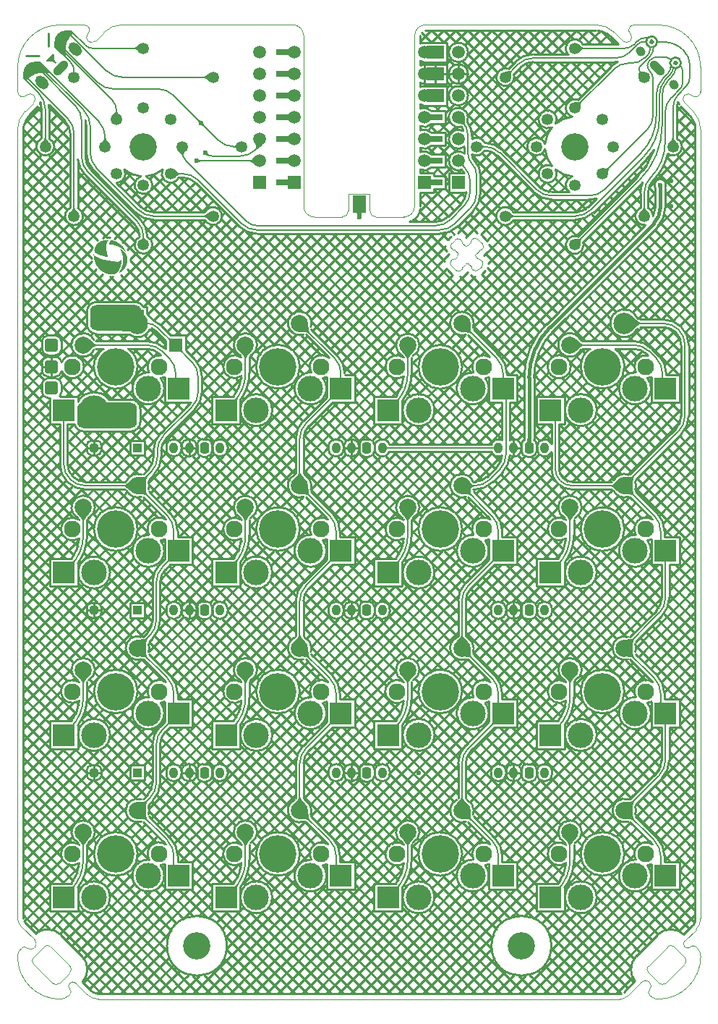
<source format=gbl>
G04*
G04 #@! TF.GenerationSoftware,Altium Limited,Altium Designer,24.7.2 (38)*
G04*
G04 Layer_Physical_Order=2*
G04 Layer_Color=3381759*
%FSLAX25Y25*%
%MOIN*%
G70*
G04*
G04 #@! TF.SameCoordinates,4FB6B1DA-FF44-45C5-9F46-3DC55F4CF08E*
G04*
G04*
G04 #@! TF.FilePolarity,Positive*
G04*
G01*
G75*
%ADD10C,0.00984*%
%ADD13C,0.00591*%
%ADD18C,0.00394*%
%ADD20R,0.05906X0.03150*%
%ADD21R,0.07874X0.05906*%
%ADD22R,0.05906X0.07874*%
%ADD28C,0.09843*%
%ADD29C,0.07900*%
%ADD49R,0.06299X0.06299*%
%ADD52C,0.01575*%
%ADD53C,0.01000*%
%ADD54C,0.17200*%
%ADD55C,0.07700*%
G04:AMPARAMS|DCode=56|XSize=70.87mil|YSize=47.24mil|CornerRadius=0mil|HoleSize=0mil|Usage=FLASHONLY|Rotation=135.000|XOffset=0mil|YOffset=0mil|HoleType=Round|Shape=Round|*
%AMOVALD56*
21,1,0.02362,0.04724,0.00000,0.00000,135.0*
1,1,0.04724,0.00835,-0.00835*
1,1,0.04724,-0.00835,0.00835*
%
%ADD56OVALD56*%

G04:AMPARAMS|DCode=57|XSize=47.24mil|YSize=39.37mil|CornerRadius=0mil|HoleSize=0mil|Usage=FLASHONLY|Rotation=315.000|XOffset=0mil|YOffset=0mil|HoleType=Round|Shape=Round|*
%AMOVALD57*
21,1,0.00787,0.03937,0.00000,0.00000,315.0*
1,1,0.03937,-0.00278,0.00278*
1,1,0.03937,0.00278,-0.00278*
%
%ADD57OVALD57*%

%ADD58O,0.03937X0.05118*%
G04:AMPARAMS|DCode=59|XSize=39.37mil|YSize=51.18mil|CornerRadius=9.84mil|HoleSize=0mil|Usage=FLASHONLY|Rotation=0.000|XOffset=0mil|YOffset=0mil|HoleType=Round|Shape=RoundedRectangle|*
%AMROUNDEDRECTD59*
21,1,0.03937,0.03150,0,0,0.0*
21,1,0.01968,0.05118,0,0,0.0*
1,1,0.01968,0.00984,-0.01575*
1,1,0.01968,-0.00984,-0.01575*
1,1,0.01968,-0.00984,0.01575*
1,1,0.01968,0.00984,0.01575*
%
%ADD59ROUNDEDRECTD59*%
G04:AMPARAMS|DCode=60|XSize=82.68mil|YSize=39.37mil|CornerRadius=0mil|HoleSize=0mil|Usage=FLASHONLY|Rotation=315.000|XOffset=0mil|YOffset=0mil|HoleType=Round|Shape=Round|*
%AMOVALD60*
21,1,0.04331,0.03937,0.00000,0.00000,315.0*
1,1,0.03937,-0.01531,0.01531*
1,1,0.03937,0.01531,-0.01531*
%
%ADD60OVALD60*%

G04:AMPARAMS|DCode=61|XSize=82.68mil|YSize=39.37mil|CornerRadius=0mil|HoleSize=0mil|Usage=FLASHONLY|Rotation=45.000|XOffset=0mil|YOffset=0mil|HoleType=Round|Shape=Round|*
%AMOVALD61*
21,1,0.04331,0.03937,0.00000,0.00000,45.0*
1,1,0.03937,-0.01531,-0.01531*
1,1,0.03937,0.01531,0.01531*
%
%ADD61OVALD61*%

G04:AMPARAMS|DCode=62|XSize=39.37mil|YSize=39.37mil|CornerRadius=9.84mil|HoleSize=0mil|Usage=FLASHONLY|Rotation=180.000|XOffset=0mil|YOffset=0mil|HoleType=Round|Shape=RoundedRectangle|*
%AMROUNDEDRECTD62*
21,1,0.03937,0.01968,0,0,180.0*
21,1,0.01968,0.03937,0,0,180.0*
1,1,0.01968,-0.00984,0.00984*
1,1,0.01968,0.00984,0.00984*
1,1,0.01968,0.00984,-0.00984*
1,1,0.01968,-0.00984,-0.00984*
%
%ADD62ROUNDEDRECTD62*%
%ADD63R,0.03937X0.03937*%
%ADD64C,0.05315*%
%ADD65C,0.11811*%
G04:AMPARAMS|DCode=66|XSize=62.99mil|YSize=62.99mil|CornerRadius=15.75mil|HoleSize=0mil|Usage=FLASHONLY|Rotation=270.000|XOffset=0mil|YOffset=0mil|HoleType=Round|Shape=RoundedRectangle|*
%AMROUNDEDRECTD66*
21,1,0.06299,0.03150,0,0,270.0*
21,1,0.03150,0.06299,0,0,270.0*
1,1,0.03150,-0.01575,-0.01575*
1,1,0.03150,-0.01575,0.01575*
1,1,0.03150,0.01575,0.01575*
1,1,0.03150,0.01575,-0.01575*
%
%ADD66ROUNDEDRECTD66*%
G04:AMPARAMS|DCode=67|XSize=118.11mil|YSize=236.22mil|CornerRadius=29.53mil|HoleSize=0mil|Usage=FLASHONLY|Rotation=90.000|XOffset=0mil|YOffset=0mil|HoleType=Round|Shape=RoundedRectangle|*
%AMROUNDEDRECTD67*
21,1,0.11811,0.17717,0,0,90.0*
21,1,0.05906,0.23622,0,0,90.0*
1,1,0.05906,0.08858,0.02953*
1,1,0.05906,0.08858,-0.02953*
1,1,0.05906,-0.08858,-0.02953*
1,1,0.05906,-0.08858,0.02953*
%
%ADD67ROUNDEDRECTD67*%
G04:AMPARAMS|DCode=68|XSize=118.11mil|YSize=275.59mil|CornerRadius=29.53mil|HoleSize=0mil|Usage=FLASHONLY|Rotation=270.000|XOffset=0mil|YOffset=0mil|HoleType=Round|Shape=RoundedRectangle|*
%AMROUNDEDRECTD68*
21,1,0.11811,0.21654,0,0,270.0*
21,1,0.05906,0.27559,0,0,270.0*
1,1,0.05906,-0.10827,-0.02953*
1,1,0.05906,-0.10827,0.02953*
1,1,0.05906,0.10827,0.02953*
1,1,0.05906,0.10827,-0.02953*
%
%ADD68ROUNDEDRECTD68*%
%ADD69C,0.13780*%
%ADD70R,0.09843X0.09843*%
%ADD71C,0.05906*%
%ADD72R,0.05906X0.05906*%
%ADD73C,0.12598*%
%ADD74C,0.02362*%
%ADD75C,0.00591*%
%ADD76R,0.10039X0.09843*%
G36*
X105392Y52306D02*
X105047Y51838D01*
X103899D01*
X103975Y51843D01*
X104050Y51857D01*
X104125Y51880D01*
X104200Y51912D01*
X104274Y51953D01*
X104348Y52004D01*
X104422Y52063D01*
X104495Y52132D01*
X104568Y52210D01*
X104641Y52297D01*
X105392Y52306D01*
D02*
G37*
G36*
X108721Y70620D02*
X108696Y70847D01*
X108622Y71101D01*
X108498Y71382D01*
X108325Y71691D01*
X108103Y72026D01*
X107831Y72388D01*
X107140Y73194D01*
X106251Y74108D01*
X111781D01*
X111311Y73638D01*
X110200Y72388D01*
X109929Y72026D01*
X109706Y71691D01*
X109533Y71382D01*
X109410Y71101D01*
X109336Y70847D01*
X109311Y70620D01*
X108721D01*
D02*
G37*
G36*
X151061Y62429D02*
X151064Y62317D01*
X151073Y62216D01*
X151088Y62128D01*
X151108Y62051D01*
X151135Y61986D01*
X151167Y61933D01*
X151206Y61892D01*
X151250Y61862D01*
X151300Y61844D01*
X151356Y61838D01*
X150175D01*
X150231Y61844D01*
X150282Y61862D01*
X150326Y61892D01*
X150364Y61933D01*
X150397Y61986D01*
X150423Y62051D01*
X150444Y62128D01*
X150459Y62216D01*
X150468Y62317D01*
X150470Y62429D01*
X151061D01*
D02*
G37*
G36*
X138268Y82259D02*
X138090Y82402D01*
X137858Y82529D01*
X137572Y82641D01*
X137232Y82737D01*
X136837Y82817D01*
X136389Y82881D01*
X135330Y82962D01*
X134055Y82979D01*
X137966Y86890D01*
X137967Y86225D01*
X138064Y84556D01*
X138128Y84107D01*
X138208Y83713D01*
X138304Y83373D01*
X138415Y83087D01*
X138543Y82855D01*
X138686Y82677D01*
X138268Y82259D01*
D02*
G37*
G36*
X138686Y91181D02*
X138543Y91004D01*
X138415Y90771D01*
X138304Y90485D01*
X138208Y90145D01*
X138128Y89751D01*
X138064Y89303D01*
X137983Y88244D01*
X137966Y86969D01*
X134055Y90879D01*
X134720Y90880D01*
X136389Y90978D01*
X136837Y91042D01*
X137232Y91122D01*
X137572Y91217D01*
X137858Y91329D01*
X138090Y91456D01*
X138268Y91599D01*
X138686Y91181D01*
D02*
G37*
G36*
X105392Y127109D02*
X105047Y126641D01*
X103899D01*
X103975Y126646D01*
X104050Y126660D01*
X104125Y126683D01*
X104200Y126715D01*
X104274Y126756D01*
X104348Y126807D01*
X104422Y126866D01*
X104495Y126935D01*
X104568Y127013D01*
X104641Y127100D01*
X105392Y127109D01*
D02*
G37*
G36*
X147567Y126725D02*
X147689Y126851D01*
X147881Y127076D01*
X147951Y127173D01*
X148003Y127262D01*
X148037Y127340D01*
X148053Y127410D01*
X148052Y127469D01*
X148033Y127519D01*
X147996Y127560D01*
X148918Y126835D01*
X148869Y126863D01*
X148812Y126875D01*
X148748Y126871D01*
X148675Y126852D01*
X148596Y126817D01*
X148508Y126766D01*
X148414Y126699D01*
X148311Y126617D01*
X148083Y126405D01*
X147567Y126725D01*
D02*
G37*
G36*
X108721Y145423D02*
X108696Y145650D01*
X108622Y145904D01*
X108498Y146186D01*
X108325Y146494D01*
X108103Y146829D01*
X107831Y147191D01*
X107140Y147997D01*
X106251Y148911D01*
X111781D01*
X111311Y148441D01*
X110200Y147191D01*
X109929Y146829D01*
X109706Y146494D01*
X109533Y146186D01*
X109410Y145904D01*
X109336Y145650D01*
X109311Y145423D01*
X108721D01*
D02*
G37*
G36*
X151061Y137232D02*
X151064Y137120D01*
X151073Y137020D01*
X151088Y136931D01*
X151108Y136854D01*
X151135Y136789D01*
X151167Y136736D01*
X151206Y136695D01*
X151250Y136665D01*
X151300Y136647D01*
X151356Y136642D01*
X150175D01*
X150231Y136647D01*
X150282Y136665D01*
X150326Y136695D01*
X150364Y136736D01*
X150397Y136789D01*
X150423Y136854D01*
X150444Y136931D01*
X150459Y137020D01*
X150468Y137120D01*
X150470Y137232D01*
X151061D01*
D02*
G37*
G36*
X209139Y93011D02*
X209213Y92757D01*
X209336Y92476D01*
X209509Y92168D01*
X209732Y91832D01*
X210003Y91470D01*
X210695Y90664D01*
X211584Y89750D01*
X206054D01*
X206523Y90221D01*
X207634Y91470D01*
X207906Y91832D01*
X208128Y92168D01*
X208301Y92476D01*
X208425Y92757D01*
X208499Y93011D01*
X208524Y93238D01*
X209114D01*
X209139Y93011D01*
D02*
G37*
G36*
X212770Y86225D02*
X212867Y84556D01*
X212931Y84107D01*
X213011Y83713D01*
X213107Y83373D01*
X213218Y83087D01*
X213346Y82855D01*
X213489Y82677D01*
X213071Y82259D01*
X212893Y82402D01*
X212661Y82529D01*
X212375Y82641D01*
X212035Y82737D01*
X211641Y82817D01*
X211192Y82881D01*
X210134Y82962D01*
X208858Y82979D01*
X212769Y86890D01*
X212770Y86225D01*
D02*
G37*
G36*
X186115Y73638D02*
X185003Y72388D01*
X184732Y72026D01*
X184509Y71691D01*
X184336Y71382D01*
X184213Y71101D01*
X184139Y70847D01*
X184114Y70620D01*
X183524D01*
X183499Y70847D01*
X183425Y71101D01*
X183301Y71382D01*
X183128Y71691D01*
X182906Y72026D01*
X182634Y72388D01*
X181943Y73194D01*
X181054Y74108D01*
X186584D01*
X186115Y73638D01*
D02*
G37*
G36*
X225867Y62317D02*
X225876Y62216D01*
X225891Y62128D01*
X225911Y62051D01*
X225938Y61986D01*
X225971Y61933D01*
X226009Y61892D01*
X226053Y61862D01*
X226103Y61844D01*
X226160Y61838D01*
X224978D01*
X225034Y61844D01*
X225085Y61862D01*
X225129Y61892D01*
X225167Y61933D01*
X225200Y61986D01*
X225226Y62051D01*
X225247Y62128D01*
X225262Y62216D01*
X225271Y62317D01*
X225274Y62429D01*
X225864D01*
X225867Y62317D01*
D02*
G37*
G36*
X179850Y51838D02*
X178702D01*
X178778Y51843D01*
X178853Y51857D01*
X178928Y51880D01*
X179003Y51912D01*
X179077Y51953D01*
X179151Y52004D01*
X179225Y52063D01*
X179298Y52132D01*
X179372Y52210D01*
X179444Y52297D01*
X180195Y52306D01*
X179850Y51838D01*
D02*
G37*
G36*
X180195Y127109D02*
X179850Y126642D01*
X178702D01*
X178778Y126646D01*
X178853Y126660D01*
X178928Y126683D01*
X179003Y126715D01*
X179077Y126756D01*
X179151Y126807D01*
X179225Y126866D01*
X179298Y126935D01*
X179372Y127013D01*
X179444Y127100D01*
X180195Y127109D01*
D02*
G37*
G36*
X183524Y145423D02*
X183499Y145650D01*
X183425Y145904D01*
X183301Y146186D01*
X183128Y146494D01*
X182906Y146829D01*
X182634Y147191D01*
X181943Y147997D01*
X181054Y148911D01*
X186584D01*
X186115Y148441D01*
X185003Y147191D01*
X184732Y146829D01*
X184509Y146494D01*
X184336Y146186D01*
X184213Y145904D01*
X184139Y145650D01*
X184114Y145423D01*
X183524D01*
D02*
G37*
G36*
X222370Y126725D02*
X222493Y126851D01*
X222685Y127076D01*
X222754Y127173D01*
X222806Y127262D01*
X222840Y127340D01*
X222856Y127410D01*
X222855Y127469D01*
X222836Y127519D01*
X222800Y127560D01*
X223721Y126835D01*
X223672Y126863D01*
X223615Y126875D01*
X223551Y126871D01*
X223479Y126852D01*
X223399Y126817D01*
X223312Y126766D01*
X223217Y126699D01*
X223114Y126617D01*
X222886Y126405D01*
X222370Y126725D01*
D02*
G37*
G36*
X225864Y137232D02*
X225867Y137120D01*
X225876Y137020D01*
X225891Y136931D01*
X225911Y136854D01*
X225938Y136789D01*
X225971Y136736D01*
X226009Y136695D01*
X226053Y136665D01*
X226103Y136647D01*
X226160Y136642D01*
X224978D01*
X225034Y136647D01*
X225085Y136665D01*
X225129Y136695D01*
X225167Y136736D01*
X225200Y136789D01*
X225226Y136854D01*
X225247Y136931D01*
X225262Y137020D01*
X225271Y137120D01*
X225274Y137232D01*
X225864D01*
D02*
G37*
G36*
X138268Y157062D02*
X138090Y157205D01*
X137858Y157333D01*
X137572Y157444D01*
X137232Y157540D01*
X136837Y157620D01*
X136389Y157684D01*
X135330Y157765D01*
X134055Y157782D01*
X137966Y161693D01*
X137967Y161028D01*
X138064Y159359D01*
X138128Y158911D01*
X138208Y158516D01*
X138304Y158176D01*
X138415Y157890D01*
X138543Y157658D01*
X138686Y157480D01*
X138268Y157062D01*
D02*
G37*
G36*
X138686Y165985D02*
X138543Y165807D01*
X138415Y165575D01*
X138304Y165288D01*
X138208Y164948D01*
X138128Y164554D01*
X138064Y164106D01*
X137983Y163047D01*
X137966Y161772D01*
X134055Y165682D01*
X134720Y165683D01*
X136389Y165781D01*
X136837Y165845D01*
X137232Y165925D01*
X137572Y166020D01*
X137858Y166132D01*
X138090Y166259D01*
X138268Y166402D01*
X138686Y165985D01*
D02*
G37*
G36*
X105407Y201775D02*
X105293Y201623D01*
X105117Y201356D01*
X105055Y201242D01*
X105010Y201141D01*
X104983Y201052D01*
X104973Y200977D01*
X104980Y200914D01*
X105005Y200863D01*
X105047Y200826D01*
X104032Y201445D01*
X104086Y201421D01*
X104144Y201413D01*
X104206Y201421D01*
X104272Y201444D01*
X104344Y201482D01*
X104419Y201536D01*
X104499Y201606D01*
X104584Y201691D01*
X104673Y201791D01*
X104767Y201907D01*
X105407Y201775D01*
D02*
G37*
G36*
X147567Y201528D02*
X147689Y201654D01*
X147881Y201879D01*
X147951Y201976D01*
X148003Y202065D01*
X148037Y202144D01*
X148053Y202213D01*
X148052Y202272D01*
X148033Y202322D01*
X147996Y202363D01*
X148918Y201638D01*
X148869Y201666D01*
X148812Y201678D01*
X148748Y201675D01*
X148675Y201655D01*
X148596Y201620D01*
X148508Y201569D01*
X148414Y201503D01*
X148311Y201420D01*
X148083Y201209D01*
X147567Y201528D01*
D02*
G37*
G36*
X151061Y212035D02*
X151064Y211923D01*
X151073Y211823D01*
X151088Y211734D01*
X151108Y211657D01*
X151135Y211592D01*
X151167Y211539D01*
X151206Y211498D01*
X151250Y211468D01*
X151300Y211451D01*
X151356Y211445D01*
X150175D01*
X150231Y211451D01*
X150282Y211468D01*
X150326Y211498D01*
X150364Y211539D01*
X150397Y211592D01*
X150423Y211657D01*
X150444Y211734D01*
X150459Y211823D01*
X150468Y211923D01*
X150470Y212035D01*
X151061D01*
D02*
G37*
G36*
X108721Y220227D02*
X108696Y220454D01*
X108622Y220708D01*
X108498Y220989D01*
X108325Y221297D01*
X108103Y221632D01*
X107831Y221994D01*
X107140Y222800D01*
X106251Y223715D01*
X111781D01*
X111311Y223244D01*
X110200Y221994D01*
X109929Y221632D01*
X109706Y221297D01*
X109533Y220989D01*
X109410Y220708D01*
X109336Y220454D01*
X109311Y220227D01*
X108721D01*
D02*
G37*
G36*
X127707Y236831D02*
X127934Y236855D01*
X128188Y236929D01*
X128469Y237053D01*
X128777Y237226D01*
X129113Y237448D01*
X129475Y237720D01*
X130281Y238411D01*
X131195Y239300D01*
Y233770D01*
X130724Y234240D01*
X129475Y235351D01*
X129113Y235623D01*
X128777Y235845D01*
X128469Y236018D01*
X128188Y236141D01*
X127934Y236215D01*
X127707Y236240D01*
Y236831D01*
D02*
G37*
G36*
X138268Y231866D02*
X138090Y232009D01*
X137858Y232136D01*
X137572Y232247D01*
X137232Y232343D01*
X136837Y232423D01*
X136389Y232487D01*
X135330Y232568D01*
X134055Y232586D01*
X137966Y236496D01*
X137967Y235831D01*
X138064Y234162D01*
X138128Y233714D01*
X138208Y233319D01*
X138304Y232979D01*
X138415Y232693D01*
X138543Y232461D01*
X138686Y232283D01*
X138268Y231866D01*
D02*
G37*
G36*
X138686Y240788D02*
X138543Y240610D01*
X138415Y240378D01*
X138304Y240092D01*
X138208Y239752D01*
X138128Y239357D01*
X138064Y238909D01*
X137983Y237850D01*
X137966Y236575D01*
X134055Y240485D01*
X134720Y240486D01*
X136389Y240584D01*
X136837Y240648D01*
X137232Y240728D01*
X137572Y240824D01*
X137858Y240935D01*
X138090Y241062D01*
X138268Y241205D01*
X138686Y240788D01*
D02*
G37*
G36*
X213071Y157062D02*
X212893Y157205D01*
X212661Y157333D01*
X212375Y157444D01*
X212035Y157540D01*
X211641Y157620D01*
X211192Y157684D01*
X210134Y157765D01*
X208858Y157782D01*
X212769Y161693D01*
X212770Y161028D01*
X212867Y159359D01*
X212931Y158911D01*
X213011Y158516D01*
X213107Y158176D01*
X213218Y157890D01*
X213346Y157658D01*
X213489Y157480D01*
X213071Y157062D01*
D02*
G37*
G36*
X209114Y168041D02*
X209139Y167814D01*
X209213Y167560D01*
X209336Y167279D01*
X209509Y166971D01*
X209732Y166636D01*
X210003Y166273D01*
X210695Y165467D01*
X211584Y164553D01*
X206054D01*
X206523Y165024D01*
X207634Y166273D01*
X207906Y166636D01*
X208128Y166971D01*
X208301Y167279D01*
X208425Y167560D01*
X208499Y167814D01*
X208524Y168041D01*
X209114D01*
D02*
G37*
G36*
X180195Y201912D02*
X179850Y201445D01*
X178702D01*
X178778Y201449D01*
X178853Y201463D01*
X178928Y201486D01*
X179003Y201518D01*
X179077Y201559D01*
X179151Y201610D01*
X179225Y201669D01*
X179298Y201738D01*
X179372Y201816D01*
X179444Y201903D01*
X180195Y201912D01*
D02*
G37*
G36*
X222370Y201528D02*
X222493Y201654D01*
X222685Y201879D01*
X222754Y201976D01*
X222806Y202065D01*
X222840Y202144D01*
X222856Y202213D01*
X222855Y202272D01*
X222836Y202322D01*
X222800Y202363D01*
X223721Y201638D01*
X223672Y201666D01*
X223615Y201678D01*
X223551Y201675D01*
X223479Y201655D01*
X223399Y201620D01*
X223312Y201569D01*
X223217Y201503D01*
X223114Y201420D01*
X222886Y201209D01*
X222370Y201528D01*
D02*
G37*
G36*
X225864Y212035D02*
X225867Y211923D01*
X225876Y211823D01*
X225891Y211734D01*
X225911Y211657D01*
X225938Y211592D01*
X225971Y211539D01*
X226009Y211498D01*
X226053Y211468D01*
X226103Y211451D01*
X226160Y211445D01*
X224978D01*
X225034Y211451D01*
X225085Y211468D01*
X225129Y211498D01*
X225167Y211539D01*
X225200Y211592D01*
X225226Y211657D01*
X225247Y211734D01*
X225262Y211823D01*
X225271Y211923D01*
X225274Y212035D01*
X225864D01*
D02*
G37*
G36*
X248818Y254470D02*
X248836Y254420D01*
X248866Y254376D01*
X248908Y254338D01*
X248962Y254306D01*
X249029Y254279D01*
X249107Y254259D01*
X249197Y254244D01*
X249300Y254235D01*
X249414Y254232D01*
Y253642D01*
X249300Y253639D01*
X249197Y253630D01*
X249107Y253615D01*
X249029Y253594D01*
X248962Y253568D01*
X248908Y253535D01*
X248866Y253497D01*
X248836Y253453D01*
X248818Y253403D01*
X248812Y253346D01*
X248812Y254526D01*
X248818Y254470D01*
D02*
G37*
G36*
X209139Y242617D02*
X209213Y242363D01*
X209336Y242082D01*
X209509Y241774D01*
X209732Y241439D01*
X210003Y241076D01*
X210695Y240270D01*
X211584Y239356D01*
X206054D01*
X206523Y239827D01*
X207634Y241076D01*
X207906Y241439D01*
X208128Y241774D01*
X208301Y242082D01*
X208425Y242363D01*
X208499Y242617D01*
X208524Y242844D01*
X209114D01*
X209139Y242617D01*
D02*
G37*
G36*
X212770Y235831D02*
X212867Y234162D01*
X212931Y233714D01*
X213011Y233319D01*
X213107Y232979D01*
X213218Y232693D01*
X213346Y232461D01*
X213489Y232283D01*
X213071Y231866D01*
X212893Y232009D01*
X212661Y232136D01*
X212375Y232247D01*
X212035Y232343D01*
X211641Y232423D01*
X211192Y232487D01*
X210134Y232568D01*
X208858Y232586D01*
X212769Y236496D01*
X212770Y235831D01*
D02*
G37*
G36*
X186115Y223244D02*
X185003Y221994D01*
X184732Y221632D01*
X184509Y221297D01*
X184336Y220989D01*
X184213Y220708D01*
X184139Y220454D01*
X184114Y220227D01*
X183524D01*
X183499Y220454D01*
X183425Y220708D01*
X183301Y220989D01*
X183128Y221297D01*
X182906Y221632D01*
X182634Y221994D01*
X181943Y222800D01*
X181054Y223715D01*
X186584D01*
X186115Y223244D01*
D02*
G37*
G36*
X315362Y257736D02*
X315386Y257429D01*
X315425Y257159D01*
X315479Y256925D01*
X315549Y256727D01*
X315635Y256565D01*
X315737Y256439D01*
X315854Y256349D01*
X315987Y256295D01*
X316135Y256276D01*
X312999D01*
X313147Y256295D01*
X313280Y256349D01*
X313397Y256439D01*
X313498Y256565D01*
X313584Y256727D01*
X313655Y256925D01*
X313709Y257159D01*
X313748Y257429D01*
X313772Y257736D01*
X313779Y258078D01*
X315354D01*
X315362Y257736D01*
D02*
G37*
G36*
X298432Y253348D02*
X298426Y253404D01*
X298408Y253454D01*
X298378Y253498D01*
X298336Y253536D01*
X298282Y253568D01*
X298215Y253595D01*
X298137Y253615D01*
X298047Y253630D01*
X297944Y253639D01*
X297830Y253642D01*
Y254232D01*
X297944Y254235D01*
X298047Y254244D01*
X298137Y254259D01*
X298215Y254279D01*
X298282Y254306D01*
X298336Y254339D01*
X298378Y254377D01*
X298408Y254421D01*
X298426Y254471D01*
X298432Y254528D01*
X298432Y253348D01*
D02*
G37*
G36*
X363095Y240788D02*
X362952Y240610D01*
X362825Y240378D01*
X362713Y240092D01*
X362618Y239752D01*
X362538Y239357D01*
X362474Y238909D01*
X362393Y237850D01*
X362375Y236575D01*
X358465Y240485D01*
X359129Y240486D01*
X360799Y240584D01*
X361247Y240648D01*
X361641Y240728D01*
X361981Y240824D01*
X362267Y240935D01*
X362499Y241062D01*
X362678Y241205D01*
X363095Y240788D01*
D02*
G37*
G36*
X355604Y233770D02*
X355134Y234240D01*
X353884Y235351D01*
X353522Y235623D01*
X353187Y235845D01*
X352878Y236018D01*
X352597Y236141D01*
X352343Y236215D01*
X352116Y236240D01*
Y236831D01*
X352343Y236855D01*
X352597Y236929D01*
X352878Y237053D01*
X353187Y237226D01*
X353522Y237448D01*
X353884Y237720D01*
X354690Y238411D01*
X355604Y239300D01*
Y233770D01*
D02*
G37*
G36*
X362376Y235831D02*
X362474Y234162D01*
X362538Y233714D01*
X362618Y233319D01*
X362713Y232979D01*
X362825Y232693D01*
X362952Y232461D01*
X363095Y232283D01*
X362678Y231866D01*
X362499Y232009D01*
X362267Y232136D01*
X361981Y232247D01*
X361641Y232343D01*
X361247Y232423D01*
X360799Y232487D01*
X359740Y232568D01*
X358465Y232586D01*
X362375Y236496D01*
X362376Y235831D01*
D02*
G37*
G36*
X287148Y238394D02*
X287672Y237777D01*
X287932Y237526D01*
X288192Y237313D01*
X288451Y237140D01*
X288710Y237004D01*
X288967Y236908D01*
X289224Y236850D01*
X289480Y236831D01*
Y236240D01*
X289224Y236221D01*
X288967Y236163D01*
X288710Y236066D01*
X288451Y235931D01*
X288192Y235757D01*
X287932Y235545D01*
X287672Y235294D01*
X287608Y235224D01*
X287670Y234162D01*
X287735Y233714D01*
X287814Y233319D01*
X287910Y232979D01*
X288022Y232693D01*
X288149Y232461D01*
X288292Y232283D01*
X287874Y231866D01*
X287696Y232009D01*
X287464Y232136D01*
X287178Y232247D01*
X286838Y232343D01*
X286444Y232423D01*
X285996Y232487D01*
X284937Y232568D01*
X283662Y232586D01*
X286885Y235809D01*
Y238761D01*
X287148Y238394D01*
D02*
G37*
G36*
X335721Y223244D02*
X334610Y221994D01*
X334338Y221632D01*
X334116Y221297D01*
X333943Y220989D01*
X333819Y220708D01*
X333745Y220454D01*
X333720Y220227D01*
X333130D01*
X333105Y220454D01*
X333031Y220708D01*
X332908Y220989D01*
X332735Y221297D01*
X332512Y221632D01*
X332241Y221994D01*
X331549Y222800D01*
X330660Y223715D01*
X336190D01*
X335721Y223244D01*
D02*
G37*
G36*
X260918D02*
X259806Y221994D01*
X259535Y221632D01*
X259313Y221297D01*
X259140Y220989D01*
X259016Y220708D01*
X258942Y220454D01*
X258917Y220227D01*
X258327D01*
X258302Y220454D01*
X258228Y220708D01*
X258104Y220989D01*
X257932Y221297D01*
X257709Y221632D01*
X257438Y221994D01*
X256746Y222800D01*
X255857Y223715D01*
X261387D01*
X260918Y223244D01*
D02*
G37*
G36*
X375473Y211923D02*
X375482Y211823D01*
X375497Y211734D01*
X375518Y211657D01*
X375544Y211592D01*
X375577Y211539D01*
X375615Y211498D01*
X375659Y211468D01*
X375710Y211451D01*
X375766Y211445D01*
X374585D01*
X374641Y211451D01*
X374691Y211468D01*
X374735Y211498D01*
X374774Y211539D01*
X374806Y211592D01*
X374833Y211657D01*
X374853Y211734D01*
X374868Y211823D01*
X374877Y211923D01*
X374880Y212035D01*
X375470D01*
X375473Y211923D01*
D02*
G37*
G36*
X300670D02*
X300679Y211823D01*
X300694Y211734D01*
X300715Y211657D01*
X300741Y211592D01*
X300774Y211539D01*
X300812Y211498D01*
X300856Y211468D01*
X300906Y211451D01*
X300963Y211445D01*
X299781D01*
X299838Y211451D01*
X299888Y211468D01*
X299932Y211498D01*
X299971Y211539D01*
X300003Y211592D01*
X300029Y211657D01*
X300050Y211734D01*
X300065Y211823D01*
X300074Y211923D01*
X300077Y212035D01*
X300667D01*
X300670Y211923D01*
D02*
G37*
G36*
X298524Y201638D02*
X298475Y201666D01*
X298418Y201678D01*
X298354Y201675D01*
X298282Y201655D01*
X298202Y201620D01*
X298115Y201569D01*
X298020Y201503D01*
X297917Y201420D01*
X297689Y201209D01*
X297173Y201528D01*
X297296Y201654D01*
X297488Y201879D01*
X297557Y201976D01*
X297609Y202065D01*
X297643Y202144D01*
X297659Y202213D01*
X297658Y202272D01*
X297639Y202322D01*
X297603Y202363D01*
X298524Y201638D01*
D02*
G37*
G36*
X329456Y201445D02*
X328309D01*
X328384Y201449D01*
X328460Y201463D01*
X328535Y201486D01*
X328609Y201518D01*
X328684Y201559D01*
X328758Y201610D01*
X328831Y201669D01*
X328905Y201738D01*
X328978Y201816D01*
X329050Y201903D01*
X329802Y201912D01*
X329456Y201445D01*
D02*
G37*
G36*
X254653D02*
X253505D01*
X253581Y201449D01*
X253656Y201463D01*
X253731Y201486D01*
X253806Y201518D01*
X253881Y201559D01*
X253955Y201610D01*
X254028Y201669D01*
X254102Y201738D01*
X254175Y201816D01*
X254247Y201903D01*
X254998Y201912D01*
X254653Y201445D01*
D02*
G37*
G36*
X377936Y201632D02*
X377886Y201614D01*
X377842Y201584D01*
X377803Y201542D01*
X377771Y201487D01*
X377744Y201421D01*
X377724Y201343D01*
X377709Y201253D01*
X377700Y201150D01*
X377697Y201036D01*
X377106D01*
X377103Y201150D01*
X377095Y201253D01*
X377080Y201343D01*
X377059Y201421D01*
X377032Y201487D01*
X377000Y201542D01*
X376962Y201584D01*
X376917Y201614D01*
X376867Y201632D01*
X376811Y201638D01*
X377992D01*
X377936Y201632D01*
D02*
G37*
G36*
X283942Y167814D02*
X284016Y167560D01*
X284140Y167279D01*
X284313Y166971D01*
X284535Y166636D01*
X284806Y166273D01*
X285498Y165467D01*
X286387Y164553D01*
X280857D01*
X281326Y165024D01*
X282438Y166273D01*
X282709Y166636D01*
X282932Y166971D01*
X283104Y167279D01*
X283228Y167560D01*
X283302Y167814D01*
X283327Y168041D01*
X283917D01*
X283942Y167814D01*
D02*
G37*
G36*
X363095Y165985D02*
X362952Y165807D01*
X362825Y165575D01*
X362713Y165288D01*
X362618Y164948D01*
X362538Y164554D01*
X362474Y164106D01*
X362393Y163047D01*
X362375Y161772D01*
X358465Y165682D01*
X359129Y165683D01*
X360799Y165781D01*
X361247Y165845D01*
X361641Y165925D01*
X361981Y166020D01*
X362267Y166132D01*
X362499Y166259D01*
X362678Y166402D01*
X363095Y165985D01*
D02*
G37*
G36*
X362376Y161028D02*
X362474Y159359D01*
X362538Y158911D01*
X362618Y158516D01*
X362713Y158176D01*
X362825Y157890D01*
X362952Y157658D01*
X363095Y157480D01*
X362678Y157062D01*
X362499Y157205D01*
X362267Y157333D01*
X361981Y157444D01*
X361641Y157540D01*
X361247Y157620D01*
X360799Y157684D01*
X359740Y157765D01*
X358465Y157782D01*
X362375Y161693D01*
X362376Y161028D01*
D02*
G37*
G36*
X287573D02*
X287670Y159359D01*
X287735Y158911D01*
X287814Y158516D01*
X287910Y158176D01*
X288022Y157890D01*
X288149Y157658D01*
X288292Y157480D01*
X287874Y157062D01*
X287696Y157205D01*
X287464Y157333D01*
X287178Y157444D01*
X286838Y157540D01*
X286444Y157620D01*
X285996Y157684D01*
X284937Y157765D01*
X283662Y157782D01*
X287572Y161693D01*
X287573Y161028D01*
D02*
G37*
G36*
X335721Y148441D02*
X334610Y147191D01*
X334338Y146829D01*
X334116Y146494D01*
X333943Y146186D01*
X333819Y145904D01*
X333745Y145650D01*
X333720Y145423D01*
X333130D01*
X333105Y145650D01*
X333031Y145904D01*
X332908Y146186D01*
X332735Y146494D01*
X332512Y146829D01*
X332241Y147191D01*
X331549Y147997D01*
X330660Y148911D01*
X336190D01*
X335721Y148441D01*
D02*
G37*
G36*
X260918D02*
X259806Y147191D01*
X259535Y146829D01*
X259313Y146494D01*
X259140Y146186D01*
X259016Y145904D01*
X258942Y145650D01*
X258917Y145423D01*
X258327D01*
X258302Y145650D01*
X258228Y145904D01*
X258104Y146186D01*
X257932Y146494D01*
X257709Y146829D01*
X257438Y147191D01*
X256746Y147997D01*
X255857Y148911D01*
X261387D01*
X260918Y148441D01*
D02*
G37*
G36*
X300670Y137120D02*
X300679Y137020D01*
X300694Y136931D01*
X300715Y136854D01*
X300741Y136789D01*
X300774Y136736D01*
X300812Y136695D01*
X300856Y136665D01*
X300906Y136647D01*
X300963Y136642D01*
X299781D01*
X299838Y136647D01*
X299888Y136665D01*
X299932Y136695D01*
X299971Y136736D01*
X300003Y136789D01*
X300029Y136854D01*
X300050Y136931D01*
X300065Y137020D01*
X300074Y137120D01*
X300077Y137232D01*
X300667D01*
X300670Y137120D01*
D02*
G37*
G36*
X375473Y137120D02*
X375482Y137020D01*
X375497Y136931D01*
X375518Y136854D01*
X375544Y136789D01*
X375577Y136736D01*
X375615Y136695D01*
X375659Y136665D01*
X375710Y136647D01*
X375766Y136642D01*
X374585D01*
X374641Y136647D01*
X374691Y136665D01*
X374735Y136695D01*
X374774Y136736D01*
X374806Y136789D01*
X374833Y136854D01*
X374853Y136931D01*
X374868Y137020D01*
X374877Y137120D01*
X374880Y137232D01*
X375470D01*
X375473Y137120D01*
D02*
G37*
G36*
X298524Y126835D02*
X298475Y126863D01*
X298418Y126875D01*
X298354Y126871D01*
X298282Y126852D01*
X298202Y126817D01*
X298115Y126766D01*
X298020Y126699D01*
X297917Y126617D01*
X297689Y126405D01*
X297173Y126725D01*
X297296Y126851D01*
X297488Y127076D01*
X297557Y127173D01*
X297609Y127262D01*
X297643Y127340D01*
X297659Y127410D01*
X297658Y127469D01*
X297639Y127519D01*
X297603Y127560D01*
X298524Y126835D01*
D02*
G37*
G36*
X254653Y126642D02*
X253505D01*
X253581Y126646D01*
X253656Y126660D01*
X253731Y126683D01*
X253806Y126715D01*
X253881Y126756D01*
X253955Y126807D01*
X254028Y126866D01*
X254102Y126935D01*
X254175Y127013D01*
X254247Y127100D01*
X254998Y127109D01*
X254653Y126642D01*
D02*
G37*
G36*
X329456Y126641D02*
X328309D01*
X328384Y126646D01*
X328460Y126660D01*
X328535Y126683D01*
X328609Y126715D01*
X328684Y126756D01*
X328758Y126807D01*
X328831Y126866D01*
X328905Y126935D01*
X328978Y127013D01*
X329050Y127100D01*
X329802Y127109D01*
X329456Y126641D01*
D02*
G37*
G36*
X377936Y126829D02*
X377886Y126811D01*
X377842Y126781D01*
X377803Y126739D01*
X377771Y126684D01*
X377744Y126618D01*
X377724Y126540D01*
X377709Y126449D01*
X377700Y126347D01*
X377697Y126233D01*
X377106D01*
X377103Y126347D01*
X377095Y126449D01*
X377080Y126540D01*
X377059Y126618D01*
X377032Y126684D01*
X377000Y126739D01*
X376962Y126781D01*
X376917Y126811D01*
X376867Y126829D01*
X376811Y126835D01*
X377992D01*
X377936Y126829D01*
D02*
G37*
G36*
X283942Y93011D02*
X284016Y92757D01*
X284140Y92476D01*
X284313Y92168D01*
X284535Y91832D01*
X284806Y91470D01*
X285498Y90664D01*
X286387Y89750D01*
X280857D01*
X281326Y90221D01*
X282438Y91470D01*
X282709Y91832D01*
X282932Y92168D01*
X283104Y92476D01*
X283228Y92757D01*
X283302Y93011D01*
X283327Y93238D01*
X283917D01*
X283942Y93011D01*
D02*
G37*
G36*
X363095Y91181D02*
X362952Y91004D01*
X362825Y90771D01*
X362713Y90485D01*
X362618Y90145D01*
X362538Y89751D01*
X362474Y89303D01*
X362393Y88244D01*
X362375Y86969D01*
X358465Y90879D01*
X359129Y90880D01*
X360799Y90978D01*
X361247Y91042D01*
X361641Y91122D01*
X361981Y91217D01*
X362267Y91329D01*
X362499Y91456D01*
X362678Y91599D01*
X363095Y91181D01*
D02*
G37*
G36*
X362376Y86225D02*
X362474Y84556D01*
X362538Y84107D01*
X362618Y83713D01*
X362713Y83373D01*
X362825Y83087D01*
X362952Y82855D01*
X363095Y82677D01*
X362678Y82259D01*
X362499Y82402D01*
X362267Y82529D01*
X361981Y82641D01*
X361641Y82737D01*
X361247Y82817D01*
X360799Y82881D01*
X359740Y82962D01*
X358465Y82979D01*
X362375Y86890D01*
X362376Y86225D01*
D02*
G37*
G36*
X287573D02*
X287670Y84556D01*
X287735Y84107D01*
X287814Y83713D01*
X287910Y83373D01*
X288022Y83087D01*
X288149Y82855D01*
X288292Y82677D01*
X287874Y82259D01*
X287696Y82402D01*
X287464Y82529D01*
X287178Y82641D01*
X286838Y82737D01*
X286444Y82817D01*
X285996Y82881D01*
X284937Y82962D01*
X283662Y82979D01*
X287572Y86890D01*
X287573Y86225D01*
D02*
G37*
G36*
X335721Y73638D02*
X334610Y72388D01*
X334338Y72026D01*
X334116Y71691D01*
X333943Y71382D01*
X333819Y71101D01*
X333745Y70847D01*
X333720Y70620D01*
X333130D01*
X333105Y70847D01*
X333031Y71101D01*
X332908Y71382D01*
X332735Y71691D01*
X332512Y72026D01*
X332241Y72388D01*
X331549Y73194D01*
X330660Y74108D01*
X336190D01*
X335721Y73638D01*
D02*
G37*
G36*
X260918D02*
X259806Y72388D01*
X259535Y72026D01*
X259313Y71691D01*
X259140Y71382D01*
X259016Y71101D01*
X258942Y70847D01*
X258917Y70620D01*
X258327D01*
X258302Y70847D01*
X258228Y71101D01*
X258104Y71382D01*
X257932Y71691D01*
X257709Y72026D01*
X257438Y72388D01*
X256746Y73194D01*
X255857Y74108D01*
X261387D01*
X260918Y73638D01*
D02*
G37*
G36*
X375473Y62317D02*
X375482Y62216D01*
X375497Y62128D01*
X375518Y62051D01*
X375544Y61986D01*
X375577Y61933D01*
X375615Y61892D01*
X375659Y61862D01*
X375710Y61844D01*
X375766Y61838D01*
X374585D01*
X374641Y61844D01*
X374691Y61862D01*
X374735Y61892D01*
X374774Y61933D01*
X374806Y61986D01*
X374833Y62051D01*
X374853Y62128D01*
X374868Y62216D01*
X374877Y62317D01*
X374880Y62429D01*
X375470D01*
X375473Y62317D01*
D02*
G37*
G36*
X300670D02*
X300679Y62216D01*
X300694Y62128D01*
X300715Y62051D01*
X300741Y61986D01*
X300774Y61933D01*
X300812Y61892D01*
X300856Y61862D01*
X300906Y61844D01*
X300963Y61838D01*
X299781D01*
X299838Y61844D01*
X299888Y61862D01*
X299932Y61892D01*
X299971Y61933D01*
X300003Y61986D01*
X300029Y62051D01*
X300050Y62128D01*
X300065Y62216D01*
X300074Y62317D01*
X300077Y62429D01*
X300667D01*
X300670Y62317D01*
D02*
G37*
G36*
X329456Y51838D02*
X328309D01*
X328384Y51843D01*
X328460Y51857D01*
X328535Y51880D01*
X328609Y51912D01*
X328684Y51953D01*
X328758Y52004D01*
X328831Y52063D01*
X328905Y52132D01*
X328978Y52210D01*
X329050Y52297D01*
X329802Y52306D01*
X329456Y51838D01*
D02*
G37*
G36*
X254653D02*
X253505D01*
X253581Y51843D01*
X253656Y51857D01*
X253731Y51880D01*
X253806Y51912D01*
X253881Y51953D01*
X253955Y52004D01*
X254028Y52063D01*
X254102Y52132D01*
X254175Y52210D01*
X254247Y52297D01*
X254998Y52306D01*
X254653Y51838D01*
D02*
G37*
G36*
X104354Y445022D02*
X103972Y444639D01*
X103313Y443912D01*
X102224Y442282D01*
X101473Y440471D01*
X101091Y438548D01*
X101043Y437568D01*
Y433629D01*
X96076Y438596D01*
X96917Y439436D01*
X96917Y439436D01*
X96917Y439436D01*
X97752Y440272D01*
X97752Y440272D01*
X97752Y440272D01*
X102148Y444668D01*
X102149Y444668D01*
X96082Y438601D01*
X96076Y438607D01*
Y440917D01*
Y441409D01*
X96268Y442376D01*
X96645Y443285D01*
X97192Y444104D01*
X97889Y444801D01*
X98708Y445348D01*
X99617Y445725D01*
X100584Y445917D01*
X103397D01*
D01*
X103428Y445948D01*
X104354Y445022D01*
D02*
G37*
G36*
X134913Y436132D02*
X134614Y436429D01*
X133803Y437134D01*
X133562Y437306D01*
X133335Y437446D01*
X133124Y437556D01*
X132926Y437634D01*
X132744Y437681D01*
X132576Y437697D01*
Y438287D01*
X132744Y438303D01*
X132926Y438350D01*
X133124Y438428D01*
X133335Y438538D01*
X133562Y438679D01*
X133803Y438851D01*
X134329Y439289D01*
X134614Y439555D01*
X134913Y439852D01*
Y436132D01*
D02*
G37*
G36*
X337827Y439555D02*
X338638Y438851D01*
X338879Y438679D01*
X339106Y438538D01*
X339317Y438428D01*
X339515Y438350D01*
X339697Y438303D01*
X339865Y438287D01*
Y437697D01*
X339697Y437681D01*
X339515Y437634D01*
X339317Y437556D01*
X339106Y437446D01*
X338879Y437306D01*
X338638Y437134D01*
X338112Y436695D01*
X337827Y436429D01*
X337528Y436132D01*
Y439852D01*
X337827Y439555D01*
D02*
G37*
G36*
X88963Y431483D02*
X93930Y426516D01*
X89991D01*
X89011Y426468D01*
X87088Y426086D01*
X85277Y425335D01*
X83647Y424246D01*
X82920Y423587D01*
X82537Y423205D01*
X81611Y424131D01*
X82224Y424744D01*
X82224Y424744D01*
X81642Y424162D01*
Y426483D01*
Y426975D01*
X81834Y427942D01*
X82211Y428851D01*
X82758Y429670D01*
X83455Y430367D01*
X84273Y430914D01*
X85184Y431291D01*
X86150Y431483D01*
X88952D01*
X88954Y431481D01*
X88963Y431483D01*
X88963Y431483D01*
D02*
G37*
G36*
X95276Y433670D02*
X95292Y433342D01*
X95420Y432698D01*
X95671Y432092D01*
X96035Y431547D01*
X96256Y431303D01*
X96256Y431303D01*
X96012Y431524D01*
X95467Y431888D01*
X94861Y432139D01*
X94217Y432267D01*
X93889Y432283D01*
X92323D01*
X95276Y435236D01*
Y433670D01*
D02*
G37*
G36*
X364988Y424786D02*
X365000Y425256D01*
X365135Y426706D01*
X365177Y426816D01*
X365223Y426866D01*
X365273Y426855D01*
X365329Y426785D01*
X365770Y427211D01*
X365772Y427245D01*
X365816Y427276D01*
X365901Y427302D01*
X366027Y427325D01*
X366194Y427345D01*
X366651Y427373D01*
X367646Y427389D01*
X364988Y424786D01*
D02*
G37*
G36*
X306819Y427517D02*
X306711Y427388D01*
X306615Y427225D01*
X306531Y427030D01*
X306459Y426803D01*
X306398Y426543D01*
X306349Y426251D01*
X306287Y425569D01*
X306274Y425180D01*
X306273Y424758D01*
X303642Y427389D01*
X304064Y427390D01*
X305135Y427465D01*
X305427Y427514D01*
X305687Y427575D01*
X305914Y427647D01*
X306109Y427731D01*
X306272Y427827D01*
X306401Y427935D01*
X306819Y427517D01*
D02*
G37*
G36*
X166928Y422871D02*
X166628Y423168D01*
X165817Y423873D01*
X165576Y424045D01*
X165350Y424186D01*
X165138Y424295D01*
X164941Y424373D01*
X164758Y424420D01*
X164590Y424436D01*
X164590Y425027D01*
X164758Y425042D01*
X164941Y425089D01*
X165138Y425167D01*
X165350Y425277D01*
X165576Y425418D01*
X165817Y425590D01*
X166343Y426028D01*
X166628Y426294D01*
X166928Y426591D01*
X166928Y422871D01*
D02*
G37*
G36*
X338834Y413219D02*
X338726Y413089D01*
X338630Y412927D01*
X338546Y412732D01*
X338474Y412505D01*
X338413Y412245D01*
X338364Y411953D01*
X338302Y411271D01*
X338289Y410882D01*
X338287Y410460D01*
X335656Y413090D01*
X336079Y413092D01*
X337150Y413167D01*
X337442Y413216D01*
X337702Y413277D01*
X337929Y413349D01*
X338124Y413433D01*
X338286Y413529D01*
X338416Y413637D01*
X338834Y413219D01*
D02*
G37*
G36*
X124594Y409311D02*
X124641Y409129D01*
X124720Y408932D01*
X124829Y408720D01*
X124970Y408493D01*
X125142Y408252D01*
X125580Y407726D01*
X125846Y407441D01*
X126144Y407142D01*
X122423D01*
X122721Y407441D01*
X123425Y408252D01*
X123597Y408493D01*
X123738Y408720D01*
X123847Y408932D01*
X123926Y409129D01*
X123973Y409311D01*
X123988Y409480D01*
X124579D01*
X124594Y409311D01*
D02*
G37*
G36*
X162358Y404996D02*
X162439Y404938D01*
X162528Y404887D01*
X162625Y404842D01*
X162730Y404805D01*
X162843Y404775D01*
X162963Y404752D01*
X163092Y404736D01*
X163229Y404726D01*
X163374Y404724D01*
X162205Y403555D01*
X162203Y403700D01*
X162178Y403966D01*
X162154Y404087D01*
X162124Y404200D01*
X162087Y404304D01*
X162042Y404401D01*
X161991Y404490D01*
X161933Y404571D01*
X161867Y404644D01*
X162285Y405062D01*
X162358Y404996D01*
D02*
G37*
G36*
X284915Y405587D02*
X284986Y403977D01*
X285026Y403670D01*
X285135Y403170D01*
X285203Y402977D01*
X285280Y402823D01*
X284845Y402399D01*
X284733Y402550D01*
X284582Y402684D01*
X284392Y402803D01*
X284163Y402906D01*
X283895Y402992D01*
X283588Y403064D01*
X283242Y403119D01*
X282857Y403158D01*
X281971Y403189D01*
X284921Y406085D01*
X284915Y405587D01*
D02*
G37*
G36*
X164569Y403387D02*
X164594Y403121D01*
X164617Y403000D01*
X164647Y402887D01*
X164685Y402782D01*
X164729Y402685D01*
X164780Y402596D01*
X164839Y402515D01*
X164904Y402442D01*
X164487Y402025D01*
X164414Y402090D01*
X164333Y402149D01*
X164244Y402200D01*
X164147Y402244D01*
X164042Y402282D01*
X163929Y402312D01*
X163808Y402335D01*
X163679Y402351D01*
X163542Y402360D01*
X163398Y402362D01*
X164567Y403532D01*
X164569Y403387D01*
D02*
G37*
G36*
X91846Y396784D02*
X91893Y396601D01*
X91972Y396404D01*
X92081Y396192D01*
X92222Y395966D01*
X92394Y395725D01*
X92832Y395199D01*
X93098Y394914D01*
X93396Y394614D01*
X89675Y394614D01*
X89973Y394914D01*
X90677Y395725D01*
X90849Y395966D01*
X90990Y396192D01*
X91099Y396404D01*
X91178Y396601D01*
X91224Y396784D01*
X91240Y396952D01*
X91831D01*
X91846Y396784D01*
D02*
G37*
G36*
X119405Y396784D02*
X119452Y396601D01*
X119531Y396404D01*
X119640Y396192D01*
X119781Y395966D01*
X119953Y395725D01*
X120391Y395199D01*
X120657Y394914D01*
X120955Y394614D01*
X117234Y394614D01*
X117532Y394914D01*
X118236Y395725D01*
X118408Y395966D01*
X118549Y396192D01*
X118658Y396404D01*
X118737Y396601D01*
X118784Y396784D01*
X118799Y396952D01*
X119390D01*
X119405Y396784D01*
D02*
G37*
G36*
X381216Y396784D02*
X381263Y396601D01*
X381342Y396404D01*
X381451Y396192D01*
X381592Y395966D01*
X381764Y395725D01*
X382202Y395199D01*
X382468Y394914D01*
X382766Y394614D01*
X379045D01*
X379343Y394914D01*
X380047Y395725D01*
X380219Y395966D01*
X380360Y396192D01*
X380469Y396404D01*
X380548Y396601D01*
X380595Y396784D01*
X380610Y396952D01*
X381201D01*
X381216Y396784D01*
D02*
G37*
G36*
X192032Y393634D02*
X189207Y391703D01*
X188571Y391864D01*
X188685Y392028D01*
X188761Y392214D01*
X188799Y392424D01*
X188799Y392656D01*
X188760Y392912D01*
X188684Y393190D01*
X188569Y393491D01*
X188417Y393815D01*
X188226Y394162D01*
X187997Y394532D01*
X192032Y393634D01*
D02*
G37*
G36*
X292804Y393788D02*
X292917Y393625D01*
X293038Y393481D01*
X293166Y393357D01*
X293301Y393251D01*
X293443Y393165D01*
X293593Y393098D01*
X293750Y393050D01*
X293915Y393021D01*
X294086Y393012D01*
Y392421D01*
X293915Y392412D01*
X293750Y392383D01*
X293593Y392335D01*
X293443Y392268D01*
X293301Y392182D01*
X293166Y392076D01*
X293038Y391952D01*
X292917Y391808D01*
X292804Y391645D01*
X292698Y391463D01*
Y393970D01*
X292804Y393788D01*
D02*
G37*
G36*
X179743Y391463D02*
X179637Y391645D01*
X179524Y391808D01*
X179403Y391952D01*
X179275Y392076D01*
X179140Y392182D01*
X178997Y392268D01*
X178848Y392335D01*
X178691Y392383D01*
X178526Y392412D01*
X178355Y392421D01*
Y393012D01*
X178526Y393021D01*
X178691Y393050D01*
X178848Y393098D01*
X178997Y393165D01*
X179140Y393251D01*
X179275Y393357D01*
X179403Y393481D01*
X179524Y393625D01*
X179637Y393788D01*
X179743Y393970D01*
Y391463D01*
D02*
G37*
G36*
X156152Y390565D02*
X155707Y390019D01*
X155538Y389766D01*
X155404Y389528D01*
X155307Y389303D01*
X155245Y389091D01*
X155218Y388894D01*
X155228Y388711D01*
X155273Y388541D01*
X154650Y388521D01*
X154589Y388661D01*
X154499Y388820D01*
X154379Y388998D01*
X154229Y389195D01*
X153840Y389647D01*
X153334Y390175D01*
X152709Y390779D01*
X156428Y390859D01*
X156152Y390565D01*
D02*
G37*
G36*
X166548Y389751D02*
X166576Y389620D01*
X166611Y389500D01*
X166653Y389391D01*
X166703Y389293D01*
X166761Y389206D01*
X166826Y389129D01*
X166898Y389064D01*
X166978Y389009D01*
X167066Y388966D01*
X166690Y388486D01*
X166597Y388523D01*
X166499Y388555D01*
X166396Y388580D01*
X166286Y388600D01*
X166171Y388614D01*
X166049Y388621D01*
X165790Y388619D01*
X165651Y388609D01*
X165507Y388593D01*
X166528Y389893D01*
X166548Y389751D01*
D02*
G37*
G36*
X162365Y386867D02*
X162570Y386697D01*
X162672Y386628D01*
X162774Y386570D01*
X162874Y386522D01*
X162974Y386485D01*
X163073Y386458D01*
X163172Y386442D01*
X163270Y386437D01*
Y385846D01*
X163172Y385841D01*
X163073Y385825D01*
X162974Y385799D01*
X162874Y385761D01*
X162774Y385714D01*
X162672Y385655D01*
X162570Y385586D01*
X162468Y385506D01*
X162365Y385416D01*
X162261Y385315D01*
Y386968D01*
X162365Y386867D01*
D02*
G37*
G36*
X188364Y384075D02*
X188025Y384411D01*
X187114Y385209D01*
X186845Y385403D01*
X186594Y385563D01*
X186360Y385687D01*
X186144Y385776D01*
X185944Y385829D01*
X185763Y385846D01*
Y386437D01*
X185944Y386455D01*
X186144Y386508D01*
X186360Y386596D01*
X186594Y386720D01*
X186845Y386880D01*
X187114Y387075D01*
X187704Y387571D01*
X188025Y387872D01*
X188364Y388209D01*
Y384075D01*
D02*
G37*
G36*
X284449Y384527D02*
X284425Y384457D01*
X284414Y384385D01*
X284415Y384312D01*
X284429Y384238D01*
X284454Y384162D01*
X284493Y384085D01*
X284543Y384007D01*
X284606Y383927D01*
X284681Y383846D01*
X284264Y383429D01*
X284183Y383504D01*
X284103Y383567D01*
X284025Y383617D01*
X283948Y383656D01*
X283873Y383682D01*
X283798Y383695D01*
X283725Y383696D01*
X283653Y383685D01*
X283583Y383661D01*
X283514Y383626D01*
X284485Y384597D01*
X284449Y384527D01*
D02*
G37*
G36*
X351579Y382658D02*
X351486Y382544D01*
X351396Y382393D01*
X351309Y382205D01*
X351226Y381979D01*
X351145Y381715D01*
X350994Y381076D01*
X350856Y380287D01*
X350791Y379837D01*
X348562Y382816D01*
X348954Y382762D01*
X349653Y382713D01*
X349961Y382717D01*
X350241Y382739D01*
X350493Y382781D01*
X350717Y382841D01*
X350913Y382920D01*
X351082Y383019D01*
X351222Y383136D01*
X351579Y382658D01*
D02*
G37*
G36*
X151536Y381752D02*
X152347Y381048D01*
X152588Y380876D01*
X152814Y380735D01*
X153026Y380625D01*
X153223Y380547D01*
X153406Y380500D01*
X153574Y380484D01*
Y379894D01*
X153406Y379878D01*
X153223Y379831D01*
X153026Y379753D01*
X152814Y379643D01*
X152588Y379503D01*
X152347Y379330D01*
X151821Y378892D01*
X151536Y378626D01*
X151236Y378329D01*
X151236Y382049D01*
X151536Y381752D01*
D02*
G37*
G36*
X375819Y374142D02*
X375813Y374114D01*
X375807Y374073D01*
X375797Y373951D01*
X375788Y373546D01*
X375787Y373411D01*
X374213D01*
X374173Y374156D01*
X375827D01*
X375819Y374142D01*
D02*
G37*
G36*
X367955Y364769D02*
X368002Y364587D01*
X368081Y364389D01*
X368190Y364178D01*
X368331Y363951D01*
X368503Y363710D01*
X368941Y363184D01*
X369208Y362899D01*
X369505Y362600D01*
X365784D01*
X366082Y362899D01*
X366786Y363710D01*
X366958Y363951D01*
X367099Y364178D01*
X367209Y364389D01*
X367287Y364587D01*
X367334Y364769D01*
X367349Y364937D01*
X367940D01*
X367955Y364769D01*
D02*
G37*
G36*
X105092Y364937D02*
X105107Y364769D01*
X105154Y364587D01*
X105233Y364389D01*
X105342Y364178D01*
X105483Y363951D01*
X105655Y363710D01*
X106093Y363184D01*
X106359Y362899D01*
X106657Y362600D01*
X102936Y362600D01*
X103233Y362899D01*
X103938Y363710D01*
X104110Y363951D01*
X104251Y364178D01*
X104360Y364389D01*
X104438Y364587D01*
X104485Y364769D01*
X104501Y364937D01*
X105092Y364937D01*
D02*
G37*
G36*
X237646Y362213D02*
X237512Y362165D01*
X237394Y362086D01*
X237291Y361975D01*
X237205Y361832D01*
X237134Y361658D01*
X237079Y361451D01*
X237040Y361217D01*
X237047Y361080D01*
X237028D01*
X237016Y360943D01*
X237008Y360642D01*
X235433D01*
X235425Y360943D01*
X235413Y361080D01*
X235394D01*
X235401Y361094D01*
X235408Y361122D01*
X235409Y361129D01*
X235402Y361213D01*
X235362Y361451D01*
X235307Y361658D01*
X235236Y361832D01*
X235150Y361975D01*
X235047Y362086D01*
X234929Y362165D01*
X234795Y362213D01*
X234646Y362229D01*
X237795D01*
X237646Y362213D01*
D02*
G37*
G36*
X305813Y362265D02*
X306623Y361561D01*
X306865Y361388D01*
X307091Y361248D01*
X307303Y361138D01*
X307500Y361060D01*
X307683Y361013D01*
X307851Y360997D01*
Y360407D01*
X307683Y360391D01*
X307500Y360344D01*
X307303Y360266D01*
X307091Y360156D01*
X306865Y360015D01*
X306623Y359843D01*
X306097Y359405D01*
X305813Y359139D01*
X305513Y358842D01*
Y362562D01*
X305813Y362265D01*
D02*
G37*
G36*
X166928Y358842D02*
X166628Y359139D01*
X165817Y359843D01*
X165576Y360015D01*
X165350Y360156D01*
X165138Y360266D01*
X164941Y360344D01*
X164758Y360391D01*
X164590Y360407D01*
Y360997D01*
X164758Y361013D01*
X164941Y361060D01*
X165138Y361138D01*
X165350Y361247D01*
X165576Y361388D01*
X165817Y361561D01*
X166343Y361999D01*
X166628Y362265D01*
X166928Y362562D01*
X166928Y358842D01*
D02*
G37*
G36*
X137116Y351001D02*
X137145Y350837D01*
X137192Y350680D01*
X137260Y350530D01*
X137346Y350388D01*
X137451Y350253D01*
X137576Y350125D01*
X137720Y350004D01*
X137882Y349890D01*
X138065Y349784D01*
X135558D01*
X135740Y349890D01*
X135903Y350004D01*
X136046Y350125D01*
X136171Y350253D01*
X136276Y350388D01*
X136362Y350530D01*
X136430Y350680D01*
X136477Y350837D01*
X136506Y351001D01*
X136516Y351173D01*
X137106D01*
X137116Y351001D01*
D02*
G37*
G36*
X119681Y349734D02*
X119680Y349665D01*
X119749Y349665D01*
X119749Y349733D01*
X119818Y349732D01*
X119817Y349664D01*
X119886Y349663D01*
X119887Y349732D01*
X119955Y349731D01*
X119954Y349663D01*
X120023Y349662D01*
X120023Y349731D01*
X121188Y349721D01*
X121187Y349652D01*
X120982Y349654D01*
X120981Y349585D01*
X120913Y349586D01*
X120913Y349655D01*
X120845Y349655D01*
X120844Y349587D01*
X120775Y349587D01*
X120775Y349519D01*
X120706Y349519D01*
X120706Y349451D01*
X120637Y349451D01*
X120637Y349383D01*
X120500Y349384D01*
X120499Y349316D01*
X120499Y349247D01*
X120430Y349248D01*
X120430Y349179D01*
X120361Y349180D01*
X120360Y349112D01*
X120292Y349112D01*
X120291Y349044D01*
X120223Y349044D01*
X120222Y348976D01*
X120154Y348976D01*
X120153Y348908D01*
X120222Y348907D01*
X120221Y348839D01*
X120153Y348839D01*
X120152Y348771D01*
X120083Y348771D01*
X120083Y348703D01*
X120014Y348704D01*
X120014Y348635D01*
X120013Y348567D01*
X120013Y348498D01*
X119944Y348499D01*
X119944Y348430D01*
X119943Y348362D01*
X119942Y348293D01*
X119874Y348294D01*
X119873Y348225D01*
X119942Y348225D01*
X119941Y348156D01*
X119873Y348157D01*
X119872Y348089D01*
X119871Y348020D01*
X119871Y347952D01*
X119802Y347952D01*
X119802Y347884D01*
X119801Y347815D01*
X119801Y347747D01*
X119732Y347747D01*
X119732Y347679D01*
X119800Y347678D01*
X119799Y347610D01*
X119731Y347610D01*
X119730Y347542D01*
X119799Y347541D01*
X119798Y347473D01*
X119730Y347473D01*
X119729Y347405D01*
X119729Y347336D01*
X119728Y347268D01*
X119727Y347199D01*
X119727Y347131D01*
X119726Y347062D01*
X119726Y346994D01*
X119657Y346995D01*
X119657Y346926D01*
X119725Y346925D01*
X119724Y346857D01*
X119656Y346858D01*
X119655Y346789D01*
X119724Y346789D01*
X119723Y346720D01*
X119655Y346721D01*
X119654Y346652D01*
X119723Y346652D01*
X119722Y346583D01*
X119653Y346584D01*
X119653Y346515D01*
X119721Y346515D01*
X119721Y346446D01*
X119652Y346447D01*
X119652Y346378D01*
X119720Y346378D01*
X119720Y346309D01*
X119651Y346310D01*
X119650Y346241D01*
X119719Y346241D01*
X119718Y346172D01*
X119650Y346173D01*
X119649Y346104D01*
X119718Y346104D01*
X119717Y346035D01*
X119717Y345967D01*
X119716Y345898D01*
X119715Y345830D01*
X119715Y345761D01*
X119714Y345693D01*
X119714Y345624D01*
X119713Y345556D01*
X119712Y345487D01*
X119781Y345487D01*
X119780Y345418D01*
X119712Y345419D01*
X119711Y345351D01*
X119780Y345350D01*
X119779Y345281D01*
X119711Y345282D01*
X119710Y345214D01*
X119779Y345213D01*
X119778Y345144D01*
X119709Y345145D01*
X119709Y345077D01*
X119777Y345076D01*
X119777Y345007D01*
X119776Y344939D01*
X119775Y344870D01*
X119775Y344802D01*
X119774Y344734D01*
X119843Y344733D01*
X119842Y344665D01*
X119774Y344665D01*
X119773Y344597D01*
X119842Y344596D01*
X119841Y344528D01*
X119841Y344459D01*
X119840Y344391D01*
X119839Y344322D01*
X119839Y344254D01*
X119907Y344253D01*
X119906Y344184D01*
X119838Y344185D01*
X119837Y344117D01*
X119906Y344116D01*
X119905Y344048D01*
X119905Y343979D01*
X119904Y343911D01*
X119904Y343842D01*
X119903Y343774D01*
X119971Y343773D01*
X119971Y343705D01*
X119970Y343636D01*
X119970Y343568D01*
X120038Y343567D01*
X120037Y343498D01*
X119969Y343499D01*
X119968Y343431D01*
X120037Y343430D01*
X120036Y343362D01*
X119968Y343362D01*
X119967Y343294D01*
X120036Y343293D01*
X120035Y343225D01*
X120035Y343156D01*
X120034Y343088D01*
X120102Y343087D01*
X120102Y343019D01*
X120101Y342950D01*
X120101Y342882D01*
X120169Y342881D01*
X120168Y342812D01*
X120100Y342813D01*
X120099Y342745D01*
X120168Y342744D01*
X120167Y342676D01*
X120099Y342676D01*
X120098Y342608D01*
X120167Y342607D01*
X120166Y342539D01*
X120166Y342470D01*
X120165Y342402D01*
X120233Y342401D01*
X120233Y342333D01*
X120232Y342264D01*
X120232Y342196D01*
X120300Y342195D01*
X120299Y342126D01*
X120231Y342127D01*
X120230Y342059D01*
X120299Y342058D01*
X120298Y341990D01*
X120298Y341921D01*
X120297Y341853D01*
X120229Y341853D01*
X120229Y341922D01*
X120161Y341922D01*
X120160Y341854D01*
X120092Y341854D01*
X120092Y341923D01*
X119887Y341925D01*
X119887Y341993D01*
X119819Y341994D01*
X119818Y341925D01*
X119750Y341926D01*
X119750Y341994D01*
X119408Y341997D01*
X119409Y342066D01*
X119340Y342067D01*
X119340Y341998D01*
X119271Y341999D01*
X119272Y342067D01*
X119203Y342068D01*
X119204Y342136D01*
X119135Y342137D01*
X119135Y342068D01*
X119066Y342069D01*
X119067Y342137D01*
X118725Y342140D01*
X118725Y342209D01*
X118520Y342211D01*
X118520Y342279D01*
X118178Y342282D01*
X118178Y342351D01*
X117973Y342352D01*
X117974Y342421D01*
X117631Y342424D01*
X117632Y342492D01*
X117563Y342493D01*
X117564Y342561D01*
X117495Y342562D01*
X117495Y342493D01*
X117426Y342494D01*
X117427Y342563D01*
X117221Y342564D01*
X117222Y342633D01*
X117154Y342633D01*
X117154Y342702D01*
X117086Y342703D01*
X117085Y342634D01*
X117017Y342635D01*
X117017Y342703D01*
X116812Y342705D01*
X116812Y342773D01*
X116607Y342775D01*
X116607Y342844D01*
X116402Y342845D01*
X116403Y342914D01*
X116334Y342915D01*
X116335Y342983D01*
X116266Y342984D01*
X116266Y342915D01*
X116197Y342916D01*
X116198Y342984D01*
X115992Y342986D01*
X115993Y343055D01*
X115925Y343055D01*
X115925Y343124D01*
X115720Y343125D01*
X115720Y343194D01*
X115652Y343194D01*
X115652Y343263D01*
X115447Y343265D01*
X115448Y343333D01*
X115379Y343334D01*
X115380Y343402D01*
X115174Y343404D01*
X115175Y343473D01*
X115106Y343473D01*
X115107Y343542D01*
X115039Y343542D01*
X115039Y343611D01*
X114971Y343611D01*
X114971Y343680D01*
X114766Y343682D01*
X114766Y343750D01*
X114698Y343751D01*
X114699Y343819D01*
X114630Y343820D01*
X114631Y343888D01*
X114562Y343889D01*
X114563Y343957D01*
X114494Y343958D01*
X114495Y344026D01*
X114426Y344027D01*
X114427Y344095D01*
X114358Y344096D01*
X114359Y344164D01*
X114291Y344165D01*
X114291Y344233D01*
X114292Y344302D01*
X114292Y344371D01*
X114224Y344371D01*
X114225Y344440D01*
X114156Y344440D01*
X114157Y344509D01*
X114157Y344577D01*
X114158Y344646D01*
X114089Y344646D01*
X114090Y344715D01*
X114158Y344714D01*
X114159Y344783D01*
X114091Y344783D01*
X114091Y344852D01*
X114160Y344851D01*
X114160Y344919D01*
X114092Y344920D01*
X114092Y344989D01*
X114093Y345057D01*
X114094Y345126D01*
X114162Y345125D01*
X114163Y345194D01*
X114094Y345194D01*
X114095Y345263D01*
X114163Y345262D01*
X114164Y345330D01*
X114164Y345399D01*
X114165Y345467D01*
X114234Y345467D01*
X114234Y345535D01*
X114303Y345535D01*
X114303Y345603D01*
X114235Y345604D01*
X114235Y345672D01*
X114304Y345672D01*
X114304Y345740D01*
X114305Y345809D01*
X114306Y345877D01*
X114374Y345876D01*
X114375Y345945D01*
X114443Y345944D01*
X114444Y346013D01*
X114375Y346013D01*
X114376Y346082D01*
X114444Y346081D01*
X114445Y346150D01*
X114445Y346218D01*
X114514Y346218D01*
X114515Y346286D01*
X114515Y346355D01*
X114584Y346354D01*
X114584Y346423D01*
X114585Y346491D01*
X114585Y346559D01*
X114654Y346559D01*
X114655Y346627D01*
X114723Y346627D01*
X114724Y346695D01*
X114655Y346696D01*
X114656Y346764D01*
X114724Y346764D01*
X114725Y346832D01*
X114793Y346832D01*
X114794Y346900D01*
X114862Y346899D01*
X114863Y346968D01*
X114864Y347036D01*
X114932Y347036D01*
X114933Y347104D01*
X114933Y347173D01*
X115002Y347172D01*
X115002Y347241D01*
X115071Y347240D01*
X115071Y347308D01*
X115140Y347308D01*
X115140Y347376D01*
X115141Y347445D01*
X115209Y347444D01*
X115210Y347513D01*
X115211Y347581D01*
X115279Y347581D01*
X115280Y347649D01*
X115348Y347649D01*
X115349Y347717D01*
X115417Y347716D01*
X115418Y347785D01*
X115486Y347784D01*
X115487Y347853D01*
X115556Y347852D01*
X115556Y347921D01*
X115625Y347920D01*
X115625Y347989D01*
X115694Y347988D01*
X115694Y348056D01*
X115763Y348056D01*
X115763Y348124D01*
X115832Y348124D01*
X115832Y348192D01*
X115901Y348192D01*
X115902Y348260D01*
X115970Y348259D01*
X115971Y348328D01*
X116039Y348327D01*
X116040Y348396D01*
X116108Y348395D01*
X116109Y348464D01*
X116177Y348463D01*
X116178Y348532D01*
X116246Y348531D01*
X116247Y348599D01*
X116315Y348599D01*
X116316Y348667D01*
X116521Y348666D01*
X116522Y348734D01*
X116590Y348733D01*
X116591Y348802D01*
X116797Y348800D01*
X116797Y348869D01*
X116866Y348868D01*
X116866Y348937D01*
X116935Y348936D01*
X116935Y349004D01*
X117141Y349003D01*
X117141Y349071D01*
X117210Y349070D01*
X117210Y349139D01*
X117416Y349137D01*
X117416Y349206D01*
X117622Y349204D01*
X117622Y349272D01*
X117691Y349272D01*
X117692Y349340D01*
X117760Y349340D01*
X117759Y349271D01*
X117828Y349271D01*
X117829Y349339D01*
X118034Y349337D01*
X118035Y349406D01*
X118103Y349405D01*
X118104Y349474D01*
X118172Y349473D01*
X118172Y349405D01*
X118240Y349404D01*
X118241Y349472D01*
X118446Y349471D01*
X118447Y349539D01*
X118515Y349538D01*
X118515Y349470D01*
X118583Y349469D01*
X118584Y349538D01*
X118652Y349537D01*
X118653Y349606D01*
X118721Y349605D01*
X118720Y349537D01*
X118789Y349536D01*
X118790Y349605D01*
X119269Y349600D01*
X119270Y349669D01*
X119338Y349668D01*
X119337Y349600D01*
X119406Y349599D01*
X119406Y349668D01*
X119612Y349666D01*
X119613Y349734D01*
X119681Y349734D01*
D02*
G37*
G36*
X122213Y349506D02*
X122212Y349438D01*
X122281Y349437D01*
X122281Y349506D01*
X122350Y349505D01*
X122349Y349436D01*
X122692Y349433D01*
X122691Y349365D01*
X122760Y349364D01*
X122760Y349433D01*
X122829Y349432D01*
X122828Y349364D01*
X123033Y349362D01*
X123033Y349294D01*
X123238Y349292D01*
X123238Y349223D01*
X123306Y349223D01*
X123307Y349291D01*
X123375Y349291D01*
X123375Y349222D01*
X123443Y349221D01*
X123443Y349153D01*
X123511Y349152D01*
X123512Y349221D01*
X123580Y349220D01*
X123580Y349152D01*
X123785Y349150D01*
X123784Y349082D01*
X123853Y349081D01*
X123852Y349012D01*
X124058Y349011D01*
X124057Y348942D01*
X124263Y348940D01*
X124262Y348872D01*
X124330Y348871D01*
X124330Y348803D01*
X124535Y348801D01*
X124535Y348733D01*
X124740Y348731D01*
X124740Y348662D01*
X124808Y348662D01*
X124807Y348593D01*
X124876Y348593D01*
X124875Y348524D01*
X125081Y348522D01*
X125080Y348454D01*
X125149Y348453D01*
X125148Y348385D01*
X125216Y348384D01*
X125216Y348316D01*
X125421Y348314D01*
X125421Y348246D01*
X125489Y348245D01*
X125489Y348176D01*
X125557Y348176D01*
X125557Y348107D01*
X125625Y348107D01*
X125624Y348038D01*
X125830Y348037D01*
X125829Y347968D01*
X125898Y347967D01*
X125897Y347899D01*
X125966Y347898D01*
X125965Y347830D01*
X126033Y347829D01*
X126033Y347761D01*
X126101Y347760D01*
X126101Y347692D01*
X126169Y347691D01*
X126169Y347623D01*
X126306Y347621D01*
X126305Y347553D01*
X126304Y347484D01*
X126510Y347483D01*
X126509Y347414D01*
X126509Y347346D01*
X126646Y347344D01*
X126645Y347276D01*
X126644Y347207D01*
X126781Y347206D01*
X126781Y347138D01*
X126780Y347069D01*
X126917Y347068D01*
X126917Y347000D01*
X126916Y346931D01*
X127053Y346930D01*
X127052Y346862D01*
X127052Y346793D01*
X127189Y346792D01*
X127188Y346723D01*
X127120Y346724D01*
X127119Y346656D01*
X127256Y346654D01*
X127255Y346586D01*
X127255Y346517D01*
X127323Y346517D01*
X127323Y346448D01*
X127391Y346448D01*
X127391Y346379D01*
X127459Y346379D01*
X127458Y346310D01*
X127527Y346309D01*
X127526Y346241D01*
X127595Y346240D01*
X127594Y346172D01*
X127663Y346171D01*
X127662Y346103D01*
X127661Y346034D01*
X127661Y345966D01*
X127729Y345965D01*
X127729Y345897D01*
X127797Y345896D01*
X127797Y345828D01*
X127865Y345827D01*
X127865Y345759D01*
X127933Y345758D01*
X127932Y345690D01*
X128001Y345689D01*
X128000Y345620D01*
X128000Y345552D01*
X128068Y345551D01*
X128068Y345483D01*
X128067Y345414D01*
X128135Y345414D01*
X128135Y345345D01*
X128203Y345345D01*
X128203Y345276D01*
X128202Y345208D01*
X128201Y345139D01*
X128270Y345139D01*
X128269Y345070D01*
X128338Y345070D01*
X128337Y345001D01*
X128406Y345001D01*
X128405Y344932D01*
X128404Y344864D01*
X128404Y344795D01*
X128472Y344795D01*
X128472Y344726D01*
X128540Y344725D01*
X128540Y344657D01*
X128539Y344589D01*
X128539Y344520D01*
X128607Y344519D01*
X128606Y344451D01*
X128675Y344450D01*
X128674Y344382D01*
X128674Y344314D01*
X128673Y344245D01*
X128742Y344244D01*
X128741Y344176D01*
X128809Y344175D01*
X128809Y344107D01*
X128808Y344038D01*
X128808Y343970D01*
X128876Y343969D01*
X128876Y343901D01*
X128944Y343900D01*
X128943Y343832D01*
X128875Y343832D01*
X128874Y343764D01*
X128806Y343764D01*
X128806Y343833D01*
X128738Y343833D01*
X128739Y343902D01*
X128670Y343903D01*
X128671Y343971D01*
X128602Y343972D01*
X128603Y344040D01*
X128534Y344041D01*
X128535Y344109D01*
X128466Y344110D01*
X128467Y344178D01*
X128468Y344247D01*
X128399Y344247D01*
X128400Y344316D01*
X128331Y344316D01*
X128332Y344385D01*
X128263Y344386D01*
X128264Y344454D01*
X128265Y344523D01*
X128128Y344524D01*
X128128Y344592D01*
X128129Y344661D01*
X127992Y344662D01*
X127992Y344730D01*
X127993Y344799D01*
X127925Y344799D01*
X127925Y344868D01*
X127857Y344868D01*
X127857Y344937D01*
X127720Y344938D01*
X127721Y345007D01*
X127722Y345075D01*
X127585Y345076D01*
X127585Y345145D01*
X127517Y345145D01*
X127517Y345214D01*
X127380Y345215D01*
X127381Y345284D01*
X127313Y345284D01*
X127313Y345353D01*
X127245Y345353D01*
X127245Y345422D01*
X127177Y345422D01*
X127177Y345491D01*
X127109Y345491D01*
X127109Y345560D01*
X127041Y345560D01*
X127041Y345629D01*
X126836Y345631D01*
X126837Y345699D01*
X126768Y345700D01*
X126769Y345768D01*
X126700Y345769D01*
X126701Y345837D01*
X126632Y345838D01*
X126633Y345906D01*
X126428Y345908D01*
X126428Y345977D01*
X126360Y345977D01*
X126360Y346046D01*
X126292Y346046D01*
X126292Y346115D01*
X126224Y346115D01*
X126225Y346184D01*
X126019Y346186D01*
X126020Y346254D01*
X125951Y346255D01*
X125952Y346323D01*
X125746Y346325D01*
X125747Y346393D01*
X125679Y346394D01*
X125679Y346463D01*
X125474Y346464D01*
X125474Y346533D01*
X125406Y346533D01*
X125406Y346602D01*
X125338Y346603D01*
X125337Y346534D01*
X125269Y346535D01*
X125269Y346603D01*
X125201Y346604D01*
X125201Y346672D01*
X125133Y346673D01*
X125134Y346741D01*
X125065Y346742D01*
X125065Y346673D01*
X124996Y346674D01*
X124997Y346743D01*
X124791Y346744D01*
X124792Y346813D01*
X124723Y346813D01*
X124724Y346882D01*
X124519Y346884D01*
X124519Y346952D01*
X124314Y346954D01*
X124314Y347022D01*
X124109Y347024D01*
X124109Y347093D01*
X123904Y347094D01*
X123905Y347163D01*
X123699Y347165D01*
X123700Y347233D01*
X123494Y347235D01*
X123495Y347304D01*
X123290Y347305D01*
X123290Y347374D01*
X123222Y347374D01*
X123221Y347306D01*
X123153Y347306D01*
X123153Y347375D01*
X123085Y347376D01*
X123085Y347444D01*
X123017Y347445D01*
X123016Y347376D01*
X122948Y347377D01*
X122948Y347445D01*
X122606Y347448D01*
X122607Y347517D01*
X122538Y347517D01*
X122537Y347449D01*
X122469Y347449D01*
X122470Y347518D01*
X122401Y347518D01*
X122402Y347587D01*
X122333Y347588D01*
X122333Y347519D01*
X122264Y347520D01*
X122265Y347588D01*
X122196Y347589D01*
X122196Y347520D01*
X122127Y347521D01*
X122128Y347589D01*
X122059Y347590D01*
X122059Y347521D01*
X121990Y347522D01*
X121991Y347590D01*
X121922Y347591D01*
X121922Y347523D01*
X121853Y347523D01*
X121854Y347592D01*
X121785Y347592D01*
X121785Y347524D01*
X121716Y347524D01*
X121717Y347593D01*
X121648Y347593D01*
X121648Y347525D01*
X121579Y347526D01*
X121580Y347594D01*
X121511Y347595D01*
X121511Y347526D01*
X121442Y347527D01*
X121442Y347458D01*
X121373Y347459D01*
X121374Y347527D01*
X121305Y347528D01*
X121305Y347460D01*
X121099Y347461D01*
X121099Y347393D01*
X121030Y347393D01*
X121030Y347325D01*
X120961Y347326D01*
X120961Y347257D01*
X120892Y347258D01*
X120891Y347189D01*
X120823Y347190D01*
X120824Y347258D01*
X120824Y347327D01*
X120825Y347395D01*
X120825Y347464D01*
X120826Y347532D01*
X120895Y347532D01*
X120895Y347600D01*
X120827Y347601D01*
X120827Y347669D01*
X120896Y347669D01*
X120896Y347737D01*
X120828Y347738D01*
X120828Y347806D01*
X120897Y347806D01*
X120897Y347874D01*
X120898Y347942D01*
X120899Y348011D01*
X120967Y348010D01*
X120968Y348079D01*
X120968Y348147D01*
X120969Y348216D01*
X121037Y348215D01*
X121038Y348284D01*
X120970Y348284D01*
X120970Y348353D01*
X121039Y348352D01*
X121039Y348421D01*
X121040Y348489D01*
X121108Y348489D01*
X121109Y348557D01*
X121109Y348625D01*
X121178Y348625D01*
X121179Y348693D01*
X121179Y348762D01*
X121180Y348830D01*
X121248Y348830D01*
X121249Y348898D01*
X121317Y348898D01*
X121318Y348966D01*
X121319Y349035D01*
X121456Y349033D01*
X121456Y349102D01*
X121457Y349170D01*
X121594Y349169D01*
X121594Y349238D01*
X121595Y349306D01*
X121732Y349305D01*
X121732Y349373D01*
X121801Y349373D01*
X121801Y349441D01*
X122144Y349438D01*
X122144Y349507D01*
X122213Y349506D01*
D02*
G37*
G36*
X338834Y350227D02*
X338726Y350097D01*
X338630Y349935D01*
X338546Y349740D01*
X338474Y349513D01*
X338413Y349253D01*
X338364Y348961D01*
X338302Y348279D01*
X338289Y347890D01*
X338287Y347467D01*
X335656Y350098D01*
X336079Y350100D01*
X337150Y350175D01*
X337442Y350224D01*
X337702Y350285D01*
X337929Y350357D01*
X338124Y350441D01*
X338286Y350537D01*
X338416Y350645D01*
X338834Y350227D01*
D02*
G37*
G36*
X126219Y345568D02*
X126219Y345499D01*
X126287Y345498D01*
X126286Y345430D01*
X126355Y345429D01*
X126354Y345361D01*
X126560Y345359D01*
X126559Y345291D01*
X126628Y345290D01*
X126627Y345222D01*
X126696Y345221D01*
X126695Y345153D01*
X126900Y345151D01*
X126900Y345082D01*
X126968Y345082D01*
X126968Y345013D01*
X127036Y345013D01*
X127036Y344944D01*
X127104Y344943D01*
X127103Y344875D01*
X127172Y344875D01*
X127171Y344806D01*
X127240Y344805D01*
X127239Y344737D01*
X127445Y344735D01*
X127444Y344667D01*
X127513Y344666D01*
X127512Y344598D01*
X127580Y344597D01*
X127580Y344529D01*
X127648Y344528D01*
X127648Y344459D01*
X127716Y344459D01*
X127716Y344390D01*
X127784Y344390D01*
X127783Y344321D01*
X127852Y344321D01*
X127851Y344252D01*
X127920Y344251D01*
X127919Y344183D01*
X127988Y344182D01*
X127987Y344114D01*
X128056Y344113D01*
X128055Y344045D01*
X128123Y344044D01*
X128123Y343976D01*
X128191Y343975D01*
X128191Y343907D01*
X128259Y343906D01*
X128259Y343838D01*
X128327Y343837D01*
X128326Y343769D01*
X128395Y343768D01*
X128394Y343700D01*
X128326Y343700D01*
X128325Y343632D01*
X128462Y343631D01*
X128462Y343562D01*
X128461Y343494D01*
X128530Y343493D01*
X128529Y343424D01*
X128597Y343424D01*
X128597Y343355D01*
X128665Y343355D01*
X128665Y343286D01*
X128733Y343286D01*
X128733Y343217D01*
X128801Y343217D01*
X128800Y343148D01*
X128732Y343149D01*
X128731Y343080D01*
X128800Y343080D01*
X128799Y343011D01*
X128868Y343011D01*
X128867Y342942D01*
X128936Y342941D01*
X128935Y342873D01*
X128867Y342874D01*
X128866Y342805D01*
X128934Y342805D01*
X128934Y342736D01*
X129002Y342735D01*
X129002Y342667D01*
X129070Y342666D01*
X129070Y342598D01*
X129069Y342529D01*
X129068Y342461D01*
X129137Y342460D01*
X129136Y342392D01*
X129136Y342323D01*
X129135Y342255D01*
X129204Y342254D01*
X129203Y342186D01*
X129202Y342117D01*
X129202Y342049D01*
X129270Y342048D01*
X129270Y341980D01*
X129269Y341911D01*
X129269Y341843D01*
X129337Y341842D01*
X129336Y341774D01*
X129336Y341705D01*
X129335Y341637D01*
X129404Y341636D01*
X129403Y341568D01*
X129335Y341568D01*
X129334Y341500D01*
X129402Y341499D01*
X129402Y341431D01*
X129401Y341362D01*
X129401Y341294D01*
X129400Y341225D01*
X129400Y341157D01*
X129468Y341156D01*
X129467Y341088D01*
X129399Y341088D01*
X129398Y341020D01*
X129467Y341019D01*
X129466Y340951D01*
X129398Y340951D01*
X129397Y340883D01*
X129466Y340882D01*
X129465Y340814D01*
X129464Y340745D01*
X129464Y340677D01*
X129395Y340677D01*
X129395Y340609D01*
X129463Y340608D01*
X129463Y340540D01*
X129462Y340472D01*
X129461Y340403D01*
X129393Y340404D01*
X129392Y340335D01*
X129461Y340335D01*
X129460Y340266D01*
X129392Y340267D01*
X129391Y340198D01*
X129460Y340197D01*
X129459Y340129D01*
X129391Y340130D01*
X129390Y340061D01*
X129458Y340061D01*
X129458Y339992D01*
X129389Y339993D01*
X129389Y339924D01*
X129388Y339856D01*
X129387Y339787D01*
X129387Y339719D01*
X129386Y339650D01*
X129318Y339651D01*
X129317Y339582D01*
X129317Y339514D01*
X129316Y339445D01*
X129315Y339377D01*
X129315Y339309D01*
X129246Y339309D01*
X129246Y339241D01*
X129314Y339240D01*
X129314Y339172D01*
X129245Y339172D01*
X129245Y339104D01*
X129244Y339035D01*
X129243Y338967D01*
X129175Y338967D01*
X129174Y338899D01*
X129174Y338830D01*
X129173Y338762D01*
X129105Y338762D01*
X129104Y338694D01*
X129173Y338693D01*
X129172Y338625D01*
X129103Y338626D01*
X129103Y338557D01*
X129102Y338489D01*
X129034Y338489D01*
X129033Y338421D01*
X129033Y338352D01*
X128964Y338353D01*
X128963Y338284D01*
X129032Y338284D01*
X129031Y338215D01*
X128963Y338216D01*
X128962Y338147D01*
X128962Y338079D01*
X128893Y338079D01*
X128893Y338011D01*
X128892Y337943D01*
X128824Y337943D01*
X128823Y337875D01*
X128891Y337874D01*
X128891Y337806D01*
X128822Y337806D01*
X128822Y337738D01*
X128753Y337738D01*
X128753Y337670D01*
X128684Y337670D01*
X128684Y337602D01*
X128752Y337601D01*
X128752Y337533D01*
X128683Y337533D01*
X128682Y337465D01*
X128614Y337466D01*
X128613Y337397D01*
X128545Y337398D01*
X128544Y337329D01*
X128613Y337329D01*
X128612Y337260D01*
X128544Y337261D01*
X128543Y337192D01*
X128475Y337193D01*
X128474Y337124D01*
X128405Y337125D01*
X128405Y337056D01*
X128473Y337056D01*
X128473Y336987D01*
X128404Y336988D01*
X128404Y336919D01*
X128335Y336920D01*
X128335Y336852D01*
X128266Y336852D01*
X128266Y336784D01*
X128265Y336715D01*
X128197Y336716D01*
X128196Y336647D01*
X128195Y336579D01*
X128127Y336579D01*
X128126Y336511D01*
X128058Y336512D01*
X128057Y336443D01*
X127989Y336444D01*
X127988Y336375D01*
X127920Y336376D01*
X127919Y336307D01*
X127850Y336308D01*
X127850Y336240D01*
X127918Y336239D01*
X127918Y336170D01*
X127781Y336172D01*
X127780Y336103D01*
X127780Y336035D01*
X127711Y336035D01*
X127710Y335967D01*
X127642Y335967D01*
X127641Y335899D01*
X127573Y335899D01*
X127572Y335831D01*
X127504Y335832D01*
X127503Y335763D01*
X127435Y335764D01*
X127434Y335695D01*
X127366Y335696D01*
X127365Y335627D01*
X127297Y335628D01*
X127296Y335559D01*
X127228Y335560D01*
X127227Y335492D01*
X127158Y335492D01*
X127158Y335424D01*
X127090Y335424D01*
X127089Y335356D01*
X127020Y335356D01*
X127020Y335288D01*
X126951Y335289D01*
X126951Y335220D01*
X126814Y335221D01*
X126813Y335153D01*
X126813Y335084D01*
X126607Y335086D01*
X126607Y335018D01*
X126538Y335018D01*
X126537Y334950D01*
X126469Y334950D01*
X126468Y334882D01*
X126400Y334882D01*
X126399Y334814D01*
X126194Y334816D01*
X126193Y334747D01*
X126125Y334748D01*
X126124Y334679D01*
X125987Y334681D01*
X125987Y334612D01*
X125850Y334613D01*
X125849Y334545D01*
X125781Y334545D01*
X125780Y334477D01*
X125712Y334478D01*
X125712Y334546D01*
X125644Y334547D01*
X125643Y334478D01*
X125575Y334479D01*
X125574Y334410D01*
X125368Y334412D01*
X125368Y334344D01*
X125299Y334344D01*
X125299Y334276D01*
X125162Y334277D01*
X125162Y334345D01*
X125299Y334344D01*
X125300Y334413D01*
X125301Y334481D01*
X125369Y334481D01*
X125370Y334549D01*
X125370Y334617D01*
X125439Y334617D01*
X125439Y334685D01*
X125508Y334685D01*
X125508Y334753D01*
X125577Y334753D01*
X125577Y334821D01*
X125646Y334821D01*
X125647Y334889D01*
X125715Y334888D01*
X125716Y334957D01*
X125647Y334958D01*
X125648Y335026D01*
X125716Y335025D01*
X125717Y335094D01*
X125785Y335093D01*
X125786Y335162D01*
X125854Y335161D01*
X125855Y335230D01*
X125924Y335229D01*
X125924Y335297D01*
X125925Y335366D01*
X125925Y335434D01*
X125994Y335434D01*
X125994Y335502D01*
X126063Y335502D01*
X126064Y335570D01*
X126132Y335570D01*
X126133Y335638D01*
X126064Y335639D01*
X126065Y335707D01*
X126133Y335707D01*
X126134Y335775D01*
X126202Y335774D01*
X126203Y335843D01*
X126271Y335842D01*
X126272Y335911D01*
X126272Y335979D01*
X126341Y335979D01*
X126342Y336047D01*
X126342Y336116D01*
X126411Y336115D01*
X126411Y336184D01*
X126412Y336252D01*
X126412Y336320D01*
X126481Y336320D01*
X126481Y336388D01*
X126550Y336388D01*
X126551Y336456D01*
X126482Y336457D01*
X126483Y336525D01*
X126551Y336525D01*
X126552Y336593D01*
X126620Y336593D01*
X126621Y336661D01*
X126621Y336730D01*
X126622Y336798D01*
X126690Y336797D01*
X126691Y336866D01*
X126692Y336934D01*
X126760Y336934D01*
X126761Y337002D01*
X126761Y337071D01*
X126830Y337070D01*
X126830Y337139D01*
X126762Y337139D01*
X126763Y337208D01*
X126831Y337207D01*
X126832Y337276D01*
X126900Y337275D01*
X126901Y337344D01*
X126901Y337412D01*
X126902Y337480D01*
X126970Y337480D01*
X126971Y337548D01*
X126902Y337549D01*
X126903Y337617D01*
X126972Y337617D01*
X126972Y337685D01*
X127041Y337685D01*
X127041Y337753D01*
X127042Y337822D01*
X127042Y337890D01*
X127111Y337890D01*
X127112Y337958D01*
X127043Y337959D01*
X127044Y338027D01*
X127112Y338026D01*
X127113Y338095D01*
X127113Y338163D01*
X127114Y338232D01*
X127182Y338231D01*
X127183Y338300D01*
X127114Y338300D01*
X127115Y338369D01*
X127184Y338368D01*
X127184Y338437D01*
X127253Y338436D01*
X127253Y338505D01*
X127185Y338505D01*
X127185Y338574D01*
X127254Y338573D01*
X127254Y338642D01*
X127186Y338642D01*
X127187Y338711D01*
X127255Y338710D01*
X127256Y338778D01*
X127256Y338847D01*
X127257Y338916D01*
X127258Y338984D01*
X127258Y339053D01*
X127327Y339052D01*
X127327Y339120D01*
X127328Y339189D01*
X127328Y339257D01*
X127329Y339326D01*
X127330Y339394D01*
X127398Y339394D01*
X127399Y339462D01*
X127330Y339463D01*
X127331Y339531D01*
X127399Y339531D01*
X127400Y339599D01*
X127331Y339600D01*
X127332Y339668D01*
X127400Y339668D01*
X127401Y339736D01*
X127332Y339737D01*
X127333Y339805D01*
X127402Y339805D01*
X127402Y339873D01*
X127334Y339874D01*
X127334Y339942D01*
X127403Y339942D01*
X127403Y340010D01*
X127404Y340078D01*
X127405Y340147D01*
X127336Y340148D01*
X127337Y340216D01*
X127405Y340215D01*
X127406Y340284D01*
X127406Y340352D01*
X127407Y340421D01*
X127408Y340489D01*
X127408Y340558D01*
X127409Y340626D01*
X127409Y340695D01*
X127341Y340695D01*
X127341Y340764D01*
X127410Y340763D01*
X127411Y340832D01*
X127342Y340832D01*
X127343Y340901D01*
X127411Y340900D01*
X127412Y340969D01*
X127343Y340969D01*
X127344Y341038D01*
X127412Y341037D01*
X127413Y341106D01*
X127345Y341106D01*
X127345Y341175D01*
X127414Y341174D01*
X127414Y341243D01*
X127346Y341243D01*
X127346Y341312D01*
X127415Y341311D01*
X127415Y341380D01*
X127347Y341380D01*
X127348Y341449D01*
X127348Y341517D01*
X127349Y341586D01*
X127349Y341654D01*
X127350Y341723D01*
X127281Y341723D01*
X127282Y341792D01*
X127283Y341860D01*
X127283Y341929D01*
X127215Y341929D01*
X127215Y341998D01*
X127284Y341997D01*
X127284Y342066D01*
X127216Y342066D01*
X127216Y342135D01*
X127285Y342134D01*
X127286Y342203D01*
X127217Y342203D01*
X127218Y342272D01*
X127286Y342271D01*
X127287Y342339D01*
X127218Y342340D01*
X127219Y342409D01*
X127150Y342409D01*
X127151Y342478D01*
X127152Y342546D01*
X127152Y342615D01*
X127084Y342615D01*
X127084Y342684D01*
X127153Y342683D01*
X127153Y342752D01*
X127085Y342752D01*
X127085Y342821D01*
X127086Y342889D01*
X127087Y342958D01*
X127018Y342958D01*
X127019Y343027D01*
X127019Y343095D01*
X127020Y343164D01*
X126952Y343164D01*
X126952Y343233D01*
X127021Y343232D01*
X127021Y343301D01*
X126953Y343301D01*
X126953Y343370D01*
X126954Y343438D01*
X126954Y343507D01*
X126886Y343507D01*
X126887Y343576D01*
X126818Y343576D01*
X126819Y343645D01*
X126887Y343644D01*
X126888Y343713D01*
X126819Y343713D01*
X126820Y343782D01*
X126751Y343782D01*
X126752Y343851D01*
X126753Y343919D01*
X126753Y343988D01*
X126685Y343988D01*
X126685Y344057D01*
X126686Y344125D01*
X126687Y344194D01*
X126618Y344194D01*
X126619Y344263D01*
X126550Y344264D01*
X126551Y344332D01*
X126619Y344331D01*
X126620Y344400D01*
X126551Y344401D01*
X126552Y344469D01*
X126484Y344469D01*
X126484Y344538D01*
X126485Y344606D01*
X126485Y344675D01*
X126417Y344676D01*
X126418Y344744D01*
X126349Y344745D01*
X126349Y344813D01*
X126281Y344814D01*
X126282Y344882D01*
X126350Y344882D01*
X126351Y344950D01*
X126282Y344951D01*
X126283Y345019D01*
X126214Y345020D01*
X126215Y345088D01*
X126216Y345157D01*
X126216Y345225D01*
X126148Y345226D01*
X126148Y345294D01*
X126080Y345295D01*
X126080Y345363D01*
X126012Y345364D01*
X126013Y345432D01*
X126081Y345432D01*
X126082Y345500D01*
X126013Y345501D01*
X126014Y345569D01*
X126219Y345568D01*
D02*
G37*
G36*
X129011Y343694D02*
X129010Y343626D01*
X129009Y343557D01*
X128873Y343558D01*
X128873Y343627D01*
X128942Y343626D01*
X128942Y343695D01*
X129011Y343694D01*
D02*
G37*
G36*
X113871Y343210D02*
X113871Y343141D01*
X113939Y343141D01*
X113939Y343072D01*
X114007Y343072D01*
X114006Y343003D01*
X114006Y342935D01*
X114074Y342934D01*
X114074Y342866D01*
X114073Y342797D01*
X114142Y342797D01*
X114141Y342728D01*
X114210Y342728D01*
X114209Y342659D01*
X114278Y342658D01*
X114277Y342590D01*
X114345Y342589D01*
X114345Y342521D01*
X114413Y342520D01*
X114413Y342452D01*
X114481Y342451D01*
X114480Y342383D01*
X114549Y342382D01*
X114548Y342314D01*
X114617Y342313D01*
X114616Y342245D01*
X114822Y342243D01*
X114821Y342174D01*
X114821Y342106D01*
X114957Y342105D01*
X114957Y342036D01*
X115025Y342036D01*
X115025Y341967D01*
X115162Y341966D01*
X115161Y341897D01*
X115298Y341896D01*
X115297Y341828D01*
X115366Y341827D01*
X115365Y341759D01*
X115502Y341757D01*
X115502Y341689D01*
X115639Y341688D01*
X115638Y341619D01*
X115707Y341619D01*
X115706Y341550D01*
X115911Y341548D01*
X115911Y341480D01*
X115979Y341479D01*
X115979Y341411D01*
X116184Y341409D01*
X116183Y341341D01*
X116389Y341339D01*
X116388Y341270D01*
X116594Y341269D01*
X116593Y341200D01*
X116662Y341199D01*
X116661Y341131D01*
X116730Y341130D01*
X116730Y341199D01*
X116799Y341198D01*
X116798Y341130D01*
X117004Y341128D01*
X117003Y341059D01*
X117071Y341059D01*
X117071Y340990D01*
X117413Y340987D01*
X117413Y340919D01*
X117481Y340918D01*
X117481Y340850D01*
X117549Y340849D01*
X117550Y340918D01*
X117618Y340917D01*
X117617Y340849D01*
X117823Y340847D01*
X117822Y340778D01*
X118028Y340777D01*
X118027Y340708D01*
X118369Y340705D01*
X118369Y340637D01*
X118574Y340635D01*
X118574Y340566D01*
X118916Y340564D01*
X118916Y340495D01*
X119121Y340493D01*
X119120Y340425D01*
X119189Y340424D01*
X119190Y340493D01*
X119258Y340492D01*
X119257Y340423D01*
X119600Y340421D01*
X119599Y340352D01*
X119668Y340352D01*
X119668Y340420D01*
X119737Y340419D01*
X119736Y340351D01*
X119941Y340349D01*
X119941Y340281D01*
X120009Y340280D01*
X120010Y340349D01*
X120079Y340348D01*
X120078Y340279D01*
X120283Y340278D01*
X120283Y340209D01*
X120351Y340209D01*
X120352Y340277D01*
X120420Y340276D01*
X120420Y340208D01*
X120488Y340207D01*
X120489Y340276D01*
X120557Y340275D01*
X120557Y340207D01*
X120625Y340206D01*
X120624Y340138D01*
X120693Y340137D01*
X120694Y340206D01*
X120762Y340205D01*
X120762Y340137D01*
X121378Y340131D01*
X121377Y340063D01*
X121446Y340062D01*
X121446Y340130D01*
X121515Y340130D01*
X121514Y340061D01*
X121720Y340060D01*
X121719Y339991D01*
X121788Y339990D01*
X121788Y340059D01*
X121857Y340058D01*
X121856Y339990D01*
X121924Y339989D01*
X121925Y340058D01*
X121994Y340057D01*
X121993Y339989D01*
X122335Y339986D01*
X122335Y339917D01*
X122403Y339917D01*
X122404Y339985D01*
X122472Y339985D01*
X122472Y339916D01*
X122677Y339914D01*
X122677Y339846D01*
X122745Y339845D01*
X122746Y339914D01*
X122814Y339913D01*
X122813Y339845D01*
X122882Y339844D01*
X122883Y339913D01*
X122951Y339912D01*
X122950Y339843D01*
X123430Y339839D01*
X123429Y339771D01*
X123498Y339770D01*
X123498Y339839D01*
X123567Y339838D01*
X123566Y339770D01*
X123772Y339768D01*
X123771Y339699D01*
X123839Y339699D01*
X123840Y339767D01*
X123909Y339767D01*
X123908Y339698D01*
X123976Y339698D01*
X123977Y339766D01*
X124046Y339765D01*
X124045Y339697D01*
X124113Y339696D01*
X124114Y339765D01*
X124182Y339764D01*
X124182Y339696D01*
X124387Y339694D01*
X124388Y339762D01*
X124456Y339762D01*
X124456Y339693D01*
X124935Y339689D01*
X124936Y339758D01*
X125004Y339757D01*
X125004Y339688D01*
X125072Y339688D01*
X125073Y339756D01*
X125141Y339756D01*
X125141Y339687D01*
X125209Y339687D01*
X125210Y339755D01*
X125415Y339753D01*
X125416Y339822D01*
X125758Y339819D01*
X125759Y339887D01*
X125827Y339887D01*
X125828Y339955D01*
X126033Y339953D01*
X126034Y340022D01*
X126102Y340021D01*
X126103Y340090D01*
X126240Y340089D01*
X126241Y340157D01*
X126241Y340226D01*
X126378Y340224D01*
X126379Y340293D01*
X126379Y340361D01*
X126448Y340361D01*
X126448Y340429D01*
X126517Y340429D01*
X126517Y340497D01*
X126586Y340497D01*
X126586Y340565D01*
X126587Y340634D01*
X126588Y340702D01*
X126656Y340701D01*
X126655Y340633D01*
X126724Y340632D01*
X126723Y340564D01*
X126655Y340564D01*
X126654Y340496D01*
X126723Y340495D01*
X126722Y340427D01*
X126654Y340427D01*
X126653Y340359D01*
X126722Y340358D01*
X126721Y340290D01*
X126653Y340290D01*
X126652Y340222D01*
X126651Y340154D01*
X126651Y340085D01*
X126650Y340017D01*
X126649Y339948D01*
X126649Y339880D01*
X126648Y339811D01*
X126648Y339743D01*
X126647Y339674D01*
X126579Y339675D01*
X126578Y339606D01*
X126577Y339538D01*
X126577Y339469D01*
X126576Y339401D01*
X126576Y339332D01*
X126575Y339264D01*
X126575Y339195D01*
X126506Y339196D01*
X126505Y339128D01*
X126574Y339127D01*
X126573Y339058D01*
X126505Y339059D01*
X126504Y338991D01*
X126573Y338990D01*
X126572Y338921D01*
X126504Y338922D01*
X126503Y338854D01*
X126502Y338785D01*
X126502Y338717D01*
X126501Y338648D01*
X126501Y338580D01*
X126432Y338580D01*
X126432Y338512D01*
X126431Y338443D01*
X126430Y338375D01*
X126430Y338306D01*
X126429Y338238D01*
X126361Y338239D01*
X126360Y338170D01*
X126428Y338169D01*
X126428Y338101D01*
X126359Y338102D01*
X126359Y338033D01*
X126358Y337965D01*
X126358Y337896D01*
X126289Y337897D01*
X126289Y337828D01*
X126288Y337760D01*
X126287Y337691D01*
X126219Y337692D01*
X126218Y337623D01*
X126287Y337623D01*
X126286Y337554D01*
X126218Y337555D01*
X126217Y337486D01*
X126217Y337418D01*
X126216Y337350D01*
X126147Y337350D01*
X126147Y337282D01*
X126146Y337213D01*
X126146Y337145D01*
X126077Y337145D01*
X126077Y337077D01*
X126145Y337076D01*
X126145Y337008D01*
X126076Y337008D01*
X126075Y336940D01*
X126007Y336940D01*
X126006Y336872D01*
X126006Y336803D01*
X126005Y336735D01*
X125937Y336736D01*
X125936Y336667D01*
X125935Y336599D01*
X125935Y336530D01*
X125866Y336531D01*
X125866Y336462D01*
X125797Y336463D01*
X125797Y336394D01*
X125865Y336394D01*
X125865Y336325D01*
X125796Y336326D01*
X125795Y336257D01*
X125727Y336258D01*
X125726Y336190D01*
X125658Y336190D01*
X125657Y336122D01*
X125726Y336121D01*
X125725Y336052D01*
X125657Y336053D01*
X125656Y335985D01*
X125588Y335985D01*
X125587Y335917D01*
X125586Y335848D01*
X125586Y335780D01*
X125517Y335780D01*
X125517Y335712D01*
X125448Y335713D01*
X125448Y335644D01*
X125379Y335645D01*
X125379Y335576D01*
X125378Y335508D01*
X125310Y335508D01*
X125309Y335440D01*
X125308Y335371D01*
X125240Y335372D01*
X125239Y335303D01*
X125171Y335304D01*
X125170Y335236D01*
X125102Y335236D01*
X125101Y335168D01*
X125101Y335099D01*
X124964Y335100D01*
X124963Y335032D01*
X124962Y334963D01*
X124894Y334964D01*
X124893Y334896D01*
X124893Y334827D01*
X124756Y334828D01*
X124755Y334760D01*
X124755Y334691D01*
X124618Y334693D01*
X124617Y334624D01*
X124617Y334556D01*
X124411Y334557D01*
X124410Y334489D01*
X124342Y334489D01*
X124341Y334421D01*
X124273Y334422D01*
X124272Y334353D01*
X124204Y334354D01*
X124203Y334285D01*
X123998Y334287D01*
X123997Y334219D01*
X123929Y334219D01*
X123928Y334151D01*
X123723Y334153D01*
X123722Y334084D01*
X123653Y334085D01*
X123653Y334016D01*
X123311Y334019D01*
X123310Y333951D01*
X123105Y333952D01*
X123104Y333884D01*
X123035Y333885D01*
X123036Y333953D01*
X122968Y333954D01*
X122967Y333885D01*
X122351Y333891D01*
X122350Y333822D01*
X122282Y333823D01*
X122282Y333891D01*
X122214Y333892D01*
X122213Y333823D01*
X122145Y333824D01*
X122145Y333892D01*
X122077Y333893D01*
X122076Y333824D01*
X122008Y333825D01*
X122008Y333893D01*
X121118Y333901D01*
X121119Y333970D01*
X121050Y333970D01*
X121049Y333902D01*
X120981Y333902D01*
X120982Y333971D01*
X120776Y333973D01*
X120777Y334041D01*
X120708Y334042D01*
X120708Y333973D01*
X120639Y333974D01*
X120640Y334042D01*
X120434Y334044D01*
X120435Y334113D01*
X120367Y334113D01*
X120366Y334045D01*
X120298Y334045D01*
X120298Y334114D01*
X120229Y334115D01*
X120230Y334183D01*
X120162Y334184D01*
X120161Y334115D01*
X120093Y334116D01*
X120093Y334184D01*
X119888Y334186D01*
X119888Y334254D01*
X119683Y334256D01*
X119684Y334325D01*
X119478Y334327D01*
X119479Y334395D01*
X119273Y334397D01*
X119274Y334465D01*
X119068Y334467D01*
X119069Y334536D01*
X119000Y334536D01*
X119001Y334605D01*
X118796Y334606D01*
X118796Y334675D01*
X118728Y334675D01*
X118728Y334744D01*
X118523Y334746D01*
X118524Y334814D01*
X118455Y334815D01*
X118456Y334883D01*
X118250Y334885D01*
X118251Y334953D01*
X118182Y334954D01*
X118183Y335023D01*
X117977Y335024D01*
X117978Y335093D01*
X117910Y335093D01*
X117910Y335162D01*
X117842Y335163D01*
X117842Y335231D01*
X117774Y335232D01*
X117774Y335300D01*
X117638Y335301D01*
X117638Y335370D01*
X117501Y335371D01*
X117502Y335439D01*
X117433Y335440D01*
X117434Y335509D01*
X117365Y335509D01*
X117366Y335578D01*
X117297Y335578D01*
X117298Y335647D01*
X117230Y335647D01*
X117230Y335716D01*
X117025Y335718D01*
X117025Y335786D01*
X117094Y335785D01*
X117094Y335854D01*
X116889Y335856D01*
X116890Y335924D01*
X116821Y335925D01*
X116822Y335993D01*
X116753Y335994D01*
X116754Y336062D01*
X116685Y336063D01*
X116686Y336131D01*
X116618Y336132D01*
X116618Y336200D01*
X116550Y336201D01*
X116550Y336270D01*
X116482Y336270D01*
X116482Y336339D01*
X116414Y336339D01*
X116414Y336408D01*
X116346Y336408D01*
X116347Y336477D01*
X116278Y336477D01*
X116279Y336546D01*
X116210Y336546D01*
X116211Y336615D01*
X116142Y336616D01*
X116143Y336684D01*
X116074Y336685D01*
X116075Y336753D01*
X116007Y336754D01*
X116007Y336822D01*
X115939Y336823D01*
X115939Y336891D01*
X116008Y336891D01*
X116008Y336959D01*
X115871Y336960D01*
X115872Y337029D01*
X115873Y337097D01*
X115804Y337098D01*
X115805Y337166D01*
X115736Y337167D01*
X115737Y337235D01*
X115668Y337236D01*
X115669Y337304D01*
X115601Y337305D01*
X115601Y337374D01*
X115533Y337374D01*
X115533Y337443D01*
X115465Y337443D01*
X115465Y337512D01*
X115466Y337580D01*
X115466Y337649D01*
X115398Y337649D01*
X115399Y337718D01*
X115330Y337718D01*
X115331Y337787D01*
X115262Y337788D01*
X115263Y337856D01*
X115263Y337925D01*
X115195Y337925D01*
X115196Y337994D01*
X115196Y338062D01*
X115128Y338063D01*
X115128Y338131D01*
X115060Y338132D01*
X115060Y338200D01*
X114992Y338201D01*
X114992Y338269D01*
X115061Y338269D01*
X115062Y338337D01*
X114993Y338338D01*
X114994Y338406D01*
X114925Y338407D01*
X114926Y338475D01*
X114857Y338476D01*
X114858Y338544D01*
X114926Y338544D01*
X114927Y338612D01*
X114858Y338613D01*
X114859Y338681D01*
X114791Y338682D01*
X114791Y338750D01*
X114723Y338751D01*
X114723Y338820D01*
X114724Y338888D01*
X114725Y338956D01*
X114656Y338957D01*
X114657Y339025D01*
X114588Y339026D01*
X114589Y339095D01*
X114657Y339094D01*
X114658Y339162D01*
X114589Y339163D01*
X114590Y339231D01*
X114522Y339232D01*
X114522Y339301D01*
X114523Y339369D01*
X114523Y339438D01*
X114455Y339438D01*
X114455Y339507D01*
X114456Y339575D01*
X114457Y339644D01*
X114388Y339644D01*
X114389Y339713D01*
X114320Y339713D01*
X114321Y339782D01*
X114389Y339781D01*
X114390Y339850D01*
X114321Y339850D01*
X114322Y339919D01*
X114323Y339987D01*
X114323Y340056D01*
X114255Y340056D01*
X114255Y340125D01*
X114187Y340125D01*
X114188Y340194D01*
X114256Y340193D01*
X114257Y340262D01*
X114188Y340262D01*
X114189Y340331D01*
X114189Y340399D01*
X114190Y340468D01*
X114121Y340468D01*
X114122Y340537D01*
X114123Y340605D01*
X114123Y340674D01*
X114055Y340674D01*
X114055Y340743D01*
X114124Y340742D01*
X114124Y340811D01*
X114056Y340811D01*
X114057Y340880D01*
X114057Y340948D01*
X114058Y341017D01*
X113989Y341017D01*
X113990Y341086D01*
X113990Y341154D01*
X113991Y341223D01*
X113923Y341223D01*
X113923Y341292D01*
X113992Y341291D01*
X113992Y341360D01*
X113924Y341360D01*
X113924Y341429D01*
X113993Y341428D01*
X113993Y341497D01*
X113925Y341497D01*
X113926Y341566D01*
X113926Y341634D01*
X113927Y341703D01*
X113858Y341703D01*
X113859Y341772D01*
X113927Y341771D01*
X113928Y341840D01*
X113859Y341840D01*
X113860Y341909D01*
X113861Y341977D01*
X113861Y342046D01*
X113862Y342114D01*
X113862Y342183D01*
X113794Y342183D01*
X113795Y342252D01*
X113863Y342251D01*
X113864Y342320D01*
X113795Y342320D01*
X113796Y342389D01*
X113864Y342388D01*
X113865Y342457D01*
X113796Y342457D01*
X113797Y342526D01*
X113865Y342525D01*
X113866Y342594D01*
X113797Y342594D01*
X113798Y342663D01*
X113867Y342662D01*
X113867Y342730D01*
X113799Y342731D01*
X113799Y342800D01*
X113800Y342868D01*
X113801Y342937D01*
X113801Y343005D01*
X113802Y343074D01*
X113802Y343142D01*
X113803Y343211D01*
X113871Y343210D01*
D02*
G37*
G36*
X126725Y340769D02*
X126725Y340701D01*
X126656Y340701D01*
X126657Y340770D01*
X126725Y340769D01*
D02*
G37*
G36*
X137460Y311871D02*
X137479Y311822D01*
X137512Y311778D01*
X137557Y311739D01*
X137616Y311707D01*
X137688Y311681D01*
X137772Y311660D01*
X137870Y311646D01*
X137980Y311637D01*
X138104Y311634D01*
X138095Y311043D01*
X137974Y311040D01*
X137865Y311032D01*
X137769Y311017D01*
X137686Y310997D01*
X137615Y310970D01*
X137558Y310938D01*
X137513Y310900D01*
X137481Y310856D01*
X137462Y310806D01*
X137456Y310751D01*
X137453Y311927D01*
X137460Y311871D01*
D02*
G37*
G36*
X135823Y311873D02*
X135840Y311823D01*
X135870Y311778D01*
X135913Y311740D01*
X135967Y311708D01*
X136033Y311681D01*
X136111Y311660D01*
X136202Y311646D01*
X136305Y311637D01*
X136420Y311634D01*
Y311043D01*
X136304Y311040D01*
X136200Y311032D01*
X136109Y311017D01*
X136030Y310996D01*
X135963Y310970D01*
X135908Y310937D01*
X135865Y310899D01*
X135834Y310855D01*
X135816Y310805D01*
X135809Y310749D01*
X135817Y311929D01*
X135823Y311873D01*
D02*
G37*
G36*
X362539Y314185D02*
X364118Y312768D01*
X364571Y312421D01*
X364988Y312138D01*
X365368Y311917D01*
X365712Y311760D01*
X366019Y311665D01*
X366290Y311634D01*
Y311043D01*
X366019Y311012D01*
X365712Y310917D01*
X365368Y310760D01*
X364988Y310539D01*
X364571Y310256D01*
X364118Y309910D01*
X363102Y309028D01*
X361940Y307894D01*
Y314784D01*
X362539Y314185D01*
D02*
G37*
G36*
X212770Y310634D02*
X212867Y308965D01*
X212931Y308517D01*
X213011Y308123D01*
X213107Y307782D01*
X213218Y307496D01*
X213346Y307264D01*
X213489Y307086D01*
X213071Y306669D01*
X212893Y306812D01*
X212661Y306939D01*
X212375Y307050D01*
X212035Y307146D01*
X211641Y307226D01*
X211192Y307290D01*
X210134Y307371D01*
X208858Y307389D01*
X212769Y311299D01*
X212770Y310634D01*
D02*
G37*
G36*
X287573Y310477D02*
X287670Y308808D01*
X287735Y308359D01*
X287814Y307965D01*
X287910Y307625D01*
X288022Y307339D01*
X288149Y307107D01*
X288292Y306929D01*
X287874Y306511D01*
X287696Y306654D01*
X287464Y306782D01*
X287178Y306893D01*
X286838Y306989D01*
X286444Y307069D01*
X285996Y307133D01*
X284937Y307214D01*
X283662Y307231D01*
X287572Y311142D01*
X287573Y310477D01*
D02*
G37*
G36*
X148559Y304618D02*
X148778Y304432D01*
X148874Y304364D01*
X148962Y304313D01*
X149041Y304278D01*
X149112Y304260D01*
X149174Y304259D01*
X149227Y304275D01*
X149272Y304307D01*
X148449Y303484D01*
X148481Y303528D01*
X148497Y303582D01*
X148496Y303644D01*
X148478Y303714D01*
X148443Y303794D01*
X148392Y303882D01*
X148324Y303978D01*
X148239Y304083D01*
X148020Y304319D01*
X148437Y304736D01*
X148559Y304618D01*
D02*
G37*
G36*
X336717Y303634D02*
X337966Y302523D01*
X338329Y302251D01*
X338664Y302029D01*
X338972Y301856D01*
X339253Y301733D01*
X339507Y301659D01*
X339734Y301634D01*
Y301043D01*
X339507Y301019D01*
X339253Y300944D01*
X338972Y300821D01*
X338664Y300648D01*
X338329Y300426D01*
X337966Y300154D01*
X337160Y299463D01*
X336246Y298574D01*
Y304104D01*
X336717Y303634D01*
D02*
G37*
G36*
X112307D02*
X113557Y302523D01*
X113919Y302251D01*
X114254Y302029D01*
X114562Y301856D01*
X114844Y301733D01*
X115098Y301659D01*
X115325Y301634D01*
Y301043D01*
X115098Y301019D01*
X114844Y300944D01*
X114562Y300821D01*
X114254Y300648D01*
X113919Y300426D01*
X113557Y300154D01*
X112751Y299463D01*
X111837Y298574D01*
Y304104D01*
X112307Y303634D01*
D02*
G37*
G36*
X154679Y298833D02*
X154662Y298778D01*
Y298716D01*
X154679Y298645D01*
X154712Y298566D01*
X154762Y298478D01*
X154829Y298382D01*
X154913Y298277D01*
X155130Y298043D01*
X154712Y297626D01*
X154591Y297743D01*
X154374Y297927D01*
X154278Y297993D01*
X154190Y298043D01*
X154111Y298077D01*
X154040Y298094D01*
X153978D01*
X153923Y298077D01*
X153877Y298043D01*
X154712Y298879D01*
X154679Y298833D01*
D02*
G37*
G36*
X186115Y298047D02*
X185003Y296798D01*
X184732Y296435D01*
X184509Y296100D01*
X184336Y295792D01*
X184213Y295511D01*
X184139Y295257D01*
X184114Y295030D01*
X183524D01*
X183499Y295257D01*
X183425Y295511D01*
X183301Y295792D01*
X183128Y296100D01*
X182906Y296435D01*
X182634Y296798D01*
X181943Y297604D01*
X181054Y298518D01*
X186584D01*
X186115Y298047D01*
D02*
G37*
G36*
X260918Y297890D02*
X259806Y296640D01*
X259535Y296278D01*
X259313Y295942D01*
X259140Y295634D01*
X259016Y295353D01*
X258942Y295099D01*
X258917Y294872D01*
X258327D01*
X258302Y295099D01*
X258228Y295353D01*
X258104Y295634D01*
X257932Y295942D01*
X257709Y296278D01*
X257438Y296640D01*
X256746Y297446D01*
X255857Y298360D01*
X261387D01*
X260918Y297890D01*
D02*
G37*
G36*
X376283Y286726D02*
X376291Y286626D01*
X376306Y286537D01*
X376327Y286460D01*
X376353Y286396D01*
X376386Y286342D01*
X376424Y286301D01*
X376468Y286272D01*
X376519Y286254D01*
X376575Y286248D01*
X375394D01*
X375450Y286254D01*
X375500Y286272D01*
X375544Y286301D01*
X375583Y286342D01*
X375615Y286396D01*
X375642Y286460D01*
X375662Y286537D01*
X375677Y286626D01*
X375686Y286726D01*
X375689Y286838D01*
X376280D01*
X376283Y286726D01*
D02*
G37*
G36*
X151873D02*
X151882Y286626D01*
X151897Y286537D01*
X151917Y286460D01*
X151944Y286396D01*
X151976Y286342D01*
X152015Y286301D01*
X152059Y286272D01*
X152109Y286254D01*
X152165Y286248D01*
X150984D01*
X151040Y286254D01*
X151091Y286272D01*
X151135Y286301D01*
X151173Y286342D01*
X151206Y286396D01*
X151232Y286460D01*
X151253Y286537D01*
X151268Y286626D01*
X151277Y286726D01*
X151279Y286838D01*
X151870D01*
X151873Y286726D01*
D02*
G37*
G36*
X302897Y286726D02*
X302906Y286626D01*
X302920Y286537D01*
X302941Y286460D01*
X302968Y286396D01*
X303000Y286342D01*
X303038Y286301D01*
X303083Y286272D01*
X303133Y286254D01*
X303189Y286248D01*
X302008D01*
X302064Y286254D01*
X302114Y286272D01*
X302158Y286301D01*
X302197Y286342D01*
X302229Y286396D01*
X302256Y286460D01*
X302277Y286537D01*
X302291Y286626D01*
X302300Y286726D01*
X302303Y286838D01*
X302894D01*
X302897Y286726D01*
D02*
G37*
G36*
X228094D02*
X228102Y286626D01*
X228117Y286537D01*
X228138Y286460D01*
X228164Y286396D01*
X228197Y286342D01*
X228235Y286301D01*
X228279Y286272D01*
X228330Y286254D01*
X228386Y286248D01*
X227205D01*
X227261Y286254D01*
X227311Y286272D01*
X227355Y286301D01*
X227394Y286342D01*
X227426Y286396D01*
X227453Y286460D01*
X227473Y286537D01*
X227488Y286626D01*
X227497Y286726D01*
X227500Y286838D01*
X228091D01*
X228094Y286726D01*
D02*
G37*
G36*
X151873Y285123D02*
X151882Y285021D01*
X151897Y284930D01*
X151917Y284852D01*
X151944Y284786D01*
X151976Y284732D01*
X152015Y284689D01*
X152059Y284659D01*
X152109Y284641D01*
X152165Y284635D01*
X150984D01*
X151040Y284641D01*
X151091Y284659D01*
X151135Y284689D01*
X151173Y284732D01*
X151206Y284786D01*
X151232Y284852D01*
X151253Y284930D01*
X151268Y285021D01*
X151277Y285123D01*
X151279Y285238D01*
X151870D01*
X151873Y285123D01*
D02*
G37*
G36*
X223721Y276441D02*
X223672Y276469D01*
X223615Y276481D01*
X223551Y276478D01*
X223479Y276458D01*
X223399Y276423D01*
X223312Y276372D01*
X223217Y276306D01*
X223114Y276223D01*
X222886Y276012D01*
X222370Y276331D01*
X222493Y276457D01*
X222685Y276682D01*
X222754Y276780D01*
X222806Y276868D01*
X222840Y276947D01*
X222856Y277016D01*
X222855Y277076D01*
X222836Y277126D01*
X222800Y277166D01*
X223721Y276441D01*
D02*
G37*
G36*
X179850Y276248D02*
X178702D01*
X178778Y276252D01*
X178853Y276266D01*
X178928Y276289D01*
X179003Y276321D01*
X179077Y276362D01*
X179151Y276413D01*
X179225Y276472D01*
X179298Y276541D01*
X179372Y276619D01*
X179444Y276706D01*
X180195Y276715D01*
X179850Y276248D01*
D02*
G37*
G36*
X255014Y276578D02*
X254899Y276426D01*
X254723Y276159D01*
X254661Y276045D01*
X254616Y275944D01*
X254589Y275855D01*
X254579Y275780D01*
X254586Y275717D01*
X254611Y275667D01*
X254653Y275629D01*
X253639Y276248D01*
X253692Y276224D01*
X253750Y276217D01*
X253812Y276224D01*
X253879Y276247D01*
X253950Y276286D01*
X254026Y276340D01*
X254106Y276409D01*
X254190Y276494D01*
X254279Y276594D01*
X254373Y276710D01*
X255014Y276578D01*
D02*
G37*
G36*
X304438Y276435D02*
X304388Y276417D01*
X304344Y276387D01*
X304305Y276345D01*
X304273Y276291D01*
X304246Y276224D01*
X304226Y276146D01*
X304211Y276056D01*
X304202Y275953D01*
X304199Y275839D01*
X303608D01*
X303606Y275953D01*
X303597Y276056D01*
X303582Y276146D01*
X303561Y276224D01*
X303535Y276291D01*
X303502Y276345D01*
X303464Y276387D01*
X303419Y276417D01*
X303369Y276435D01*
X303313Y276441D01*
X304494D01*
X304438Y276435D01*
D02*
G37*
G36*
X327155Y266435D02*
X327105Y266417D01*
X327061Y266387D01*
X327022Y266345D01*
X326990Y266291D01*
X326963Y266224D01*
X326942Y266146D01*
X326928Y266056D01*
X326919Y265953D01*
X326916Y265839D01*
X326325D01*
X326322Y265953D01*
X326314Y266056D01*
X326299Y266146D01*
X326278Y266224D01*
X326252Y266291D01*
X326219Y266345D01*
X326181Y266387D01*
X326136Y266417D01*
X326086Y266435D01*
X326030Y266441D01*
X327211D01*
X327155Y266435D01*
D02*
G37*
G36*
X100574D02*
X100524Y266417D01*
X100479Y266387D01*
X100441Y266345D01*
X100408Y266291D01*
X100382Y266224D01*
X100361Y266146D01*
X100347Y266056D01*
X100338Y265953D01*
X100335Y265839D01*
X99744D01*
X99741Y265953D01*
X99732Y266056D01*
X99717Y266146D01*
X99697Y266224D01*
X99670Y266291D01*
X99638Y266345D01*
X99599Y266387D01*
X99555Y266417D01*
X99505Y266435D01*
X99449Y266441D01*
X100630D01*
X100574Y266435D01*
D02*
G37*
%LPC*%
G36*
X88189Y430709D02*
X82850Y425370D01*
X82850Y425370D01*
X88189Y430709D01*
X88189D01*
D02*
G37*
%LPD*%
D10*
X383192Y413215D02*
G03*
X382677Y410490I6978J-2730D01*
G01*
X385039Y392717D02*
G03*
X382677Y396451I-4134J0D01*
G01*
X378468Y389378D02*
G03*
X385039Y392717I2438J3339D01*
G01*
X368641Y386805D02*
G03*
X372191Y391213I-18672J18672D01*
G01*
X371826Y377195D02*
G03*
X378468Y389378I-17372J17372D01*
G01*
X364187Y378504D02*
G03*
X372191Y391213I-23996J23988D01*
G01*
X354217Y431704D02*
G03*
X355345Y431758I0J11772D01*
G01*
Y431758D02*
G03*
X352263Y429571I4891J-10160D01*
G01*
X377264Y373608D02*
G03*
X377658Y375000I-2264J1392D01*
G01*
D02*
G03*
X372736Y373608I-2657J0D01*
G01*
X371826Y377195D02*
G03*
X369416Y371376I5818J-5818D01*
G01*
X373672Y355733D02*
G03*
X377264Y364405I-8672J8672D01*
G01*
X371778Y360677D02*
G03*
X372736Y364405I-6778J3729D01*
G01*
X371778Y360702D02*
G03*
X370568Y363625I-4134J0D01*
G01*
X366918Y376226D02*
G03*
X365873Y371376I10727J-4849D01*
G01*
X342315Y368307D02*
G03*
X345600Y368775I0J11772D01*
G01*
X370568Y363625D02*
G03*
X369416Y364437I-2923J-2923D01*
G01*
X364721Y357779D02*
G03*
X368132Y356597I2923J2923D01*
G01*
X365873Y364437D02*
G03*
X364721Y357779I1772J-3735D01*
G01*
X339365Y439764D02*
G03*
X332539Y435247I-3735J-1772D01*
G01*
X337018Y414327D02*
G03*
X334497Y406457I-1388J-3894D01*
G01*
X326714Y382200D02*
G03*
X334497Y378976I8915J10517D01*
G01*
X334497Y406457D02*
G03*
X326714Y403234I1132J-13741D01*
G01*
X327236Y405244D02*
G03*
X326026Y408167I-4134J0D01*
G01*
D02*
G03*
X320179Y402321I-2923J-2923D01*
G01*
X326714Y403234D02*
G03*
X327236Y405244I-3612J2011D01*
G01*
X325113Y401632D02*
G03*
X321889Y393849I10517J-8916D01*
G01*
Y391584D02*
G03*
X325113Y383801I13741J1132D01*
G01*
X326026Y377266D02*
G03*
X327236Y380189I-2923J2923D01*
G01*
D02*
G03*
X326714Y382200I-4134J0D01*
G01*
X320179Y402321D02*
G03*
X325113Y401632I2923J2923D01*
G01*
X325113Y383801D02*
G03*
X320179Y383112I-2010J-3612D01*
G01*
D02*
G03*
X326026Y377266I2923J-2923D01*
G01*
X335891Y358930D02*
G03*
X344214Y362378I0J11772D01*
G01*
X335891Y362474D02*
G03*
X341709Y364884I0J8228D01*
G01*
X339764Y347441D02*
G03*
X339524Y348829I-4134J0D01*
G01*
X337018Y351335D02*
G03*
X339764Y347441I-1388J-3894D01*
G01*
X334497Y378976D02*
G03*
X332952Y371850I1132J-3976D01*
G01*
X316685Y371755D02*
G03*
X325008Y368307I8324J8324D01*
G01*
X319190Y374260D02*
G03*
X325008Y371850I5818J5818D01*
G01*
X388157Y301339D02*
G03*
X376385Y313110I-11772J0D01*
G01*
X384613Y301339D02*
G03*
X376385Y309567I-8228J0D01*
G01*
X371150Y299662D02*
G03*
X362826Y303110I-8324J-8324D01*
G01*
X369192Y296609D02*
G03*
X363099Y291339I-767J-5271D01*
G01*
X377756Y288386D02*
G03*
X374453Y296359I-11276J0D01*
G01*
X363099Y291339D02*
G03*
X363792Y288711I5326J0D01*
G01*
X363099Y291339D02*
G03*
X363792Y288711I5326J0D01*
G01*
X368645Y297157D02*
G03*
X362826Y299567I-5818J-5818D01*
G01*
X369192Y296609D02*
G03*
X363099Y291339I-767J-5271D01*
G01*
X382203Y262819D02*
G03*
X384613Y268637I-5818J5818D01*
G01*
X384709Y260314D02*
G03*
X388157Y268637I-8324J8324D01*
G01*
X369104Y286056D02*
G03*
X370905Y286625I-678J5283D01*
G01*
X369104Y286056D02*
G03*
X370905Y286625I-678J5283D01*
G01*
X363792Y288711D02*
G03*
X370807Y281339I-367J-7373D01*
G01*
D02*
G03*
X369104Y286056I-7382J0D01*
G01*
X363546Y234739D02*
G03*
X363852Y236535I-5120J1796D01*
G01*
D02*
G03*
X363538Y238353I-5426J0D01*
G01*
X364125Y314245D02*
G03*
X364144Y308471I-5699J-2906D01*
G01*
X358502Y291339D02*
G03*
X354241Y299567I-10076J0D01*
G01*
X358502Y291339D02*
G03*
X354241Y299567I-10076J0D01*
G01*
X342609D02*
G03*
X338349Y291339I5816J-8228D01*
G01*
X342609Y299567D02*
G03*
X338349Y291339I5816J-8228D01*
G01*
D02*
G03*
X358502Y291339I10076J0D01*
G01*
X338349D02*
G03*
X358502Y291339I10076J0D01*
G01*
X338316Y303689D02*
G03*
X338326Y299008I-4891J-2351D01*
G01*
X333752Y291339D02*
G03*
X323099Y291339I-5326J-0D01*
G01*
X333752Y291339D02*
G03*
X323099Y291339I-5326J0D01*
G01*
X325784Y307846D02*
G03*
X316831Y286230I21632J-21623D01*
G01*
X323099Y291339D02*
G03*
X333752Y291339I5326J0D01*
G01*
X323099D02*
G03*
X333752Y291339I5326J0D01*
G01*
X345807Y271339D02*
G03*
X345807Y271339I-7382J0D01*
G01*
X353534Y234185D02*
G03*
X360243Y231422I4891J2351D01*
G01*
X360222Y241656D02*
G03*
X353525Y238866I-1796J-5120D01*
G01*
X324849Y255815D02*
G03*
X318209Y254528I-3196J-1287D01*
G01*
X328392Y244364D02*
G03*
X334449Y238307I6056J0D01*
G01*
X318209Y253346D02*
G03*
X324849Y252060I3445J0D01*
G01*
Y244364D02*
G03*
X334449Y234764I9600J0D01*
G01*
X316502Y435247D02*
G03*
X308178Y431799I0J-11772D01*
G01*
X316502Y431704D02*
G03*
X310683Y429294I0J-8228D01*
G01*
X307749Y424731D02*
G03*
X307509Y426120I-4134J0D01*
G01*
X300692Y421808D02*
G03*
X307749Y424731I2923J2923D01*
G01*
X305003Y428625D02*
G03*
X300692Y421808I-1388J-3894D01*
G01*
X286398Y436142D02*
G03*
X286398Y436142I-4429J0D01*
G01*
X286413Y426142D02*
G03*
X286413Y426142I-4445J0D01*
G01*
X286398Y406142D02*
G03*
X283391Y401947I-4429J0D01*
G01*
X286069Y404468D02*
G03*
X286398Y406142I-4101J1674D01*
G01*
X288238Y397502D02*
G03*
X286077Y404300I-11772J0D01*
G01*
X284344Y399880D02*
G03*
X283391Y401947I-7877J-2379D01*
G01*
X286398Y416142D02*
G03*
X286398Y416142I-4429J0D01*
G01*
X321889Y393849D02*
G03*
X321889Y391584I-3976J-1132D01*
G01*
X302410Y391040D02*
G03*
X294089Y394488I-8324J-8324D01*
G01*
X288238Y389165D02*
G03*
X294089Y390945I2116J3551D01*
G01*
X299904Y388535D02*
G03*
X294089Y390945I-5818J-5818D01*
G01*
X288238Y389117D02*
G03*
X289467Y386145I4208J0D01*
G01*
X292126Y379731D02*
G03*
X289471Y386142I-9066J0D01*
G01*
X294089Y394488D02*
G03*
X288238Y396268I-3735J-1772D01*
G01*
X284344Y399880D02*
G03*
X284695Y392651I-2375J-3739D01*
G01*
Y389632D02*
G03*
X283570Y382012I-2726J-3491D01*
G01*
X283220Y366434D02*
G03*
X285612Y371713I-5818J5818D01*
G01*
X284590Y380571D02*
G03*
X283570Y382012I-7188J-4004D01*
G01*
X288678Y362944D02*
G03*
X292126Y371268I-8324J8324D01*
G01*
X265807Y440552D02*
G03*
X264394Y440177I413J-4410D01*
G01*
Y432107D02*
G03*
X265807Y431732I1827J4035D01*
G01*
X265791Y430566D02*
G03*
X264394Y430194I429J-4424D01*
G01*
Y412107D02*
G03*
X265807Y411732I1827J4035D01*
G01*
X269431Y409193D02*
G03*
X264394Y410177I-3210J-3051D01*
G01*
Y422089D02*
G03*
X265791Y421718I1827J4052D01*
G01*
X265807Y420551D02*
G03*
X264394Y420177I413J-4410D01*
G01*
X264394Y402107D02*
G03*
X269431Y403090I1827J4035D01*
G01*
X264394Y382107D02*
G03*
X269431Y383090I1827J4035D01*
G01*
X269431Y399193D02*
G03*
X264394Y400177I-3210J-3051D01*
G01*
Y392107D02*
G03*
X269431Y393091I1827J4035D01*
G01*
X269431Y389193D02*
G03*
X264394Y390177I-3210J-3051D01*
G01*
X307350Y362474D02*
G03*
X300692Y363625I-3735J-1772D01*
G01*
X306538Y357779D02*
G03*
X307350Y358930I-2923J2923D01*
G01*
X322588Y311052D02*
G03*
X312303Y286223I24829J-24829D01*
G01*
X300692Y363625D02*
G03*
X306538Y357779I2923J-2923D01*
G01*
X288742Y309385D02*
G03*
X289048Y311181I-5120J1796D01*
G01*
X304370Y288063D02*
G03*
X300922Y296386I-11772J0D01*
G01*
X296438Y295860D02*
G03*
X288296Y291260I-2816J-4521D01*
G01*
D02*
G03*
X288901Y288715I5326J-79D01*
G01*
X294415Y285914D02*
G03*
X296102Y286468I-793J5267D01*
G01*
X296004Y281339D02*
G03*
X294415Y285914I-7382J0D01*
G01*
X312303Y257614D02*
G03*
X311122Y255512I1280J-2102D01*
G01*
X310941Y254528D02*
G03*
X305675Y257480I-3461J0D01*
G01*
X318012Y255512D02*
G03*
X316831Y257614I-2461J0D01*
G01*
X315551Y249902D02*
G03*
X318012Y252362I0J2461D01*
G01*
X311122D02*
G03*
X313583Y249902I2461J0D01*
G01*
X305662Y250402D02*
G03*
X310941Y253346I1818J2945D01*
G01*
X302132Y257502D02*
G03*
X297158Y255709I-1738J-2974D01*
G01*
Y252165D02*
G03*
X302110Y250360I3236J1181D01*
G01*
X302228Y242635D02*
G03*
X305662Y250402I-8324J8324D01*
G01*
X299722Y245141D02*
G03*
X302110Y250360I-5818J5818D01*
G01*
X289480Y238307D02*
G03*
X295298Y240717I0J8228D01*
G01*
X289480Y234764D02*
G03*
X297804Y238212I0J11772D01*
G01*
X273417Y352559D02*
G03*
X281741Y356007I0J11772D01*
G01*
X289048Y311181D02*
G03*
X285439Y306068I-5426J0D01*
G01*
X283698Y291339D02*
G03*
X263546Y291260I-10076J0D01*
G01*
D02*
G03*
X283698Y291181I10076J-79D01*
G01*
X271448Y358071D02*
G03*
X277267Y360481I0J8228D01*
G01*
X260973Y296290D02*
G03*
X264048Y301181I-2351J4891D01*
G01*
D02*
G03*
X256292Y296281I-5426J0D01*
G01*
X256850Y295575D02*
G03*
X248296Y291260I-3228J-4236D01*
G01*
D02*
G03*
X256792Y286900I5326J-79D01*
G01*
X288901Y288715D02*
G03*
X296004Y281339I-279J-7377D01*
G01*
X271004Y271339D02*
G03*
X271004Y271339I-7382J0D01*
G01*
X288751Y238307D02*
G03*
X285439Y231422I-5129J-1772D01*
G01*
X256142Y275622D02*
G03*
X260394Y288337I-16887J12715D01*
G01*
X253298Y277736D02*
G03*
X256792Y286900I-14043J10601D01*
G01*
X250086Y255709D02*
G03*
X243406Y254528I-3236J-1181D01*
G01*
Y253346D02*
G03*
X250086Y252165I3445J0D01*
G01*
X376947Y215643D02*
G03*
X373499Y223967I-11772J0D01*
G01*
X371544Y220853D02*
G03*
X370993Y221462I-6369J-5210D01*
G01*
X371544Y220853D02*
G03*
X363792Y213908I-3119J-4318D01*
G01*
X371544Y220853D02*
G03*
X363792Y213908I-3119J-4318D01*
G01*
X370807Y206535D02*
G03*
X369104Y211252I-7382J0D01*
G01*
Y211252D02*
G03*
X370905Y211822I-678J5283D01*
G01*
X369104Y211252D02*
G03*
X370905Y211822I-678J5283D01*
G01*
X363792Y213908D02*
G03*
X370807Y206535I-367J-7373D01*
G01*
X375725Y176527D02*
G03*
X379173Y184851I-8324J8324D01*
G01*
X373220Y179033D02*
G03*
X375630Y184851I-5818J5818D01*
G01*
X363852Y161732D02*
G03*
X363538Y163549I-5426J0D01*
G01*
X363546Y159936D02*
G03*
X363852Y161732I-5120J1796D01*
G01*
X360222Y166853D02*
G03*
X360243Y156619I-1796J-5120D01*
G01*
X376947Y140840D02*
G03*
X373499Y149164I-11772J0D01*
G01*
X371544Y146050D02*
G03*
X363792Y139105I-3119J-4318D01*
G01*
X371544Y146050D02*
G03*
X370993Y146659I-6369J-5210D01*
G01*
X369104Y136449D02*
G03*
X370905Y137019I-678J5283D01*
G01*
X369104Y136449D02*
G03*
X370905Y137019I-678J5283D01*
G01*
X371544Y146050D02*
G03*
X363792Y139105I-3119J-4318D01*
G01*
Y139105D02*
G03*
X370807Y131732I-367J-7373D01*
G01*
X358502Y216535D02*
G03*
X358502Y216535I-10076J0D01*
G01*
X338852Y226535D02*
G03*
X331095Y221635I-5426J0D01*
G01*
X335776Y221645D02*
G03*
X338852Y226535I-2351J4891D01*
G01*
X358502Y216535D02*
G03*
X358502Y216535I-10076J0D01*
G01*
X345807Y196535D02*
G03*
X345807Y196535I-7382J0D01*
G01*
X330945Y200976D02*
G03*
X335197Y213691I-16887J12715D01*
G01*
X327981Y202933D02*
G03*
X331595Y212255I-13923J10758D01*
G01*
X331654Y220772D02*
G03*
X331595Y212255I-3228J-4236D01*
G01*
X331654Y220772D02*
G03*
X331595Y212255I-3228J-4236D01*
G01*
X358502Y141732D02*
G03*
X358502Y141732I-10076J0D01*
G01*
D02*
G03*
X358502Y141732I-10076J0D01*
G01*
X325098Y179724D02*
G03*
X318209Y179724I-3445J0D01*
G01*
X338852Y151732D02*
G03*
X331095Y146832I-5426J0D01*
G01*
X318209Y178543D02*
G03*
X325098Y178543I3445J0D01*
G01*
X335776Y146841D02*
G03*
X338852Y151732I-2351J4891D01*
G01*
X330945Y126173D02*
G03*
X335197Y138888I-16887J12715D01*
G01*
X331654Y145969D02*
G03*
X331595Y137452I-3228J-4236D01*
G01*
X331654Y145969D02*
G03*
X331595Y137452I-3228J-4236D01*
G01*
X327981Y128130D02*
G03*
X331595Y137452I-13923J10758D01*
G01*
X373220Y104229D02*
G03*
X375630Y110048I-5818J5818D01*
G01*
X375725Y101724D02*
G03*
X379173Y110048I-8324J8324D01*
G01*
X370807Y131732D02*
G03*
X369104Y136449I-7382J0D01*
G01*
X363546Y85133D02*
G03*
X363852Y86929I-5120J1796D01*
G01*
D02*
G03*
X363538Y88746I-5426J0D01*
G01*
X371544Y71247D02*
G03*
X370993Y71855I-6369J-5210D01*
G01*
X360222Y92050D02*
G03*
X360243Y81816I-1796J-5120D01*
G01*
X385725Y29953D02*
G03*
X379921Y32185I-5804J-6430D01*
G01*
X379752D02*
G03*
X373817Y29726I0J-8394D01*
G01*
X376947Y66037D02*
G03*
X373499Y74361I-11772J0D01*
G01*
X371544Y71247D02*
G03*
X363792Y64302I-3119J-4318D01*
G01*
X369104Y61646D02*
G03*
X370905Y62216I-678J5283D01*
G01*
X369104Y61646D02*
G03*
X370905Y62216I-678J5283D01*
G01*
X371544Y71247D02*
G03*
X363792Y64302I-3119J-4318D01*
G01*
Y64302D02*
G03*
X370807Y56929I-367J-7373D01*
G01*
D02*
G03*
X369104Y61646I-7382J0D01*
G01*
X364094Y20003D02*
G03*
X361516Y13780I6224J-6224D01*
G01*
D02*
G03*
X363297Y8479I8777J0D01*
G01*
X345807Y121732D02*
G03*
X345807Y121732I-7382J0D01*
G01*
X338852Y76929D02*
G03*
X331095Y72029I-5426J0D01*
G01*
X335776Y72038D02*
G03*
X338852Y76929I-2351J4891D01*
G01*
X331654Y71166D02*
G03*
X331595Y62648I-3228J-4236D01*
G01*
X318209Y103740D02*
G03*
X325098Y103740I3445J0D01*
G01*
Y104921D02*
G03*
X318209Y104921I-3445J0D01*
G01*
X358502Y66929D02*
G03*
X358502Y66929I-10076J0D01*
G01*
D02*
G03*
X358502Y66929I-10076J0D01*
G01*
X345807Y46929D02*
G03*
X345807Y46929I-7382J0D01*
G01*
X330945Y51370D02*
G03*
X335197Y64085I-16887J12715D01*
G01*
X327981Y53327D02*
G03*
X331595Y62648I-13923J10758D01*
G01*
X331654Y71166D02*
G03*
X331595Y62648I-3228J-4236D01*
G01*
X324810Y24606D02*
G03*
X324810Y24606I-13787J0D01*
G01*
X313583Y183169D02*
G03*
X311122Y180709I0J-2461D01*
G01*
X318012D02*
G03*
X315551Y183169I-2461J0D01*
G01*
X310941Y179724D02*
G03*
X304020Y179724I-3461J0D01*
G01*
X303839D02*
G03*
X296949Y179724I-3445J0D01*
G01*
X302144Y215643D02*
G03*
X298696Y223967I-11772J0D01*
G01*
X296741Y220853D02*
G03*
X288989Y213908I-3119J-4318D01*
G01*
X296741Y220853D02*
G03*
X296190Y221462I-6369J-5210D01*
G01*
X296741Y220853D02*
G03*
X288989Y213908I-3119J-4318D01*
G01*
X294300Y211252D02*
G03*
X296102Y211822I-678J5283D01*
G01*
X294300Y211252D02*
G03*
X296102Y211822I-678J5283D01*
G01*
X296004Y206535D02*
G03*
X294300Y211252I-7382J0D01*
G01*
X287804Y189235D02*
G03*
X285394Y183417I5818J-5818D01*
G01*
X296949Y178543D02*
G03*
X303839Y178543I3445J0D01*
G01*
X315551Y175098D02*
G03*
X318012Y177559I0J2461D01*
G01*
X311122D02*
G03*
X313583Y175098I2461J0D01*
G01*
X304020Y178543D02*
G03*
X310941Y178543I3461J0D01*
G01*
X288742Y159936D02*
G03*
X289048Y161732I-5120J1796D01*
G01*
X302144Y140840D02*
G03*
X298696Y149164I-11772J0D01*
G01*
X296741Y146050D02*
G03*
X289856Y145499I-3119J-4318D01*
G01*
X289048Y161732D02*
G03*
X285952Y166633I-5426J0D01*
G01*
X296741Y146050D02*
G03*
X296190Y146659I-6369J-5210D01*
G01*
X294300Y136449D02*
G03*
X296102Y137019I-678J5283D01*
G01*
X296004Y131732D02*
G03*
X294300Y136449I-7382J0D01*
G01*
X296741Y146050D02*
G03*
X289856Y145499I-3119J-4318D01*
G01*
X289856Y145499D02*
G03*
X288989Y139105I3766J-3766D01*
G01*
X289856Y145499D02*
G03*
X288989Y139105I3766J-3766D01*
G01*
X294300Y136449D02*
G03*
X296102Y137019I-678J5283D01*
G01*
X283698Y216535D02*
G03*
X283698Y216535I-10076J0D01*
G01*
D02*
G03*
X283698Y216535I-10076J0D01*
G01*
X288989Y213908D02*
G03*
X296004Y206535I-367J-7373D01*
G01*
X285298Y191741D02*
G03*
X281850Y183417I8324J-8324D01*
G01*
X271004Y196535D02*
G03*
X271004Y196535I-7382J0D01*
G01*
X260973Y221645D02*
G03*
X264048Y226535I-2351J4891D01*
G01*
X256142Y200976D02*
G03*
X260394Y213691I-16887J12715D01*
G01*
X264048Y226535D02*
G03*
X256292Y221635I-5426J0D01*
G01*
X256850Y220772D02*
G03*
X256792Y212255I-3228J-4236D01*
G01*
X256850Y220772D02*
G03*
X256792Y212255I-3228J-4236D01*
G01*
X253178Y202933D02*
G03*
X256792Y212255I-13923J10758D01*
G01*
X250295Y179724D02*
G03*
X243406Y179724I-3445J0D01*
G01*
X281272Y166623D02*
G03*
X285439Y156619I2351J-4891D01*
G01*
X280747Y134607D02*
G03*
X283698Y141732I-7125J7125D01*
G01*
X280747Y134607D02*
G03*
X283698Y141732I-7125J7125D01*
G01*
X288989Y139105D02*
G03*
X296004Y131732I-367J-7373D01*
G01*
X283698Y141732D02*
G03*
X266497Y148857I-10076J0D01*
G01*
X283698Y141732D02*
G03*
X266497Y148857I-10076J0D01*
G01*
D02*
G03*
X280747Y134607I7125J-7125D01*
G01*
X266497Y148857D02*
G03*
X280747Y134607I7125J-7125D01*
G01*
X260973Y146841D02*
G03*
X264048Y151732I-2351J4891D01*
G01*
D02*
G03*
X256292Y146832I-5426J0D01*
G01*
X256850Y145969D02*
G03*
X249856Y145499I-3228J-4236D01*
G01*
X256850Y145969D02*
G03*
X249856Y145499I-3228J-4236D01*
G01*
X243406Y178543D02*
G03*
X250295Y178543I3445J0D01*
G01*
X256142Y126173D02*
G03*
X260394Y138888I-16887J12715D01*
G01*
X249856Y145499D02*
G03*
X256792Y137452I3766J-3766D01*
G01*
X249856Y145499D02*
G03*
X256792Y137452I3766J-3766D01*
G01*
X253178Y128130D02*
G03*
X256792Y137452I-13923J10758D01*
G01*
X313583Y108366D02*
G03*
X311122Y105905I0J-2461D01*
G01*
X310941Y104921D02*
G03*
X304020Y104921I-3461J0D01*
G01*
X318012Y105905D02*
G03*
X315551Y108366I-2461J0D01*
G01*
Y100295D02*
G03*
X318012Y102756I0J2461D01*
G01*
X304020Y103740D02*
G03*
X310941Y103740I3461J0D01*
G01*
X311122Y102756D02*
G03*
X313583Y100295I2461J0D01*
G01*
X287804Y114432D02*
G03*
X285394Y108614I5818J-5818D01*
G01*
X285298Y116938D02*
G03*
X281850Y108614I8324J-8324D01*
G01*
X296949Y103740D02*
G03*
X303839Y103740I3445J0D01*
G01*
Y104921D02*
G03*
X296949Y104921I-3445J0D01*
G01*
X288742Y85133D02*
G03*
X289048Y86929I-5120J1796D01*
G01*
D02*
G03*
X285952Y91830I-5426J0D01*
G01*
X296741Y71247D02*
G03*
X293622Y72255I-3119J-4318D01*
G01*
X296741Y71247D02*
G03*
X293622Y72255I-3119J-4318D01*
G01*
X296741Y71247D02*
G03*
X296190Y71855I-6369J-5210D01*
G01*
X302144Y66037D02*
G03*
X298696Y74361I-11772J0D01*
G01*
X293622Y72255D02*
G03*
X288989Y64302I-0J-5326D01*
G01*
X293622Y72255D02*
G03*
X288989Y64302I0J-5326D01*
G01*
X294300Y61646D02*
G03*
X296102Y62216I-678J5283D01*
G01*
X294300Y61646D02*
G03*
X296102Y62216I-678J5283D01*
G01*
X296004Y56929D02*
G03*
X294300Y61646I-7382J0D01*
G01*
X271004Y121732D02*
G03*
X271004Y121732I-7382J0D01*
G01*
X281272Y91820D02*
G03*
X285439Y81816I2351J-4891D01*
G01*
X264048Y76929D02*
G03*
X256292Y72029I-5426J0D01*
G01*
X260973Y72038D02*
G03*
X264048Y76929I-2351J4891D01*
G01*
X256850Y71166D02*
G03*
X253622Y72255I-3228J-4236D01*
G01*
X256850Y71166D02*
G03*
X253622Y72255I-3228J-4236D01*
G01*
X250295Y104921D02*
G03*
X243406Y104921I-3445J0D01*
G01*
X243209Y105905D02*
G03*
X240748Y108366I-2461J0D01*
G01*
X243406Y103740D02*
G03*
X250295Y103740I3445J0D01*
G01*
X283698Y66929D02*
G03*
X273622Y77005I-10076J0D01*
G01*
X273622Y56853D02*
G03*
X283698Y66929I0J10076D01*
G01*
X283698D02*
G03*
X273622Y77005I-10076J0D01*
G01*
Y56853D02*
G03*
X283698Y66929I-0J10076D01*
G01*
X288989Y64302D02*
G03*
X296004Y56929I-367J-7373D01*
G01*
X273622Y77005D02*
G03*
X273622Y56853I-0J-10076D01*
G01*
Y77005D02*
G03*
X273622Y56853I0J-10076D01*
G01*
X253622Y61603D02*
G03*
X256792Y62648I0J5326D01*
G01*
X253622Y61603D02*
G03*
X256792Y62648I0J5326D01*
G01*
X256142Y51370D02*
G03*
X260394Y64085I-16887J12715D01*
G01*
X253622Y72255D02*
G03*
X253622Y61603I-0J-5326D01*
G01*
Y72255D02*
G03*
X253622Y61603I0J-5326D01*
G01*
X253178Y53327D02*
G03*
X256792Y62648I-13923J10758D01*
G01*
X271004Y46929D02*
G03*
X271004Y46929I-7382J0D01*
G01*
X229567Y288220D02*
G03*
X226119Y296544I-11772J0D01*
G01*
X222188Y295464D02*
G03*
X214186Y288711I-3369J-4126D01*
G01*
X214245Y311339D02*
G03*
X210636Y306225I-5426J0D01*
G01*
X213939Y309542D02*
G03*
X214245Y311339I-5120J1796D01*
G01*
X180858Y356007D02*
G03*
X189181Y352559I8324J8324D01*
G01*
X172959Y360702D02*
G03*
X171749Y363625I-4134J0D01*
G01*
X189245Y301339D02*
G03*
X181488Y296438I-5426J0D01*
G01*
X222188Y295464D02*
G03*
X214186Y288711I-3369J-4126D01*
G01*
X186169Y296448D02*
G03*
X189245Y301339I-2351J4891D01*
G01*
X219497Y286056D02*
G03*
X221299Y286625I-678J5283D01*
G01*
X214186Y288711D02*
G03*
X221201Y281339I-367J-7373D01*
G01*
X219497Y286056D02*
G03*
X221299Y286625I-678J5283D01*
G01*
X221201Y281339D02*
G03*
X219497Y286055I-7382J0D01*
G01*
X208895Y291339D02*
G03*
X208895Y291339I-10076J0D01*
G01*
D02*
G03*
X208895Y291339I-10076J0D01*
G01*
X182047Y295575D02*
G03*
X181989Y287058I-3228J-4236D01*
G01*
X182047Y295575D02*
G03*
X181989Y287058I-3228J-4236D01*
G01*
X181339Y275779D02*
G03*
X185591Y288494I-16887J12715D01*
G01*
X178375Y277736D02*
G03*
X181989Y287058I-13923J10758D01*
G01*
X196201Y271339D02*
G03*
X196201Y271339I-7382J0D01*
G01*
X171749Y363625D02*
G03*
X165091Y362474I-2923J-2923D01*
G01*
X165903Y357779D02*
G03*
X172959Y360702I2923J2923D01*
G01*
X165091Y358930D02*
G03*
X165903Y357779I3735J1772D01*
G01*
X160857Y376007D02*
G03*
X155039Y378417I-5818J-5818D01*
G01*
X145727Y382201D02*
G03*
X146415Y377266I3611J-2012D01*
G01*
D02*
G03*
X153074Y378417I2923J2923D01*
G01*
X137943Y378976D02*
G03*
X145727Y382201I-1133J13741D01*
G01*
X144953Y310309D02*
G03*
X141576Y312490I-6765J-6766D01*
G01*
X163747Y286638D02*
G03*
X160299Y294962I-11772J0D01*
G01*
Y271412D02*
G03*
X163747Y279735I-8324J8324D01*
G01*
X144694Y286056D02*
G03*
X146496Y286625I-678J5283D01*
G01*
X146398Y281339D02*
G03*
X144694Y286056I-7382J0D01*
G01*
X146741Y299662D02*
G03*
X138417Y303110I-8324J-8324D01*
G01*
X144783Y296609D02*
G03*
X140249Y295105I-767J-5271D01*
G01*
X139382Y288711D02*
G03*
X146398Y281339I-367J-7373D01*
G01*
X144694Y286056D02*
G03*
X146496Y286625I-678J5283D01*
G01*
X144783Y296609D02*
G03*
X140249Y295105I-767J-5271D01*
G01*
X157794Y273917D02*
G03*
X158663Y274941I-5818J5818D01*
G01*
X243209Y255512D02*
G03*
X240748Y257972I-2461J0D01*
G01*
X238779D02*
G03*
X236319Y255512I0J-2461D01*
G01*
X236138Y254528D02*
G03*
X229217Y254528I-3461J0D01*
G01*
X236319Y252362D02*
G03*
X238779Y249902I2461J0D01*
G01*
X240748D02*
G03*
X243209Y252362I0J2461D01*
G01*
X229217Y253346D02*
G03*
X236138Y253346I3461J0D01*
G01*
X229035Y254528D02*
G03*
X222146Y254528I-3445J0D01*
G01*
X210495Y266544D02*
G03*
X207047Y258220I8324J-8324D01*
G01*
X213001Y264038D02*
G03*
X210591Y258220I5818J-5818D01*
G01*
X222146Y253346D02*
G03*
X229035Y253346I3445J0D01*
G01*
X213939Y234739D02*
G03*
X214245Y236535I-5120J1796D01*
G01*
D02*
G03*
X211149Y241436I-5426J0D01*
G01*
X206468Y241426D02*
G03*
X210636Y231422I2351J-4891D01*
G01*
X227341Y215643D02*
G03*
X223893Y223967I-11772J0D01*
G01*
X221938Y220853D02*
G03*
X214186Y213908I-3119J-4318D01*
G01*
X221938Y220853D02*
G03*
X214186Y213908I-3119J-4318D01*
G01*
X221938Y220853D02*
G03*
X221387Y221462I-6369J-5210D01*
G01*
X219497Y211252D02*
G03*
X221299Y211822I-678J5283D01*
G01*
X208895Y216535D02*
G03*
X208895Y216535I-10076J0D01*
G01*
D02*
G03*
X208895Y216535I-10076J0D01*
G01*
X186169Y221645D02*
G03*
X189245Y226535I-2351J4891D01*
G01*
X219497Y211252D02*
G03*
X221299Y211822I-678J5283D01*
G01*
X214186Y213908D02*
G03*
X221201Y206535I-367J-7373D01*
G01*
D02*
G03*
X219497Y211252I-7382J0D01*
G01*
X163976Y257972D02*
G03*
X161516Y255512I0J-2461D01*
G01*
X175492Y254528D02*
G03*
X168602Y254528I-3445J0D01*
G01*
Y253346D02*
G03*
X175492Y253346I3445J0D01*
G01*
X168405Y255512D02*
G03*
X165945Y257972I-2461J0D01*
G01*
X161516Y252362D02*
G03*
X163976Y249902I2461J0D01*
G01*
X165945D02*
G03*
X168405Y252362I0J2461D01*
G01*
X161335Y254528D02*
G03*
X154413Y254528I-3461J0D01*
G01*
X154232D02*
G03*
X147343Y254528I-3445J0D01*
G01*
X147380Y258492D02*
G03*
X144970Y252674I5818J-5818D01*
G01*
X144875Y260998D02*
G03*
X141427Y252674I8324J-8324D01*
G01*
X154413Y253346D02*
G03*
X161335Y253346I3461J0D01*
G01*
X147343D02*
G03*
X154232Y253346I3445J0D01*
G01*
X141522Y241536D02*
G03*
X144970Y249860I-8324J8324D01*
G01*
X189245Y226535D02*
G03*
X181488Y221635I-5426J0D01*
G01*
X181339Y200976D02*
G03*
X185591Y213691I-16887J12715D01*
G01*
X182047Y220772D02*
G03*
X181989Y212255I-3228J-4236D01*
G01*
X182047Y220772D02*
G03*
X181989Y212255I-3228J-4236D01*
G01*
X178375Y202933D02*
G03*
X181989Y212255I-13923J10758D01*
G01*
X152537Y215643D02*
G03*
X149090Y223967I-11772J0D01*
G01*
X147135Y220853D02*
G03*
X146584Y221462I-6369J-5210D01*
G01*
X147135Y220853D02*
G03*
X139382Y213908I-3119J-4318D01*
G01*
X147135Y220853D02*
G03*
X139382Y213908I-3119J-4318D01*
G01*
X144694Y211252D02*
G03*
X146496Y211822I-678J5283D01*
G01*
X144694Y211252D02*
G03*
X146496Y211822I-678J5283D01*
G01*
X139382Y213908D02*
G03*
X146398Y206535I-367J-7373D01*
G01*
D02*
G03*
X144694Y211252I-7382J0D01*
G01*
X140945Y375000D02*
G03*
X137943Y378976I-4134J0D01*
G01*
X135678Y378976D02*
G03*
X140945Y375000I1133J-3976D01*
G01*
X127896Y382198D02*
G03*
X135678Y378976I8914J10519D01*
G01*
X135653Y364884D02*
G03*
X141472Y362474I5818J5818D01*
G01*
X133148Y362378D02*
G03*
X141472Y358930I8324J8324D01*
G01*
X140945Y347441D02*
G03*
X138583Y351176I-4134J0D01*
G01*
D02*
G03*
X135135Y359497I-11772J-3D01*
G01*
X135039Y351176D02*
G03*
X132629Y356991I-8228J-3D01*
G01*
X135039Y351176D02*
G03*
X140945Y347441I1772J-3735D01*
G01*
X128417Y380189D02*
G03*
X127896Y382198I-4134J0D01*
G01*
X110433Y389969D02*
G03*
X113881Y381645I11772J0D01*
G01*
X127207Y377266D02*
G03*
X128417Y380189I-2923J2923D01*
G01*
X110433Y402357D02*
G03*
X110035Y404885I-8228J0D01*
G01*
X110039Y388000D02*
G03*
X112449Y382182I8228J0D01*
G01*
X124477Y376060D02*
G03*
X127207Y377266I-194J4129D01*
G01*
X107719Y357779D02*
G03*
X108930Y360702I-2923J2923D01*
G01*
D02*
G03*
X106568Y364437I-4134J0D01*
G01*
X139719Y314238D02*
G03*
X138333Y316059I-5703J-2899D01*
G01*
X142444Y307806D02*
G03*
X140703Y309017I-4256J-4264D01*
G01*
X138333Y306618D02*
G03*
X139666Y308337I-4318J4721D01*
G01*
X136721Y318927D02*
G03*
X132874Y321161I-3847J-2194D01*
G01*
X137733Y306132D02*
G03*
X138333Y306618I-3717J5207D01*
G01*
X130299Y306132D02*
G03*
X137733Y306132I3717J5207D01*
G01*
X144235Y297157D02*
G03*
X138417Y299567I-5818J-5818D01*
G01*
X134092Y291339D02*
G03*
X129832Y299567I-10076J0D01*
G01*
X134092Y291339D02*
G03*
X129832Y299567I-10076J0D01*
G01*
X115157Y321161D02*
G03*
X110728Y316732I0J-4429D01*
G01*
Y310827D02*
G03*
X115157Y306398I4429J0D01*
G01*
X118200Y299567D02*
G03*
X116891Y298464I5816J-8228D01*
G01*
X118200Y299567D02*
G03*
X116891Y298464I5816J-8228D01*
G01*
D02*
G03*
X131141Y284213I7125J-7125D01*
G01*
X116891Y298464D02*
G03*
X131141Y284213I7125J-7125D01*
G01*
X103025Y398656D02*
G03*
X100615Y404474I-8228J0D01*
G01*
X106568Y386701D02*
G03*
X109944Y379677I11700J1299D01*
G01*
X103025Y364437D02*
G03*
X101873Y363625I1772J-3735D01*
G01*
X93307Y410104D02*
G03*
X93164Y411924I-11676J-0D01*
G01*
X89764Y410104D02*
G03*
X89197Y413087I-8133J-0D01*
G01*
X89764Y396452D02*
G03*
X95669Y392717I1772J-3735D01*
G01*
D02*
G03*
X93307Y396452I-4134J0D01*
G01*
X101873Y363625D02*
G03*
X107719Y357779I2923J-2923D01*
G01*
X113907Y303689D02*
G03*
X113916Y299008I-4891J-2351D01*
G01*
X109342Y291339D02*
G03*
X100249Y295105I-5326J0D01*
G01*
X109342Y291339D02*
G03*
X100249Y295105I-5326J0D01*
G01*
X92913Y305807D02*
G03*
X89862Y302756I0J-3051D01*
G01*
X99114D02*
G03*
X96063Y305807I-3051J0D01*
G01*
Y296555D02*
G03*
X99114Y299606I0J3051D01*
G01*
X89862D02*
G03*
X92913Y296555I3051J0D01*
G01*
X140249Y295105D02*
G03*
X139382Y288711I3766J-3766D01*
G01*
X140249Y295105D02*
G03*
X139382Y288711I3766J-3766D01*
G01*
X131141Y284213D02*
G03*
X134092Y291339I-7125J7125D01*
G01*
X131141Y284213D02*
G03*
X134092Y291339I-7125J7125D01*
G01*
X135335Y271850D02*
G03*
X130905Y276279I-4429J0D01*
G01*
Y261516D02*
G03*
X135335Y265945I0J4429D01*
G01*
X113031Y257398D02*
G03*
X110555Y254921I0J-2476D01*
G01*
X117476D02*
G03*
X115000Y257398I-2476J0D01*
G01*
Y250476D02*
G03*
X117476Y252953I0J2476D01*
G01*
X110555D02*
G03*
X113031Y250476I2476J0D01*
G01*
X139017Y244042D02*
G03*
X141427Y249860I-5818J5818D01*
G01*
X139136Y234739D02*
G03*
X139442Y236535I-5120J1796D01*
G01*
D02*
G03*
X139129Y238353I-5426J0D01*
G01*
X135812Y241656D02*
G03*
X129115Y238866I-1796J-5120D01*
G01*
X129125Y234185D02*
G03*
X135833Y231422I4891J2351D01*
G01*
X134092Y216535D02*
G03*
X134092Y216535I-10076J0D01*
G01*
D02*
G03*
X134092Y216535I-10076J0D01*
G01*
X111366Y221645D02*
G03*
X114442Y226535I-2351J4891D01*
G01*
X107782Y287572D02*
G03*
X109342Y291339I-3766J3766D01*
G01*
X107782Y287572D02*
G03*
X109342Y291339I-3766J3766D01*
G01*
X99095Y289300D02*
G03*
X107782Y287572I4921J2038D01*
G01*
X99095Y289300D02*
G03*
X107782Y287572I4921J2038D01*
G01*
X100249Y295105D02*
G03*
X99095Y293377I3766J-3766D01*
G01*
X100249Y295105D02*
G03*
X99095Y293377I3766J-3766D01*
G01*
X99095D02*
G03*
X96063Y295980I-3032J-463D01*
G01*
Y286697D02*
G03*
X99095Y289300I0J3067D01*
G01*
X120767Y276279D02*
G03*
X106768Y275517I-6751J-4941D01*
G01*
X99114Y283071D02*
G03*
X96063Y286122I-3051J0D01*
G01*
X98193Y277736D02*
G03*
X99114Y279921I-2130J2185D01*
G01*
X92913Y295980D02*
G03*
X89846Y292913I0J-3067D01*
G01*
Y289764D02*
G03*
X92913Y286697I3067J0D01*
G01*
X89862Y279921D02*
G03*
X92913Y276870I3051J0D01*
G01*
Y286122D02*
G03*
X89862Y283071I0J-3051D01*
G01*
X104938Y264941D02*
G03*
X109252Y261516I4314J1004D01*
G01*
X98268Y246535D02*
G03*
X110039Y234764I11772J0D01*
G01*
X103692Y202933D02*
G03*
X107198Y212264I-14043J10601D01*
G01*
X106535Y200818D02*
G03*
X110787Y213534I-16887J12715D01*
G01*
X101811Y246535D02*
G03*
X110039Y238307I8228J0D01*
G01*
X114442Y226535D02*
G03*
X106685Y221635I-5426J0D01*
G01*
X107244Y220772D02*
G03*
X107198Y212264I-3228J-4236D01*
G01*
X107244Y220772D02*
G03*
X107198Y212264I-3228J-4236D01*
G01*
X238779Y183169D02*
G03*
X236319Y180709I0J-2461D01*
G01*
X243209D02*
G03*
X240748Y183169I-2461J0D01*
G01*
X236138Y179724D02*
G03*
X229217Y179724I-3461J0D01*
G01*
X236319Y177559D02*
G03*
X238779Y175098I2461J0D01*
G01*
X240748D02*
G03*
X243209Y177559I0J2461D01*
G01*
X229217Y178543D02*
G03*
X236138Y178543I3461J0D01*
G01*
X229035Y179724D02*
G03*
X222146Y179724I-3445J0D01*
G01*
X213001Y189235D02*
G03*
X210591Y183417I5818J-5818D01*
G01*
X210495Y191741D02*
G03*
X207047Y183417I8324J-8324D01*
G01*
X222146Y178543D02*
G03*
X229035Y178543I3445J0D01*
G01*
X214245Y161732D02*
G03*
X211149Y166633I-5426J0D01*
G01*
X213939Y159936D02*
G03*
X214245Y161732I-5120J1796D01*
G01*
X227341Y140840D02*
G03*
X223893Y149164I-11772J0D01*
G01*
X221938Y146050D02*
G03*
X213492Y141732I-3119J-4318D01*
G01*
X221938Y146050D02*
G03*
X213492Y141732I-3119J-4318D01*
G01*
X221938Y146050D02*
G03*
X221387Y146659I-6369J-5210D01*
G01*
X213492Y141732D02*
G03*
X214186Y139105I5326J0D01*
G01*
X213492Y141732D02*
G03*
X214186Y139105I5326J0D01*
G01*
X219497Y136449D02*
G03*
X221299Y137019I-678J5283D01*
G01*
X219497Y136449D02*
G03*
X221299Y137019I-678J5283D01*
G01*
X221201Y131732D02*
G03*
X219497Y136449I-7382J0D01*
G01*
X196201Y196535D02*
G03*
X196201Y196535I-7382J0D01*
G01*
X206468Y166623D02*
G03*
X210636Y156619I2351J-4891D01*
G01*
X175492Y179724D02*
G03*
X168602Y179724I-3445J0D01*
G01*
X168405Y180709D02*
G03*
X165945Y183169I-2461J0D01*
G01*
X168602Y178543D02*
G03*
X175492Y178543I3445J0D01*
G01*
X189245Y151732D02*
G03*
X181488Y146832I-5426J0D01*
G01*
X186169Y146841D02*
G03*
X189245Y151732I-2351J4891D01*
G01*
X165945Y175098D02*
G03*
X168405Y177559I0J2461D01*
G01*
X208895Y141732D02*
G03*
X188742Y141732I-10076J0D01*
G01*
D02*
G03*
X208895Y141732I10076J0D01*
G01*
Y141732D02*
G03*
X188742Y141732I-10076J0D01*
G01*
X214186Y139105D02*
G03*
X221201Y131732I-367J-7373D01*
G01*
X188742Y141732D02*
G03*
X208895Y141732I10076J0D01*
G01*
X196201Y121732D02*
G03*
X196201Y121732I-7382J0D01*
G01*
X182047Y145969D02*
G03*
X173493Y141732I-3228J-4236D01*
G01*
X182047Y145969D02*
G03*
X173493Y141732I-3228J-4236D01*
G01*
D02*
G03*
X181989Y137452I5326J0D01*
G01*
X181339Y126173D02*
G03*
X185591Y138888I-16887J12715D01*
G01*
X178375Y128130D02*
G03*
X181989Y137452I-13923J10758D01*
G01*
X173493Y141732D02*
G03*
X181989Y137452I5326J0D01*
G01*
X238779Y108366D02*
G03*
X236319Y105905I0J-2461D01*
G01*
X236138Y104921D02*
G03*
X229217Y104921I-3461J0D01*
G01*
X236319Y102756D02*
G03*
X238779Y100295I2461J0D01*
G01*
X240748D02*
G03*
X243209Y102756I0J2461D01*
G01*
X229217Y103740D02*
G03*
X236138Y103740I3461J0D01*
G01*
X229035Y104921D02*
G03*
X222146Y104921I-3445J0D01*
G01*
X210495Y116938D02*
G03*
X207047Y108614I8324J-8324D01*
G01*
X213001Y114432D02*
G03*
X210591Y108614I5818J-5818D01*
G01*
X222146Y103740D02*
G03*
X229035Y103740I3445J0D01*
G01*
X213939Y85133D02*
G03*
X214245Y86929I-5120J1796D01*
G01*
D02*
G03*
X211149Y91830I-5426J0D01*
G01*
X206468Y91820D02*
G03*
X210636Y81816I2351J-4891D01*
G01*
X227341Y66037D02*
G03*
X223893Y74361I-11772J0D01*
G01*
X221938Y71247D02*
G03*
X214186Y64302I-3119J-4318D01*
G01*
X221938Y71247D02*
G03*
X214186Y64302I-3119J-4318D01*
G01*
X221938Y71247D02*
G03*
X221387Y71855I-6369J-5210D01*
G01*
X214186Y64302D02*
G03*
X221201Y56929I-367J-7373D01*
G01*
X219497Y61646D02*
G03*
X221299Y62216I-678J5283D01*
G01*
X221201Y56929D02*
G03*
X219497Y61646I-7382J0D01*
G01*
Y61646D02*
G03*
X221299Y62216I-678J5283D01*
G01*
X208895Y66929D02*
G03*
X208895Y66929I-10076J0D01*
G01*
D02*
G03*
X208895Y66929I-10076J0D01*
G01*
X189245Y76929D02*
G03*
X181488Y72029I-5426J0D01*
G01*
X186169Y72038D02*
G03*
X189245Y76929I-2351J4891D01*
G01*
X175492Y104921D02*
G03*
X168602Y104921I-3445J0D01*
G01*
Y103740D02*
G03*
X175492Y103740I3445J0D01*
G01*
X168405Y105905D02*
G03*
X165945Y108366I-2461J0D01*
G01*
Y100295D02*
G03*
X168405Y102756I0J2461D01*
G01*
X182047Y71166D02*
G03*
X181989Y62648I-3228J-4236D01*
G01*
X182047Y71166D02*
G03*
X181989Y62648I-3228J-4236D01*
G01*
X196201Y46929D02*
G03*
X196201Y46929I-7382J0D01*
G01*
X178375Y53327D02*
G03*
X181989Y62648I-13923J10758D01*
G01*
X181339Y51370D02*
G03*
X185591Y64085I-16887J12715D01*
G01*
X175204Y24606D02*
G03*
X175204Y24606I-13787J0D01*
G01*
X161335Y179724D02*
G03*
X154413Y179724I-3461J0D01*
G01*
X163976Y183169D02*
G03*
X161516Y180709I0J-2461D01*
G01*
X154232Y179724D02*
G03*
X147343Y179724I-3445J0D01*
G01*
X161516Y177559D02*
G03*
X163976Y175098I2461J0D01*
G01*
X154413Y178543D02*
G03*
X161335Y178543I3461J0D01*
G01*
X147343D02*
G03*
X154232Y178543I3445J0D01*
G01*
X144393Y200442D02*
G03*
X140945Y192118I8324J-8324D01*
G01*
X146898Y197936D02*
G03*
X144488Y192118I5818J-5818D01*
G01*
X138535Y168757D02*
G03*
X140945Y174575I-5818J5818D01*
G01*
X152537Y140840D02*
G03*
X149090Y149164I-11772J0D01*
G01*
X147135Y146050D02*
G03*
X146584Y146659I-6369J-5210D01*
G01*
X147135Y146050D02*
G03*
X139382Y139105I-3119J-4318D01*
G01*
X147135Y146050D02*
G03*
X139382Y139105I-3119J-4318D01*
G01*
X144694Y136449D02*
G03*
X146496Y137019I-678J5283D01*
G01*
X144694Y136449D02*
G03*
X146496Y137019I-678J5283D01*
G01*
X146898Y123133D02*
G03*
X144488Y117315I5818J-5818D01*
G01*
X141040Y166251D02*
G03*
X144488Y174575I-8324J8324D01*
G01*
X139442Y161732D02*
G03*
X139129Y163549I-5426J0D01*
G01*
X139136Y159936D02*
G03*
X139442Y161732I-5120J1796D01*
G01*
X135812Y166853D02*
G03*
X135833Y156619I-1796J-5120D01*
G01*
X146398Y131732D02*
G03*
X144694Y136449I-7382J0D01*
G01*
X144393Y125638D02*
G03*
X140945Y117315I8324J-8324D01*
G01*
X139382Y139105D02*
G03*
X146398Y131732I-367J-7373D01*
G01*
X121398Y196535D02*
G03*
X121398Y196535I-7382J0D01*
G01*
X115000Y175673D02*
G03*
X117476Y178150I0J2476D01*
G01*
Y180118D02*
G03*
X115000Y182595I-2476J0D01*
G01*
X114442Y151732D02*
G03*
X106685Y146832I-5426J0D01*
G01*
X111366Y146841D02*
G03*
X114442Y151732I-2351J4891D01*
G01*
X113031Y182595D02*
G03*
X110555Y180118I0J-2476D01*
G01*
Y178150D02*
G03*
X113031Y175673I2476J0D01*
G01*
X134092Y141732D02*
G03*
X134092Y141732I-10076J0D01*
G01*
D02*
G03*
X134092Y141732I-10076J0D01*
G01*
X106535Y126173D02*
G03*
X110787Y138888I-16887J12715D01*
G01*
X121398Y121732D02*
G03*
X121398Y121732I-7382J0D01*
G01*
X107244Y145969D02*
G03*
X107185Y137452I-3228J-4236D01*
G01*
X107244Y145969D02*
G03*
X107185Y137452I-3228J-4236D01*
G01*
X103572Y128130D02*
G03*
X107185Y137452I-13923J10758D01*
G01*
X161335Y104921D02*
G03*
X154413Y104921I-3461J0D01*
G01*
X163976Y108366D02*
G03*
X161516Y105905I0J-2461D01*
G01*
X154232Y104921D02*
G03*
X147343Y104921I-3445J0D01*
G01*
X161516Y102756D02*
G03*
X163976Y100295I2461J0D01*
G01*
X154413Y103740D02*
G03*
X161335Y103740I3461J0D01*
G01*
X147343D02*
G03*
X154232Y103740I3445J0D01*
G01*
X117476Y105315D02*
G03*
X115000Y107791I-2476J0D01*
G01*
Y100870D02*
G03*
X117476Y103347I0J2476D01*
G01*
X138535Y93954D02*
G03*
X140945Y99772I-5818J5818D01*
G01*
X141040Y91448D02*
G03*
X144488Y99772I-8324J8324D01*
G01*
X139136Y85133D02*
G03*
X139442Y86929I-5120J1796D01*
G01*
D02*
G03*
X139129Y88746I-5426J0D01*
G01*
X135812Y92050D02*
G03*
X135833Y81816I-1796J-5120D01*
G01*
X152537Y66037D02*
G03*
X149090Y74361I-11772J0D01*
G01*
X147135Y71247D02*
G03*
X139382Y64302I-3119J-4318D01*
G01*
X147135Y71247D02*
G03*
X146584Y71855I-6369J-5210D01*
G01*
X147135Y71247D02*
G03*
X139382Y64302I-3119J-4318D01*
G01*
Y64302D02*
G03*
X146398Y56929I-367J-7373D01*
G01*
X144694Y61646D02*
G03*
X146496Y62216I-678J5283D01*
G01*
X144694Y61646D02*
G03*
X146496Y62216I-678J5283D01*
G01*
X146398Y56929D02*
G03*
X144694Y61646I-7382J0D01*
G01*
X111366Y72038D02*
G03*
X114442Y76929I-2351J4891D01*
G01*
X134092Y66929D02*
G03*
X134092Y66929I-10076J0D01*
G01*
D02*
G03*
X134092Y66929I-10076J0D01*
G01*
X114442Y76929D02*
G03*
X106685Y72029I-5426J0D01*
G01*
X113031Y107791D02*
G03*
X110555Y105315I0J-2476D01*
G01*
Y103347D02*
G03*
X113031Y100870I2476J0D01*
G01*
X107244Y71166D02*
G03*
X107185Y62648I-3228J-4236D01*
G01*
X107244Y71166D02*
G03*
X107185Y62648I-3228J-4236D01*
G01*
X121398Y46929D02*
G03*
X121398Y46929I-7382J0D01*
G01*
X106535Y51370D02*
G03*
X110787Y64085I-16887J12715D01*
G01*
X110924Y13780D02*
G03*
X108346Y20003I-8802J0D01*
G01*
X108714Y7955D02*
G03*
X110924Y13780I-6567J5824D01*
G01*
X103572Y53327D02*
G03*
X107185Y62648I-13923J10758D01*
G01*
X98623Y29726D02*
G03*
X92688Y32185I-5935J-5935D01*
G01*
X92519D02*
G03*
X87236Y30387I0J-8662D01*
G01*
X368558Y441040D02*
G03*
X370292Y438559I2505J-95D01*
G01*
X369672Y443031D02*
G03*
X368558Y441040I1391J-2086D01*
G01*
X373570Y440945D02*
G03*
X369672Y443031I-2507J0D01*
G01*
X370292Y438559D02*
G03*
X371866Y438570I771J2386D01*
G01*
D02*
G03*
X373570Y440945I-803J2375D01*
G01*
X384566Y431271D02*
G03*
X384566Y431271I-2507J0D01*
G01*
X388669Y406891D02*
X389260Y406171D01*
X389778Y405396D01*
X383194Y413209D02*
X383547Y412355D01*
X384402Y411158D02*
X388339Y407221D01*
X382701Y411087D02*
X390791Y402997D01*
X390217Y404573D02*
X390574Y403712D01*
X389778Y405396D02*
X390217Y404573D01*
X382677Y409176D02*
X384531Y411029D01*
X382677Y403608D02*
X387315Y408246D01*
X382677Y405543D02*
X391118Y397102D01*
X382677Y398040D02*
X389867Y405230D01*
X382677Y396451D02*
Y410485D01*
X391027Y401906D02*
X391118Y400978D01*
X384657Y394453D02*
X391118Y400913D01*
X390574Y403712D02*
X390845Y402820D01*
X391027Y401906D01*
X382677Y399975D02*
X391118Y391535D01*
X384992Y392093D02*
X391118Y385967D01*
X382580Y388937D02*
X391118Y380399D01*
X378098Y387894D02*
X379170Y388965D01*
X377426Y376085D02*
X391118Y389778D01*
X378089Y387860D02*
X391118Y374831D01*
X369884Y374112D02*
X391118Y395345D01*
X350278Y444896D02*
X351053Y444378D01*
X351773Y443787D01*
X348594Y445692D02*
X349455Y445336D01*
X350278Y444896D01*
X347879Y445909D02*
X354024Y439764D01*
X352103Y443457D02*
X355796Y439764D01*
X352020D02*
X353908Y441652D01*
X346788Y446145D02*
X347702Y445963D01*
X348594Y445692D01*
X345860Y446236D02*
X346788Y446145D01*
X341984Y446236D02*
X348457Y439764D01*
X346452D02*
X351060Y444372D01*
X340884Y439764D02*
X347186Y446066D01*
X368325Y386489D02*
X369469Y385345D01*
X365541Y383705D02*
X367239Y382007D01*
X371938Y377308D02*
X372782Y376464D01*
X350949Y431704D02*
X352682Y429970D01*
X362757Y380921D02*
X364676Y379002D01*
X359973Y378137D02*
X361897Y376214D01*
X345381Y431704D02*
X349888Y427197D01*
X376552Y383830D02*
X391118Y369264D01*
X377264Y364788D02*
X391118Y378642D01*
X377264Y370356D02*
X391118Y384210D01*
X374480Y380334D02*
X391118Y363696D01*
X377264Y371982D02*
X391118Y358128D01*
X377264Y364405D02*
Y373608D01*
X369804Y373874D02*
X372736Y370942D01*
Y364405D02*
Y373608D01*
X369416Y368694D02*
X372736Y365374D01*
X369416Y368076D02*
X372736Y371396D01*
X377264Y366414D02*
X391118Y352560D01*
X375097Y357445D02*
X391118Y341425D01*
X372457Y354518D02*
X391118Y335857D01*
X376853Y361258D02*
X391118Y346992D01*
X369673Y351734D02*
X391118Y330289D01*
X366889Y348951D02*
X391118Y324721D01*
X370550Y363642D02*
X372736Y365828D01*
X364105Y346167D02*
X391118Y319154D01*
X362307Y316424D02*
X391118Y345236D01*
X358039Y317725D02*
X391118Y350803D01*
X364403Y373708D02*
X365902Y372208D01*
X357189Y375353D02*
X359113Y373430D01*
X361619Y370924D02*
X365873Y366670D01*
Y364437D02*
Y371376D01*
X369416Y364437D02*
Y371376D01*
X358835Y368140D02*
X364117Y362858D01*
X354406Y372569D02*
X356329Y370646D01*
X351622Y369785D02*
X353545Y367862D01*
X344214Y362378D02*
X368641Y386805D01*
X341709Y364884D02*
X345600Y368775D01*
X341965Y368307D02*
X343548Y366723D01*
X356051Y365356D02*
X366471Y354936D01*
X353267Y362573D02*
X363687Y352152D01*
X350483Y359789D02*
X360904Y349368D01*
X348838Y367002D02*
X350761Y365078D01*
X346054Y364218D02*
X347978Y362294D01*
X343216Y361488D02*
X345194Y359510D01*
X347699Y357005D02*
X358120Y346584D01*
X344915Y354221D02*
X355336Y343800D01*
X342131Y351437D02*
X352552Y341016D01*
X336416Y446236D02*
X342889Y439764D01*
X339365D02*
X355796D01*
X330849Y446236D02*
X335006Y442079D01*
X337318Y441766D02*
X341789Y446236D01*
X328678Y431704D02*
X341536Y418845D01*
X325232Y435247D02*
X336221Y446236D01*
X266811Y446236D02*
X345394Y446236D01*
X323110Y431704D02*
X338753Y416061D01*
X316502Y435247D02*
X332539D01*
X317542Y431704D02*
X334770Y414476D01*
X299733Y393045D02*
X338392Y431704D01*
X295521Y394401D02*
X332824Y431704D01*
X339813D02*
X347104Y424413D01*
X337018Y414327D02*
X352263Y429571D01*
X334245Y431704D02*
X344320Y421629D01*
X330249Y380023D02*
X332533Y377738D01*
X326813Y403421D02*
X331947Y408556D01*
X326008Y408184D02*
X349527Y431704D01*
X316502D02*
X354217D01*
X321136Y408880D02*
X343960Y431704D01*
X326645Y378059D02*
X332854Y371850D01*
X309750Y428361D02*
X332073Y406037D01*
X325281Y446236D02*
X331850Y439667D01*
X330800Y435247D02*
X331856Y436304D01*
X319713Y446236D02*
X330702Y435247D01*
X319664D02*
X330653Y446236D01*
X327236Y405307D02*
X328207Y404335D01*
X314145Y446236D02*
X325134Y435247D01*
X312836Y430842D02*
X331769Y411909D01*
X313777Y434927D02*
X325085Y446236D01*
X292042Y396490D02*
X327256Y431704D01*
X307749Y424794D02*
X323165Y409377D01*
X286280Y435127D02*
X323049Y398358D01*
X323267Y372037D02*
X330971Y379740D01*
X319791Y396399D02*
X324925Y401534D01*
X320652Y389620D02*
X322936Y387336D01*
X313989Y379462D02*
X322635Y388108D01*
X335975Y362474D02*
X341808Y368307D01*
X336397D02*
X340687Y364016D01*
X336175Y351539D02*
X368643Y384007D01*
X339524Y348829D02*
X366688Y375994D01*
X337018Y351335D02*
X364183Y378500D01*
X324336Y306292D02*
X391118Y373075D01*
X335522Y306343D02*
X391118Y361939D01*
X325008Y368307D02*
X342315D01*
X296540Y300768D02*
X365873Y370101D01*
X317918Y294307D02*
X391118Y367507D01*
X299324Y297984D02*
X364008Y362668D01*
X339605Y359531D02*
X342410Y356726D01*
X334638Y358930D02*
X339626Y353942D01*
X338380Y303633D02*
X391118Y356371D01*
X339666Y348335D02*
X349768Y338232D01*
X338216Y344216D02*
X346984Y335449D01*
X312367Y358930D02*
X341416Y329881D01*
X317935Y358930D02*
X344200Y332665D01*
X322591Y311056D02*
X368132Y356597D01*
X325793Y307854D02*
X373668Y355730D01*
X302023Y295115D02*
X364704Y357796D01*
X330829Y368307D02*
X336629Y362507D01*
X328648Y371850D02*
X331506Y374708D01*
X325008Y371850D02*
X332952D01*
X325261Y368307D02*
X331095Y362474D01*
X330407D02*
X336241Y368307D01*
X324839Y362474D02*
X330673Y368307D01*
X323081Y376055D02*
X327286Y371850D01*
X298102Y389898D02*
X325527Y362474D01*
X290030Y364564D02*
X333065Y321529D01*
X319271Y362474D02*
X325105Y368307D01*
X307350Y358930D02*
X335891D01*
X329070D02*
X336524Y351477D01*
X307350Y362474D02*
X335891D01*
X307158Y358572D02*
X338632Y327097D01*
X303594Y356568D02*
X335849Y324313D01*
X323502Y358930D02*
X332405Y350027D01*
X287380Y361646D02*
X330281Y318745D01*
X295906Y347552D02*
X327497Y315961D01*
X284474Y316540D02*
X326864Y358930D01*
X288870Y309801D02*
X338235Y359166D01*
X287952Y314451D02*
X332432Y358930D01*
X290973Y306336D02*
X331532Y346895D01*
X384020Y310299D02*
X391118Y317397D01*
X386555Y307266D02*
X391118Y311829D01*
X375696Y313110D02*
X391118Y328532D01*
X380515Y312362D02*
X391118Y322965D01*
X386555Y307266D02*
X391118Y311829D01*
X372866Y309567D02*
X384613Y297819D01*
X361321Y343383D02*
X391118Y313586D01*
X370128Y313110D02*
X391118Y334100D01*
X364962Y313512D02*
X391118Y339668D01*
X358537Y340599D02*
X391118Y308018D01*
X367298Y309567D02*
X384613Y292252D01*
X355753Y337815D02*
X381753Y311815D01*
X388157Y297732D02*
X391118Y300693D01*
X388157Y299844D02*
X391118Y296883D01*
X386861Y306707D02*
X391118Y302450D01*
X388015Y303158D02*
X391118Y306261D01*
X388157Y292164D02*
X391118Y295126D01*
X388157Y294276D02*
X391118Y291315D01*
X383729Y287736D02*
X384613Y288621D01*
X378794Y309206D02*
X384253Y303748D01*
X372267Y298546D02*
X381503Y307782D01*
X375028Y295739D02*
X383924Y304635D01*
X377082Y292225D02*
X384613Y299757D01*
X375028Y295739D02*
X383924Y304635D01*
X365521Y313110D02*
X376385D01*
X365521Y309567D02*
X376385D01*
X364125Y314245D02*
X364823Y313618D01*
X364144Y308471D02*
X364815Y309053D01*
X369314Y301161D02*
X377626Y309473D01*
X371150Y299662D02*
X374453Y296359D01*
X365409Y302823D02*
X372153Y309567D01*
X360128Y303110D02*
X366585Y309567D01*
X360457Y305272D02*
X362619Y303110D01*
X357748Y295162D02*
X362153Y299567D01*
X355027D02*
X363101Y291493D01*
X355516Y298498D02*
X356585Y299567D01*
X368645Y297157D02*
X369192Y296609D01*
X367962Y297768D02*
X369109Y296621D01*
X360595Y299567D02*
X364863Y295299D01*
X358447Y290294D02*
X366734Y298580D01*
X362365Y288644D02*
X363373Y289652D01*
X358471Y290555D02*
X360791Y288235D01*
X388157Y283140D02*
X391118Y280179D01*
X388157Y275461D02*
X391118Y278422D01*
X388157Y288708D02*
X391118Y285747D01*
X388157Y281029D02*
X391118Y283990D01*
X388157Y269893D02*
X391118Y272855D01*
X388157Y272005D02*
X391118Y269044D01*
X388157Y277573D02*
X391118Y274611D01*
X388157Y286597D02*
X391118Y289558D01*
X383898Y276264D02*
X384613Y275548D01*
X383898Y276770D02*
X384613Y277486D01*
Y268637D02*
Y301339D01*
X388157Y268637D02*
Y301339D01*
X379653Y274941D02*
X384613Y269981D01*
X386575Y262744D02*
X391118Y267287D01*
X387981Y266613D02*
X391118Y263476D01*
X386466Y262560D02*
X391118Y257908D01*
X383927Y259532D02*
X391118Y252340D01*
X381143Y256748D02*
X391118Y246773D01*
X378359Y253964D02*
X391118Y241205D01*
X363642Y239246D02*
X384709Y260314D01*
X366216Y231250D02*
X391118Y256151D01*
X375575Y251180D02*
X391118Y235637D01*
X363585Y234186D02*
X391118Y261719D01*
X378161Y287736D02*
X384613Y294189D01*
X383898Y287400D02*
X384613Y286684D01*
X377756Y287736D02*
Y288386D01*
Y287736D02*
X383898D01*
Y274941D02*
Y287736D01*
X370905Y274941D02*
Y286625D01*
X369843Y284986D02*
X370905Y286049D01*
X363650Y307647D02*
X383561Y287736D01*
X357154Y286304D02*
X357594Y285865D01*
X383898Y282338D02*
X384613Y283053D01*
X383898Y281832D02*
X384613Y281116D01*
X370098Y284496D02*
X370905Y283688D01*
X374085Y274941D02*
X383850Y265176D01*
X370905Y274941D02*
X383898D01*
X370321Y278705D02*
X370905Y278121D01*
X367951Y275507D02*
X381421Y262037D01*
X361136Y241752D02*
X382203Y262819D01*
X363917Y273973D02*
X378637Y259253D01*
X359994Y241730D02*
X384135Y265871D01*
X352970Y335031D02*
X374890Y313110D01*
X350186Y332247D02*
X369322Y313110D01*
X347402Y329463D02*
X359173Y317692D01*
X344618Y326679D02*
X354734Y316564D01*
X354560Y303110D02*
X356644Y305194D01*
X348992Y303110D02*
X353340Y307457D01*
X341834Y323896D02*
X352359Y313371D01*
X333482Y315544D02*
X345916Y303110D01*
X330698Y312760D02*
X340348Y303110D01*
X339050Y321112D02*
X357051Y303110D01*
X343425D02*
X352039Y311725D01*
X336266Y318328D02*
X351484Y303110D01*
X339031D02*
X362826D01*
X354241Y299567D02*
X362826D01*
X339031D02*
X342609D01*
X354552Y283339D02*
X356060Y281831D01*
X340884Y278299D02*
X344601Y282016D01*
X338625Y299265D02*
X340425Y297465D01*
X334770Y277752D02*
X341266Y284248D01*
X327915Y309976D02*
X331485Y306406D01*
X325141Y307182D02*
X328567Y303756D01*
X322622Y304133D02*
X330519Y296236D01*
X333442Y293128D02*
X339881Y299567D01*
X293757Y303552D02*
X333894Y343689D01*
X320479Y300709D02*
X325438Y295749D01*
X294501Y343390D02*
X324713Y313177D01*
X316866Y287687D02*
X328420Y299241D01*
X318745Y296874D02*
X323208Y292411D01*
X335842Y296480D02*
X338628Y293695D01*
X333323Y293432D02*
X339012Y287743D01*
X323619Y277736D02*
X338421Y292538D01*
X329186Y277736D02*
X339063Y287613D01*
X329498Y286121D02*
X337032Y278588D01*
X316863Y287621D02*
X326748Y277736D01*
X316831Y282084D02*
X323675Y288929D01*
X317494Y292558D02*
X333351Y276700D01*
X317953Y277736D02*
X330945D01*
X318051D02*
X326636Y286322D01*
X344830Y281926D02*
X373070Y253685D01*
X350781Y281541D02*
X375854Y256469D01*
X345773Y272051D02*
X356120Y282399D01*
X344151Y275998D02*
X349470Y281316D01*
X339867Y238307D02*
X376501Y274941D01*
X345435Y238307D02*
X382069Y274941D01*
X334301Y238309D02*
X370933Y274941D01*
X332835Y288352D02*
X370286Y250902D01*
X328392Y249103D02*
X356997Y277709D01*
X328443Y243586D02*
X359778Y274921D01*
X330339Y239915D02*
X364453Y274029D01*
X328392Y249103D02*
X356997Y277709D01*
X345674Y269945D02*
X367502Y248118D01*
X343787Y266265D02*
X364718Y245334D01*
X340288Y264196D02*
X361934Y242550D01*
X351003Y238307D02*
X384613Y271918D01*
X330945Y267971D02*
X357115Y241801D01*
X328408Y264941D02*
X353868Y239481D01*
X328392Y259388D02*
X349474Y238307D01*
X334449D02*
X352820D01*
X334449Y234764D02*
X352820D01*
X328392Y253821D02*
X343906Y238307D01*
X330945Y273927D02*
X332012Y274994D01*
X330945Y268359D02*
X331465Y268879D01*
X330945Y264941D02*
Y277736D01*
X328392Y264941D02*
X330945D01*
X328392Y260239D02*
X333766Y265613D01*
X328392Y254671D02*
X337712Y263991D01*
X328392Y244364D02*
Y264941D01*
X322840D02*
X324849Y262932D01*
X320267Y257681D02*
X324849Y262263D01*
X317953Y264941D02*
X324849D01*
Y255815D02*
Y264941D01*
X316831Y265382D02*
X324849Y257364D01*
X328392Y248253D02*
X338338Y238307D01*
X328742Y242335D02*
X332421Y238657D01*
X333521Y231961D02*
X336324Y234764D01*
X337379Y230252D02*
X341892Y234764D01*
X329153Y236357D02*
X333549Y231960D01*
X324849Y244364D02*
Y252060D01*
X321137Y249940D02*
X324849Y246228D01*
X309444Y250497D02*
X329579Y230363D01*
X315607Y249902D02*
X326442Y239068D01*
X303010Y446236D02*
X314222Y435024D01*
X308578Y446236D02*
X319567Y435247D01*
X286318Y435308D02*
X297247Y446236D01*
X297442D02*
X310237Y433441D01*
X301649Y428368D02*
X319518Y446236D01*
X291874D02*
X307244Y430866D01*
X286307Y446236D02*
X303678Y428865D01*
X285465Y428887D02*
X302814Y446236D01*
X284902Y439460D02*
X291679Y446236D01*
X282662Y420516D02*
X308382Y446236D01*
X285898Y418185D02*
X313950Y446236D01*
X280739Y446236D02*
X300088Y426887D01*
X307509Y426120D02*
X310683Y429294D01*
X305003Y428625D02*
X308178Y431799D01*
X307326Y422909D02*
X316111Y431695D01*
X305771Y421204D02*
X319575Y407400D01*
X286223Y407374D02*
X300675Y421826D01*
X283558Y410276D02*
X299979Y426697D01*
X288215Y398231D02*
X321689Y431704D01*
X287057Y402640D02*
X305438Y421021D01*
X287961Y400039D02*
X291248Y396753D01*
X279968Y440093D02*
X286111Y446236D01*
X281580Y430570D02*
X282802Y431792D01*
X276634Y439206D02*
X277914Y437925D01*
X276650Y428054D02*
X277624Y427080D01*
X276634Y431713D02*
Y440571D01*
X276650Y425639D02*
X277541Y426530D01*
X276650Y421697D02*
Y430587D01*
X281854Y411714D02*
X283161Y410407D01*
X280453Y401980D02*
X281863Y400570D01*
X276634Y420056D02*
X279224Y422646D01*
X276650Y422486D02*
X279392Y419744D01*
X276634Y416934D02*
X277541Y416027D01*
X276634Y414488D02*
X277594Y415448D01*
X276634Y411713D02*
Y420571D01*
X305637Y387813D02*
X320162Y402338D01*
X302853Y390597D02*
X319466Y407210D01*
X302410Y391040D02*
X319190Y374260D01*
X311205Y382246D02*
X317557Y388598D01*
X308421Y385030D02*
X314230Y390839D01*
X283752Y432088D02*
X319192Y396648D01*
X282907Y421797D02*
X320972Y383732D01*
X286001Y424271D02*
X314817Y395455D01*
X286234Y407334D02*
X320075Y373493D01*
X292941Y389492D02*
X319959Y362474D01*
X285571Y413565D02*
X318969Y380167D01*
X316773Y376678D02*
X319132Y379037D01*
X319568Y373905D02*
X321897Y376235D01*
X299904Y388535D02*
X316685Y371755D01*
X308136Y362474D02*
X317059Y371396D01*
X313704Y362474D02*
X320454Y369224D01*
X304767Y364672D02*
X314267Y374172D01*
X288271Y388594D02*
X314391Y362474D01*
X291764Y368373D02*
X305915Y382524D01*
X292126Y374302D02*
X303132Y385308D01*
X292126Y379171D02*
X308824Y362474D01*
X285461Y350934D02*
X311483Y376956D01*
X281710Y352751D02*
X308699Y379740D01*
X288579Y387459D02*
X289748Y388627D01*
X290926Y384238D02*
X297072Y390384D01*
X292125Y379869D02*
X300348Y388092D01*
X288238Y396268D02*
Y397502D01*
X284695Y389632D02*
Y392651D01*
X280177Y390192D02*
X281705Y391720D01*
X292126Y371268D02*
Y379731D01*
Y373604D02*
X301485Y364245D01*
X291769Y368392D02*
X299481Y360680D01*
X281691Y380571D02*
X282941Y381821D01*
X277539Y380571D02*
X284590D01*
X277539Y371713D02*
Y380571D01*
X282881Y371713D02*
X285140Y369454D01*
X277539Y371713D02*
X285612D01*
X277267Y360481D02*
X283220Y366434D01*
X274878Y440571D02*
X280543Y446236D01*
X275171D02*
X280954Y440453D01*
X276634Y436759D02*
X278017Y438142D01*
X272991Y431713D02*
X274117Y430587D01*
X276634Y433638D02*
X280098Y430174D01*
X276029Y430587D02*
X278650Y433208D01*
X269603Y446236D02*
X275269Y440571D01*
X265807D02*
X276634D01*
X269310D02*
X274975Y446236D01*
X266244Y431713D02*
X276634D01*
X265791Y430587D02*
X276650D01*
X270462D02*
X271587Y431713D01*
X271339Y409193D02*
X273858Y411713D01*
X276288D02*
X278782Y409218D01*
X271581Y420571D02*
X272707Y421697D01*
X271871D02*
X272997Y420571D01*
X276043Y408330D02*
X279926Y412212D01*
X276043Y406389D02*
X277807Y404626D01*
X276043Y403090D02*
Y409193D01*
X266242Y421697D02*
X276650D01*
X266239Y411713D02*
X276634D01*
X265807Y420571D02*
X276634D01*
X269431Y409193D02*
X276043D01*
X269431Y403090D02*
X276043D01*
X270720Y411713D02*
X273240Y409193D01*
X264925Y445347D02*
X269701Y440571D01*
X264580Y430273D02*
X266020Y431713D01*
X267424D02*
X268549Y430587D01*
X264394Y441222D02*
X269408Y446236D01*
X264394Y440177D02*
Y443819D01*
Y430194D02*
Y432107D01*
X266014Y420571D02*
X267139Y421697D01*
X266304D02*
X267430Y420571D01*
X267067Y410489D02*
X268291Y411713D01*
X264973Y411892D02*
X266295Y410570D01*
X264394Y420177D02*
Y422089D01*
X264394Y401336D02*
X265263Y400466D01*
X264394Y410177D02*
Y412107D01*
X276043Y397194D02*
X280737Y401887D01*
X276043Y395254D02*
X280866Y390431D01*
X273775Y403090D02*
X278276Y398588D01*
X276043Y393091D02*
Y399193D01*
Y384118D02*
X279591Y380571D01*
X274745Y379193D02*
X278702Y383150D01*
X276043Y386059D02*
X277918Y387933D01*
X272474Y399193D02*
X277834Y404553D01*
X269431Y393091D02*
X276043D01*
X269431Y399193D02*
X276043D01*
X273610Y389193D02*
X278212Y393795D01*
X272639Y393091D02*
X277881Y387848D01*
X269431Y389193D02*
X276043D01*
Y378551D02*
X277539Y377055D01*
X276043Y374923D02*
X277539Y376419D01*
X275401Y379193D02*
X276043Y378551D01*
X275936Y373091D02*
X282906Y366120D01*
X270650Y372809D02*
X280122Y363336D01*
X276043Y373091D02*
Y379193D01*
X270650D02*
X276043D01*
X270650Y373091D02*
X276043D01*
X269431Y383090D02*
X276043D01*
X264759Y358071D02*
X278401Y371713D01*
X270327Y358071D02*
X283968Y371713D01*
X266178D02*
X277338Y360552D01*
X268774Y402523D02*
X272104Y399193D01*
X268677Y389827D02*
X271940Y393091D01*
X267938Y400224D02*
X270804Y403090D01*
X268053Y392109D02*
X270969Y389193D01*
X276043Y383090D02*
Y389193D01*
X270556Y380571D02*
X273075Y383090D01*
X264394Y400177D02*
Y402107D01*
Y391112D02*
X265130Y391849D01*
X264394Y390177D02*
Y392107D01*
X267203Y381823D02*
X268455Y380571D01*
X270650Y379193D02*
Y380571D01*
X264988D02*
X266130Y381714D01*
X271503Y383090D02*
X275401Y379193D01*
X264394Y367929D02*
X273883Y358439D01*
X270650Y371713D02*
Y373091D01*
X264394Y380571D02*
X270650D01*
X264394Y371713D02*
X270650D01*
X264394Y380571D02*
Y382107D01*
X264006Y362885D02*
X274211Y373091D01*
X264394Y368841D02*
X267265Y371713D01*
X264394Y365236D02*
Y371713D01*
X303885Y291409D02*
X318249Y305773D01*
X305780Y287736D02*
X313554Y295510D01*
X309095Y285483D02*
X312397Y288786D01*
X309095Y274941D02*
Y287736D01*
X295786Y338988D02*
X315728Y358930D01*
X295374Y336949D02*
X321938Y310385D01*
X293785Y342555D02*
X310160Y358930D01*
X292763Y333992D02*
X319385Y307370D01*
X287507Y333680D02*
X317155Y304033D01*
X288918Y309998D02*
X312305Y286611D01*
X316831Y282085D02*
X321180Y277736D01*
X316831Y276518D02*
X317953Y275396D01*
X309095Y278686D02*
X312303Y275478D01*
X316831Y276516D02*
X317953Y277638D01*
X316831Y270950D02*
X317953Y269828D01*
X316831Y265381D02*
X317953Y266503D01*
X316831Y270948D02*
X317953Y272070D01*
X309095Y284254D02*
X312303Y281045D01*
X309095Y279915D02*
X312303Y283124D01*
X304370Y287736D02*
X309095D01*
X305675Y270929D02*
X312303Y277556D01*
X307272Y274941D02*
X312303Y269910D01*
X305675Y274941D02*
X309095D01*
X295057Y349395D02*
X302410Y356748D01*
X292868Y351669D02*
X293773Y350764D01*
X294678Y349859D01*
X293773Y334967D02*
X294399Y335593D01*
X292260Y296488D02*
X294035Y298263D01*
X293147Y334341D02*
X293773Y334967D01*
X292256Y352161D02*
X299645Y359550D01*
X284596Y358862D02*
X290562Y352897D01*
X288839Y308470D02*
X300922Y296386D01*
X286333Y305965D02*
X296438Y295860D01*
X283506Y293301D02*
X291251Y301046D01*
X304331Y289017D02*
X305612Y287736D01*
X296102Y274941D02*
Y286468D01*
X301704Y274941D02*
X302132Y274513D01*
X296136Y274941D02*
X302132Y268945D01*
X296102Y274941D02*
X302132D01*
X283543Y293102D02*
X287955Y288690D01*
X294370Y276707D02*
X296102Y274975D01*
X317953Y264941D02*
Y277736D01*
X316831Y259813D02*
X321959Y264941D01*
X316831Y257614D02*
Y286223D01*
X312303Y257614D02*
Y286216D01*
X316831Y259814D02*
X319461Y257184D01*
X309058Y257608D02*
X312303Y260853D01*
X305675Y270970D02*
X312303Y264342D01*
X305675Y259793D02*
X312303Y266421D01*
X305675Y265361D02*
X312303Y271989D01*
X305675Y265402D02*
X312303Y258774D01*
X305675Y259834D02*
X307522Y257988D01*
X318012Y255426D02*
X318500Y255915D01*
X318209Y253346D02*
Y254528D01*
X318012Y252362D02*
Y255512D01*
X313583Y249902D02*
X315551D01*
X310941Y253346D02*
Y254528D01*
X311122Y252362D02*
Y255512D01*
X305675Y257480D02*
Y274941D01*
X302132Y257502D02*
Y274941D01*
X296023Y255709D02*
X302132Y261818D01*
X296641Y252165D02*
X301349Y247457D01*
X285080Y274862D02*
X302132Y257810D01*
X284888Y255709D02*
X302132Y272953D01*
X291118Y274392D02*
X302132Y263377D01*
X290455Y255709D02*
X302132Y267385D01*
X291073Y252165D02*
X298910Y244329D01*
X285505Y252165D02*
X296126Y241545D01*
X305387Y248369D02*
X306945Y249927D01*
X295298Y240717D02*
X299722Y245141D01*
X297804Y238212D02*
X302228Y242635D01*
X289840Y232823D02*
X292070Y235052D01*
X286809Y240927D02*
X297446Y251564D01*
X289762Y238312D02*
X301552Y250102D01*
X288751Y238307D02*
X289480D01*
X288751Y234764D02*
X289480D01*
X281741Y356007D02*
X288678Y362944D01*
X281812Y356078D02*
X286399Y351491D01*
X278574Y353749D02*
X279957Y352365D01*
X277976Y350764D02*
X278602Y351391D01*
X277976Y334967D02*
X278881Y334062D01*
X277071Y335872D02*
X277976Y334967D01*
X246357Y352559D02*
X282439Y316477D01*
X257770Y306540D02*
X286185Y334955D01*
X240789Y352559D02*
X279127Y314221D01*
X264027Y301661D02*
X321296Y358930D01*
X257493Y352559D02*
X313774Y296278D01*
X251925Y352559D02*
X312740Y291744D01*
X282810Y332809D02*
X315270Y300349D01*
X281658Y306123D02*
X291540Y296241D01*
X278956Y299887D02*
X285002Y305933D01*
X281826Y297189D02*
X288467Y303830D01*
X282805Y287032D02*
X288473Y292700D01*
X283156Y287921D02*
X283991Y287087D01*
X281092Y284418D02*
X281675Y283835D01*
X262124Y305326D02*
X289751Y332953D01*
X274842Y301341D02*
X280352Y306851D01*
X260394Y292460D02*
X278263Y310329D01*
X263975Y362780D02*
X268684Y358071D01*
X264129Y363281D02*
X264320Y364242D01*
X263607Y361891D02*
X263982Y362796D01*
X274172Y352583D02*
X277001Y349754D01*
X268628Y352559D02*
X276691Y344497D01*
X263060Y352559D02*
X275818Y339802D01*
X262824Y360629D02*
X263368Y361444D01*
X261809Y359545D02*
X262502Y360238D01*
X260603Y358679D02*
X261418Y359224D01*
X261715Y359472D02*
X263116Y358071D01*
X259264D02*
X271448D01*
X259264D02*
X260156Y358440D01*
X277280Y350068D02*
X277976Y350764D01*
X264041Y301469D02*
X266777Y298733D01*
X262528Y297414D02*
X264444Y295498D01*
X260394Y293980D02*
X263552Y290822D01*
X260394Y288337D02*
Y295576D01*
X253461Y296662D02*
X254477Y297679D01*
X260341Y286839D02*
X263604Y290102D01*
X251267Y286403D02*
X255670Y282001D01*
X273263Y281111D02*
X297700Y256675D01*
X277889Y282053D02*
X282146Y277796D01*
X270747Y269406D02*
X281359Y280019D01*
X273752Y255709D02*
X296102Y278059D01*
X279320Y255709D02*
X298552Y274941D01*
X270941Y272297D02*
X287530Y255709D01*
X270286Y274514D02*
X277771Y281998D01*
X267698Y277493D02*
X271529Y281325D01*
X260394Y288413D02*
X293098Y255709D01*
X268184D02*
X286690Y274214D01*
X262617Y255709D02*
X283218Y276310D01*
X274370Y252165D02*
X284677Y241858D01*
X282041Y241726D02*
X292480Y252165D01*
X270018Y267653D02*
X281962Y255709D01*
X279938Y252165D02*
X293003Y239100D01*
X268802Y252165D02*
X280211Y240756D01*
X267214Y264889D02*
X276394Y255709D01*
X250086D02*
X297158D01*
X262491Y264044D02*
X270827Y255709D01*
X260719Y231540D02*
X281344Y252165D01*
X250086D02*
X297158D01*
X263234D02*
X278233Y237167D01*
X258361Y279292D02*
X265013Y285944D01*
X263352Y278715D02*
X267680Y283043D01*
X259815Y283424D02*
X264580Y278658D01*
X258367Y279304D02*
X259936Y277734D01*
X256287Y275816D02*
X257173Y274930D01*
X256142Y265937D02*
X257467Y267263D01*
X256142Y264941D02*
Y275622D01*
X245670Y277736D02*
X253791Y285857D01*
X251238Y277736D02*
X255771Y282270D01*
X243150Y277736D02*
X253298D01*
X243150Y264941D02*
Y277736D01*
X247985Y257780D02*
X255146Y264941D01*
X250459D02*
X259691Y255709D01*
X244891Y264941D02*
X254123Y255709D01*
X256027Y264941D02*
X265259Y255709D01*
X257049D02*
X265554Y264214D01*
X251481Y255709D02*
X260447Y264674D01*
X243150Y264941D02*
X256142D01*
X242162Y257525D02*
X249578Y264941D01*
X243406Y253346D02*
Y254528D01*
X243209Y252362D02*
Y255512D01*
X372791Y248396D02*
X391118Y230069D01*
X376407Y219169D02*
X391118Y233880D01*
X374499Y222829D02*
X391118Y239448D01*
X381306Y212933D02*
X391118Y222745D01*
X383898Y209957D02*
X391118Y217177D01*
X376947Y214141D02*
X391118Y228312D01*
X370007Y245612D02*
X391118Y224501D01*
X371784Y225682D02*
X391118Y245016D01*
X369000Y228466D02*
X391118Y250584D01*
X364440Y240044D02*
X391118Y213366D01*
X363691Y235225D02*
X391118Y207798D01*
X367224Y242828D02*
X391118Y218934D01*
X383898Y204389D02*
X391118Y211609D01*
X383898Y209451D02*
X391118Y202230D01*
X383898Y200138D02*
Y212933D01*
X379173Y200138D02*
X383898D01*
X382075D02*
X391118Y191095D01*
X379173Y197472D02*
X391118Y185527D01*
X383898Y203883D02*
X391118Y196663D01*
X376921Y216428D02*
X380415Y212933D01*
X376947D02*
X383898D01*
X379173Y199664D02*
X379647Y200138D01*
X379173Y194097D02*
X391118Y206042D01*
X379173Y188529D02*
X391118Y200474D01*
X379173Y184851D02*
Y200138D01*
X363642Y233824D02*
X373499Y223967D01*
X361136Y231319D02*
X370993Y221462D01*
X367942Y221840D02*
X369279Y223177D01*
X376947Y212933D02*
Y215643D01*
X356190Y231591D02*
X366343Y221438D01*
X356921Y221954D02*
X363711Y228744D01*
X354195Y224796D02*
X360774Y231375D01*
X358412Y217877D02*
X366495Y225960D01*
X356050Y209947D02*
X363121Y217019D01*
X358346Y218299D02*
X362758Y213887D01*
X370905Y200138D02*
Y211822D01*
X369173Y201904D02*
X370905Y200172D01*
X370940Y200138D02*
X375630Y195447D01*
Y184851D02*
Y200138D01*
X370905D02*
X375630D01*
X357919Y213158D02*
X358794Y212284D01*
X365921Y199588D02*
X375630Y189880D01*
X355820Y209690D02*
X356478Y209032D01*
X379173Y191904D02*
X391118Y179959D01*
X379173Y186336D02*
X391118Y174392D01*
X378989Y182777D02*
X391118Y194906D01*
X391118Y400512D02*
X391118Y37402D01*
X376718Y177656D02*
X391118Y163256D01*
X378629Y181313D02*
X391118Y168824D01*
X365005Y157658D02*
X391118Y183770D01*
X374002Y174804D02*
X391118Y157688D01*
X363842Y162062D02*
X391118Y189338D01*
X370573Y152090D02*
X391118Y172635D01*
X371218Y172020D02*
X391118Y152120D01*
X367789Y154874D02*
X391118Y178203D01*
X378884Y138130D02*
X391118Y150364D01*
X383898Y137576D02*
X391118Y144796D01*
X376913Y141727D02*
X391118Y155932D01*
X376947Y138130D02*
X383898D01*
Y132008D02*
X391118Y139228D01*
X383898Y137070D02*
X391118Y129849D01*
X383898Y125335D02*
Y138130D01*
X368435Y169236D02*
X391118Y146553D01*
X375711Y146092D02*
X391118Y161499D01*
X373357Y149306D02*
X391118Y167067D01*
X365651Y166452D02*
X391118Y140985D01*
X363748Y162787D02*
X391118Y135417D01*
X376311Y144656D02*
X382838Y138130D01*
X363642Y164443D02*
X375725Y176527D01*
X361136Y166949D02*
X373220Y179033D01*
X363642Y159021D02*
X373499Y149164D01*
X361136Y156516D02*
X370993Y146659D01*
X359883Y200059D02*
X375613Y184328D01*
X357762Y167118D02*
X375630Y184986D01*
X359057Y156343D02*
X368342Y147058D01*
X355870Y148522D02*
X362500Y155152D01*
X352657Y150877D02*
X358096Y156316D01*
X376947Y138130D02*
Y140840D01*
X357946Y145031D02*
X365284Y152368D01*
X358322Y139839D02*
X368068Y149584D01*
X356487Y147777D02*
X363133Y141131D01*
X358399Y140297D02*
X360284Y138412D01*
X343697Y225433D02*
X352941Y234678D01*
X350272Y226441D02*
X355684Y231853D01*
X338837Y226142D02*
X347459Y234764D01*
X341881D02*
X350189Y226456D01*
X347449Y234764D02*
X363545Y218668D01*
X338850Y226659D02*
X341580Y223930D01*
X336314Y234764D02*
X345048Y226029D01*
X335197Y216933D02*
X339527Y221264D01*
X337253Y222689D02*
X339247Y220695D01*
X338871Y203904D02*
X343007Y208040D01*
X352584Y207358D02*
X356949Y202993D01*
X335197Y213691D02*
Y220930D01*
Y219177D02*
X338363Y216012D01*
X345307Y199205D02*
X355013Y208911D01*
X345141Y193471D02*
X356295Y204625D01*
X342923Y202389D02*
X347083Y206549D01*
X335052Y211221D02*
X338520Y214688D01*
X334587Y208651D02*
X339384Y203855D01*
X333119Y204552D02*
X334739Y202931D01*
X332139Y202740D02*
X340164Y210766D01*
X305491Y248883D02*
X328001Y226373D01*
X328962Y221835D02*
X329709Y222581D01*
X303962Y244844D02*
X327110Y221697D01*
X302042Y217185D02*
X325570Y240713D01*
X308925Y212933D02*
X331291Y235298D01*
X309095Y207535D02*
X328000Y226440D01*
X303358Y212933D02*
X327833Y237408D01*
X300658Y221369D02*
X324849Y245560D01*
X300658Y221369D02*
X324849Y245560D01*
X298192Y224471D02*
X324849Y251128D01*
X301415Y241823D02*
X323898Y219341D01*
X295614Y236489D02*
X328485Y203618D01*
X298631Y239039D02*
X323832Y213839D01*
X325729Y211942D02*
X330429Y207242D01*
X326764Y202933D02*
X329932Y206101D01*
X331023Y201080D02*
X331976Y200127D01*
X330945Y190410D02*
X332572Y192037D01*
X330945Y190138D02*
Y200976D01*
X317953Y202933D02*
X327981D01*
X323290Y182756D02*
X330672Y190138D01*
X317953D02*
X330945D01*
X321196Y202933D02*
X329605Y211341D01*
X335197Y213610D02*
X371497Y177309D01*
X347901Y206473D02*
X374183Y180191D01*
X345745Y197494D02*
X368713Y174525D01*
X344821Y192850D02*
X365929Y171742D01*
X336012Y156503D02*
X375630Y196121D01*
X338561Y153484D02*
X375630Y190553D01*
X330830Y190138D02*
X355015Y165953D01*
X301603Y144366D02*
X358382Y201145D01*
X319694Y190138D02*
X364500Y145332D01*
X325262Y190138D02*
X353036Y162364D01*
X306503Y138130D02*
X370905Y202532D01*
X309095Y135153D02*
X374079Y200138D01*
X302144Y139338D02*
X362082Y199277D01*
X342017Y190086D02*
X363145Y168958D01*
X337295Y189241D02*
X359480Y167055D01*
X348012Y151800D02*
X354355Y158143D01*
X338271Y149290D02*
X340121Y147440D01*
X325098Y179166D02*
X354470Y149794D01*
X323221Y175476D02*
X346990Y151706D01*
X317300Y175828D02*
X342942Y150186D01*
X299696Y148026D02*
X341490Y189820D01*
X335197Y144553D02*
X353040Y162395D01*
X335197Y141228D02*
X339656Y136770D01*
X317352Y182385D02*
X325104Y190138D01*
X325098Y178996D02*
X335755Y189653D01*
X325098Y178543D02*
Y179724D01*
X310572Y176989D02*
X330983Y156578D01*
X301225Y175200D02*
X329470Y146955D01*
X306853Y175140D02*
X328347Y153646D01*
X285394Y172698D02*
X325083Y212388D01*
X285394Y174328D02*
X329418Y130304D01*
X285394Y168761D02*
X326024Y128130D01*
X285602Y185256D02*
X325025Y145832D01*
X335482Y146511D02*
X338503Y143490D01*
X335197Y138985D02*
X338357Y142145D01*
X334175Y132395D02*
X339281Y137501D01*
X335197Y138888D02*
Y146127D01*
X325965Y146457D02*
X328655Y149146D01*
X285394Y100317D02*
X323938Y138862D01*
X309095Y129586D02*
X323701Y144192D01*
X383898Y125934D02*
X391118Y118714D01*
X379173Y125091D02*
X391118Y113146D01*
X383898Y126440D02*
X391118Y133660D01*
X383898Y131502D02*
X391118Y124282D01*
X379173Y119523D02*
X391118Y107578D01*
X379173Y113955D02*
X391118Y102011D01*
X379173Y110580D02*
X391118Y122525D01*
X379173Y116148D02*
X391118Y128093D01*
X379173Y125335D02*
X383898D01*
X379173Y121716D02*
X382792Y125335D01*
X363610Y89449D02*
X391118Y116957D01*
X363794Y84066D02*
X391118Y111389D01*
X379173Y110048D02*
Y125335D01*
X379070Y108491D02*
X391118Y96443D01*
X377681Y104312D02*
X391118Y90875D01*
X374806Y72806D02*
X391118Y89118D01*
X376568Y69000D02*
X391118Y83551D01*
X375213Y101212D02*
X391118Y85307D01*
X366578Y81282D02*
X391118Y105822D01*
X372429Y98428D02*
X391118Y79739D01*
X363642Y89640D02*
X375725Y101724D01*
X369646Y95644D02*
X391118Y74172D01*
X372146Y75714D02*
X391118Y94686D01*
X369362Y78498D02*
X391118Y100254D01*
X370905Y125335D02*
Y137019D01*
X370105Y128591D02*
X370905Y127791D01*
X370091Y134904D02*
X370905Y135719D01*
X373362Y125335D02*
X375630Y123066D01*
Y110048D02*
Y125335D01*
X370905D02*
X375630D01*
X345807Y121756D02*
X356048Y131997D01*
X367531Y125598D02*
X375630Y117499D01*
X354133Y133428D02*
X356047Y131514D01*
X350183Y131810D02*
X375030Y106963D01*
X363207Y124354D02*
X375630Y111931D01*
X345537Y119753D02*
X367140Y98150D01*
X363642Y84218D02*
X373499Y74361D01*
X361136Y81713D02*
X370993Y71855D01*
X368681Y72249D02*
X369640Y73208D01*
X360669Y92076D02*
X374529Y105936D01*
X361136Y92146D02*
X373220Y104229D01*
X354612Y74883D02*
X361289Y81560D01*
X357192Y71896D02*
X364073Y78776D01*
X350866Y76705D02*
X356159Y81998D01*
X383898Y59627D02*
X391118Y66847D01*
X383898Y54059D02*
X391118Y61279D01*
X382030Y63327D02*
X391118Y72415D01*
X376947Y63327D02*
X383898D01*
Y59121D02*
X391118Y51901D01*
X383898Y53553D02*
X391118Y46333D01*
X383898Y50532D02*
Y63327D01*
X366862Y92860D02*
X391118Y68604D01*
X376947Y63812D02*
X391118Y77983D01*
X376947Y66072D02*
X379692Y63327D01*
X364078Y90076D02*
X391118Y63036D01*
X363551Y85035D02*
X391118Y57468D01*
X368838Y51910D02*
X388260Y32488D01*
X381352Y50532D02*
X391118Y40765D01*
X390927Y35954D02*
X391118Y36913D01*
X390553Y35051D02*
X390927Y35954D01*
X383514Y31405D02*
X391118Y39008D01*
X390010Y34238D02*
X390553Y35051D01*
X385725Y29953D02*
X389665Y33893D01*
X375784Y50532D02*
X390762Y35554D01*
X378655Y32113D02*
X391118Y44576D01*
X370905Y50532D02*
X383898D01*
X365371Y49808D02*
X384033Y31147D01*
X376947Y63327D02*
Y66037D01*
X370905Y50532D02*
Y62216D01*
X370032Y61851D02*
X370905Y60978D01*
X358478Y67614D02*
X366857Y75992D01*
X358459Y67857D02*
X362121Y64195D01*
X359780Y63349D02*
X363105Y66673D01*
X357717Y63031D02*
X358406Y62342D01*
X364096Y20006D02*
X373815Y29724D01*
X355463Y59717D02*
X356305Y58875D01*
X358179Y3361D02*
X363297Y8479D01*
X352075Y57537D02*
X377685Y31927D01*
X347105Y56940D02*
X374073Y29972D01*
X345805Y47104D02*
X368500Y24409D01*
X345805Y47104D02*
X368499Y24409D01*
X354692Y2583D02*
X362288Y10179D01*
X349125Y2583D02*
X361611Y15069D01*
X343463Y132963D02*
X372708Y103717D01*
X344463Y125980D02*
X350319Y131835D01*
X336079Y128731D02*
X341635Y134287D01*
X341403Y128487D02*
X345127Y132211D01*
X334191Y82301D02*
X375630Y123740D01*
X337713Y80255D02*
X375630Y118172D01*
X334981Y135876D02*
X369924Y100934D01*
X300907Y71289D02*
X357272Y127654D01*
X306549Y125335D02*
X363347Y68536D01*
X309095Y62773D02*
X371657Y125335D01*
X304081Y63327D02*
X365364Y124609D01*
X302110Y66924D02*
X360253Y125067D01*
X343423Y116299D02*
X364356Y95366D01*
X338706Y75681D02*
X375630Y112605D01*
X339694Y114460D02*
X361572Y92582D01*
X344998Y76405D02*
X353422Y84829D01*
X338822Y76358D02*
X341213Y73966D01*
X336873Y72739D02*
X339033Y70579D01*
X335197Y66604D02*
X338950Y70357D01*
X330945Y117641D02*
X356561Y92025D01*
X327684Y115335D02*
X353602Y89416D01*
X324506Y101809D02*
X349353Y76963D01*
X322116Y115335D02*
X365856Y71595D01*
X320063Y100684D02*
X344527Y76221D01*
X333843Y131446D02*
X336446Y128844D01*
X332004Y127718D02*
X332992Y126730D01*
X328866Y136424D02*
X331033Y134257D01*
X330945Y123597D02*
X331426Y124078D01*
X330945Y118029D02*
X331670Y118755D01*
X324802Y106319D02*
X334178Y115695D01*
X330945Y115335D02*
Y126173D01*
X324342Y128130D02*
X331221Y135008D01*
X317953Y128130D02*
X327981D01*
X318774D02*
X327194Y136550D01*
X317953Y115335D02*
X330945D01*
X298554Y74503D02*
X338401Y114350D01*
X321259Y108344D02*
X328250Y115335D01*
X329585Y72128D02*
X330099Y72642D01*
X325098Y103740D02*
Y104921D01*
X335197Y64085D02*
Y71324D01*
Y68847D02*
X338436Y65609D01*
X314884Y100295D02*
X332854Y82325D01*
X302784Y101260D02*
X328086Y75958D01*
X308987Y100625D02*
X329235Y80377D01*
X286236Y112240D02*
X326559Y71918D01*
X339525Y54229D02*
X343458Y58162D01*
X343320Y52455D02*
X347740Y56876D01*
X335182Y63294D02*
X371283Y27193D01*
X337989Y2583D02*
X391118Y55712D01*
X345493Y49061D02*
X357006Y60574D01*
X324674Y22674D02*
X356466Y54466D01*
X330945Y51216D02*
X340471Y60743D01*
X321286Y2583D02*
X370905Y52202D01*
X326853Y2583D02*
X374802Y50532D01*
X310150Y2583D02*
X358769Y51201D01*
X344543Y42798D02*
X365716Y21625D01*
X341538Y40235D02*
X363041Y18732D01*
X336365Y39841D02*
X361559Y14647D01*
X332421Y2583D02*
X380370Y50532D01*
X343557Y2583D02*
X391118Y50144D01*
X330106Y40532D02*
X362728Y7910D01*
X315718Y2583D02*
X362717Y49581D01*
X324538Y40532D02*
X359944Y5126D01*
X318970Y40532D02*
X356860Y2642D01*
X323533Y30401D02*
X351351Y2583D01*
X324773Y23594D02*
X345784Y2583D01*
X323674Y19125D02*
X340216Y2583D01*
X334936Y60775D02*
X338649Y64488D01*
X334438Y58471D02*
X338600Y54309D01*
X330765Y62144D02*
X331456Y61453D01*
X330765Y62144D02*
X331456Y61453D01*
X334438Y58471D02*
X338600Y54309D01*
X285394Y101947D02*
X330218Y57123D01*
X309095Y57205D02*
X328053Y76163D01*
X285394Y96379D02*
X328182Y53591D01*
X321920Y53327D02*
X330712Y62118D01*
X265608Y2583D02*
X325502Y62477D01*
X332879Y54462D02*
X334294Y53047D01*
X330945Y50828D02*
X331732Y50042D01*
X327488Y53327D02*
X329074Y54913D01*
X322739Y31874D02*
X332899Y42035D01*
X324395Y27963D02*
X336294Y39862D01*
X330945Y40532D02*
Y51370D01*
X317953Y53327D02*
X327981D01*
X317953Y40532D02*
X330945D01*
X320196Y34899D02*
X325828Y40532D01*
X321540Y15691D02*
X334648Y2583D01*
X318585Y13078D02*
X329080Y2583D01*
X309095Y201967D02*
X323126Y215998D01*
X309095Y211873D02*
X318034Y202933D01*
X302144Y212933D02*
X309095D01*
Y200138D02*
Y212933D01*
X317953Y190138D02*
Y202933D01*
X309095Y200737D02*
X317953Y191879D01*
X309095Y206305D02*
X317953Y197447D01*
X295408Y227255D02*
X319142Y250989D01*
X292624Y230039D02*
X312665Y250079D01*
X301508Y219460D02*
X308034Y212933D01*
X291582Y234953D02*
X323602Y202933D01*
X298706Y200138D02*
X309095D01*
X302144Y212933D02*
Y215643D01*
X304126Y200138D02*
X321134Y183130D01*
X311936Y182537D02*
X319537Y190138D01*
X306980Y183149D02*
X317953Y194122D01*
X313583Y183169D02*
X315551D01*
X310607Y181208D02*
X311754Y182356D01*
X298632Y200064D02*
X315527Y183169D01*
X301309Y183045D02*
X317953Y199689D01*
X293065Y194496D02*
X305218Y182343D01*
X295848Y197280D02*
X311361Y181767D01*
X288839Y233824D02*
X298696Y223967D01*
X296102Y202545D02*
Y211822D01*
X286333Y231319D02*
X296190Y221462D01*
X284254Y231146D02*
X293538Y221861D01*
X282945Y220359D02*
X290119Y227533D01*
X283644Y215491D02*
X292903Y224749D01*
X287562Y213841D02*
X288570Y214849D01*
X283596Y215101D02*
X285481Y213216D01*
X295040Y210183D02*
X296102Y211246D01*
X295302Y203394D02*
X296102Y202594D01*
X290281Y191712D02*
X299083Y182910D01*
X292728Y200401D02*
X293343Y199785D01*
X285298Y191741D02*
X296102Y202545D01*
X287804Y189235D02*
X298706Y200138D01*
X288404Y199157D02*
X290559Y197002D01*
X285405Y183845D02*
X301698Y200138D01*
X287505Y188920D02*
X296949Y179476D01*
X310941Y178543D02*
Y179724D01*
X318209Y178543D02*
Y179724D01*
X311122Y177559D02*
Y180709D01*
X318012Y177559D02*
Y180709D01*
X304020Y178543D02*
Y179724D01*
X303839Y178543D02*
Y179724D01*
X285394Y178266D02*
X307266Y200138D01*
X285394Y179896D02*
X323117Y142173D01*
X313583Y175098D02*
X315551D01*
X309095Y125335D02*
Y138130D01*
X302144D02*
X309095D01*
X291413Y156447D02*
X311397Y176430D01*
X294197Y153663D02*
X315634Y175100D01*
X288782Y159383D02*
X305275Y175876D01*
X296981Y150879D02*
X321227Y175125D01*
X288748Y159838D02*
X320457Y128130D01*
X302144Y140875D02*
X304889Y138130D01*
X288305Y164474D02*
X299159Y175328D01*
X288839Y159021D02*
X298696Y149164D01*
X296949Y178543D02*
Y179724D01*
X293139Y147037D02*
X294476Y148373D01*
X285479Y167216D02*
X296949Y178685D01*
X285394Y167338D02*
Y183417D01*
X286333Y156516D02*
X296190Y146659D01*
X283609Y143074D02*
X291692Y151157D01*
X282118Y147151D02*
X288908Y153941D01*
X302144Y138130D02*
Y140840D01*
X296102Y127742D02*
Y137019D01*
X295229Y136654D02*
X296102Y135781D01*
X283656Y142660D02*
X287317Y138998D01*
X282914Y137834D02*
X283603Y137145D01*
X263551Y228804D02*
X286912Y252165D01*
X280713Y223695D02*
X287335Y230317D01*
X272423Y226540D02*
X279230Y233348D01*
X277348Y225898D02*
X282647Y231197D01*
X281684Y222580D02*
X288330Y215934D01*
X252099Y252165D02*
X279667Y224597D01*
X248418Y250279D02*
X272187Y226509D01*
X242497Y250631D02*
X268139Y224990D01*
X257666Y252165D02*
X289697Y220135D01*
X260394Y220079D02*
X278431Y238117D01*
X263468Y224093D02*
X265318Y222243D01*
X270969Y197248D02*
X281317Y207595D01*
X279329Y208231D02*
X281243Y206317D01*
X269348Y201195D02*
X274667Y206513D01*
X275379Y206613D02*
X287775Y194218D01*
X270734Y194556D02*
X281850Y183439D01*
X259966Y202949D02*
X266463Y209445D01*
X266081Y203496D02*
X269798Y207213D01*
X260394Y216032D02*
X264852Y211573D01*
X260178Y210680D02*
X282803Y188055D01*
X268659Y207766D02*
X284997Y191428D01*
X260679Y221314D02*
X263700Y218293D01*
X260394Y213691D02*
Y220930D01*
Y214511D02*
X263617Y217735D01*
X259675Y208224D02*
X264260Y212810D01*
X254062Y211227D02*
X256230Y209060D01*
X248815Y202933D02*
X256597Y210714D01*
X243248Y202933D02*
X251833Y211519D01*
X259040Y206249D02*
X261643Y203647D01*
X257201Y202521D02*
X258189Y201533D01*
X256142Y199124D02*
X257209Y200191D01*
X256142Y193556D02*
X256662Y194076D01*
X249745Y181592D02*
X258963Y190810D01*
X256142Y190138D02*
Y200976D01*
X243150Y202933D02*
X253178D01*
X243150Y190138D02*
X256142D01*
X243150D02*
Y202933D01*
X245463Y182878D02*
X252723Y190138D01*
X243209Y180623D02*
X243697Y181112D01*
X281850Y167338D02*
Y183417D01*
X268619Y191102D02*
X281850Y177872D01*
X264891Y189263D02*
X281850Y172304D01*
X264034Y151339D02*
X281850Y169155D01*
X275469Y151638D02*
X280880Y157049D01*
X268894Y150630D02*
X278427Y160164D01*
X256142Y192445D02*
X281596Y166991D01*
X258718Y157158D02*
X281850Y180290D01*
X252881Y190138D02*
X278799Y164219D01*
X247313Y190138D02*
X291053Y146398D01*
X262576Y155448D02*
X281850Y174723D01*
X249703Y176612D02*
X274549Y151766D01*
X279392Y149993D02*
X285971Y156572D01*
X281247Y135144D02*
X288318Y142216D01*
X280659Y134520D02*
X281501Y133678D01*
X260379Y138098D02*
X283634Y114843D01*
X270504Y124402D02*
X280210Y134108D01*
X264018Y151162D02*
X266410Y148770D01*
X250295Y178543D02*
Y179724D01*
X254159Y147031D02*
X254906Y147778D01*
X262070Y147542D02*
X264230Y145382D01*
X243406Y178543D02*
Y179724D01*
X243209Y177539D02*
X243794Y176953D01*
X243209Y177559D02*
Y180709D01*
X245260Y175487D02*
X269724Y151024D01*
X260394Y142130D02*
X264724Y146461D01*
X260394Y143651D02*
X263633Y140412D01*
X260394Y138888D02*
Y146127D01*
X260249Y136418D02*
X263716Y139885D01*
X257336Y127937D02*
X265361Y135962D01*
X255961Y136947D02*
X256652Y136256D01*
X255961Y136947D02*
X256652Y136256D01*
X246393Y128130D02*
X254801Y136538D01*
X317953Y115335D02*
Y128130D01*
Y127308D02*
X318774Y128130D01*
X309095Y133924D02*
X317953Y125066D01*
X309095Y128356D02*
X317953Y119498D01*
X309507Y107727D02*
X317953Y116173D01*
X315709Y108361D02*
X322682Y115335D01*
X298305Y107661D02*
X317953Y127308D01*
X297060Y123688D02*
X312590Y108157D01*
X298706Y125335D02*
X309095D01*
X300981D02*
X319091Y107224D01*
X303171Y106959D02*
X317953Y121741D01*
X318012Y102756D02*
Y105905D01*
X318209Y103740D02*
Y104921D01*
X313583Y108366D02*
X315551D01*
X318012Y102736D02*
X318598Y102150D01*
X313583Y100295D02*
X315551D01*
X311122Y102756D02*
Y105905D01*
X310941Y103740D02*
Y104921D01*
X287804Y114432D02*
X298706Y125335D01*
X286291Y112350D02*
X299276Y125335D01*
X294035Y126713D02*
X294554Y126193D01*
X290568Y124612D02*
X291770Y123410D01*
X294276Y120904D02*
X306855Y108325D01*
X291492Y118120D02*
X301395Y108218D01*
X288708Y115336D02*
X297407Y106638D01*
X285298Y116938D02*
X296102Y127742D01*
X285394Y105885D02*
X304843Y125335D01*
X285394Y92535D02*
Y108614D01*
X281850Y92535D02*
Y108614D01*
X296949Y103740D02*
Y104921D01*
X304020Y103740D02*
Y104921D01*
X303839Y103740D02*
Y104921D01*
X287211Y90999D02*
X297747Y101535D01*
X285394Y94749D02*
X297654Y107010D01*
X289038Y87259D02*
X304258Y102478D01*
X309095Y51637D02*
X323227Y65769D01*
X309095Y61543D02*
X317953Y52685D01*
X301808Y68830D02*
X307311Y63327D01*
X302144D02*
X309095D01*
Y55975D02*
X317953Y47117D01*
Y40532D02*
Y53327D01*
X309095Y50532D02*
Y63327D01*
X295770Y77287D02*
X319519Y101036D01*
X292986Y80071D02*
X313235Y100320D01*
X290202Y82854D02*
X307630Y100283D01*
X285394Y107515D02*
X323640Y69269D01*
X285394Y107515D02*
X323640Y69269D01*
X289043Y87162D02*
X322879Y53327D01*
X306064Y37471D02*
X317953Y49360D01*
X312478Y38317D02*
X317953Y43792D01*
X308970Y50532D02*
X317953Y41549D01*
X316837Y37108D02*
X320260Y40532D01*
X314760Y11335D02*
X323513Y2583D01*
X309639Y10888D02*
X317945Y2583D01*
X296102Y50532D02*
X309095D01*
X297835D02*
X310010Y38357D01*
X292281Y50518D02*
X305541Y37257D01*
X303403Y50532D02*
X316817Y37117D01*
X304582Y2583D02*
X312955Y10955D01*
X299015Y2583D02*
X307666Y11234D01*
X288839Y84218D02*
X298696Y74361D01*
X302144Y63327D02*
Y66037D01*
X286333Y81713D02*
X296190Y71855D01*
X283567Y81503D02*
X292868Y72202D01*
X283143Y70228D02*
X290480Y77565D01*
X283519Y65036D02*
X293264Y74781D01*
X282761Y71173D02*
X288514Y65420D01*
X295288Y60101D02*
X296102Y60916D01*
Y50532D02*
Y62216D01*
X295056Y53310D02*
X296102Y52264D01*
X283488Y64879D02*
X285003Y63363D01*
X287614Y49616D02*
X302107Y35124D01*
X281782Y61017D02*
X282211Y60588D01*
X287879Y2583D02*
X300730Y15433D01*
X293447Y2583D02*
X303754Y12890D01*
X282311Y2583D02*
X298521Y18792D01*
X277272Y132340D02*
X288986Y120626D01*
X272302Y131743D02*
X286203Y117842D01*
X268120Y127586D02*
X272280Y131746D01*
X270338Y118668D02*
X281492Y129822D01*
X271002Y121907D02*
X282064Y110845D01*
X271002Y121907D02*
X282064Y110845D01*
X269740Y117601D02*
X281850Y105490D01*
X266734Y115039D02*
X281850Y99923D01*
X264067Y129101D02*
X268203Y133237D01*
X255303Y115335D02*
X279828Y90809D01*
X244167Y115335D02*
X289368Y70134D01*
X249735Y115335D02*
X278196Y86874D01*
X277854Y76074D02*
X283293Y81513D01*
X263758Y78681D02*
X281850Y96774D01*
X273209Y76997D02*
X279552Y83340D01*
X281067Y73719D02*
X287697Y80349D01*
X263507Y79291D02*
X267710Y75089D01*
X263206Y74025D02*
X265033Y72198D01*
X261561Y114644D02*
X281850Y94355D01*
X261208Y81700D02*
X281850Y102342D01*
X247905Y100461D02*
X271572Y76795D01*
X250294Y103640D02*
X277866Y76068D01*
X260394Y69749D02*
X278236Y87592D01*
X259635Y133274D02*
X263797Y129112D01*
X259634Y133274D02*
X263796Y129112D01*
X251961Y128130D02*
X255129Y131298D01*
X258076Y129265D02*
X259491Y127850D01*
X256142Y125631D02*
X256928Y124845D01*
X256142Y115607D02*
X257769Y117234D01*
X256142Y115335D02*
Y126173D01*
X243150Y128130D02*
X253178D01*
X243150Y115335D02*
X256142D01*
X243150D02*
Y128130D01*
X248487Y107953D02*
X255869Y115335D01*
X250295Y104193D02*
X260952Y114850D01*
X242549Y107582D02*
X250301Y115335D01*
X251162Y71654D02*
X253852Y74343D01*
X250295Y103740D02*
Y104921D01*
X260394Y71269D02*
X263609Y68054D01*
X243406Y103740D02*
Y104921D01*
X242099Y100699D02*
X260984Y81814D01*
X243209Y102756D02*
Y105905D01*
X274747Y56916D02*
X299494Y32169D01*
X278891Y58340D02*
X281309Y55922D01*
X269660Y51177D02*
X275515Y57032D01*
X260394Y65702D02*
X297751Y28344D01*
X248905Y2583D02*
X296853Y50532D01*
X271004Y46953D02*
X281245Y57194D01*
X268230Y41162D02*
X306809Y2583D01*
X264250Y39574D02*
X301242Y2583D01*
X270148Y50380D02*
X297305Y23223D01*
X270558Y44402D02*
X312377Y2583D01*
X271176D02*
X298158Y29564D01*
X276744Y2583D02*
X297312Y23151D01*
X243337Y2583D02*
X290561Y49806D01*
X252157Y40532D02*
X290106Y2583D01*
X246589Y40532D02*
X284538Y2583D01*
X254472D02*
X302421Y50532D01*
X260040Y2583D02*
X307989Y50532D01*
X256142Y42115D02*
X295674Y2583D01*
X260394Y64085D02*
Y71324D01*
Y64182D02*
X263554Y67342D01*
X259372Y57592D02*
X264477Y62697D01*
X260079Y60449D02*
X267073Y53455D01*
X253350Y61610D02*
X256067Y58893D01*
X249539Y53327D02*
X256417Y60205D01*
X243971Y53327D02*
X252391Y61747D01*
X261276Y53928D02*
X266832Y59484D01*
X266599Y53684D02*
X270323Y57408D01*
X258837Y56123D02*
X261095Y53865D01*
X256919Y52473D02*
X257855Y51537D01*
X256142Y43226D02*
X256867Y43952D01*
X243150Y53327D02*
X253178D01*
X256142Y48794D02*
X256623Y49275D01*
X243150Y52505D02*
X243971Y53327D01*
X256142Y40532D02*
Y51370D01*
X243150Y40532D02*
X256142D01*
X243150D02*
Y53327D01*
X214017Y312896D02*
X253679Y352559D01*
X214675Y307987D02*
X259247Y352559D01*
X205894Y315909D02*
X242544Y352559D01*
X211569Y316017D02*
X248112Y352559D01*
X223027Y299636D02*
X276312Y352921D01*
X212950Y352559D02*
X258910Y306600D01*
X207383Y352559D02*
X254855Y305087D01*
X188500Y304083D02*
X236976Y352559D01*
X201815D02*
X253196Y301178D01*
X185384Y306535D02*
X231408Y352559D01*
X190680D02*
X249094Y294144D01*
X196247Y352559D02*
X252306Y296500D01*
X183820Y353851D02*
X248845Y288826D01*
X235222Y352559D02*
X278563Y309217D01*
X228218Y293691D02*
X277807Y343280D01*
X224086Y352559D02*
X275386Y301259D01*
X225811Y296852D02*
X275990Y347031D01*
X229654Y352559D02*
X288741Y293472D01*
X229506Y289412D02*
X276579Y336484D01*
X220243Y302420D02*
X270383Y352559D01*
X189181D02*
X273417D01*
X217459Y305204D02*
X264815Y352559D01*
X218518D02*
X270245Y300832D01*
X214035Y308628D02*
X226119Y296544D01*
X202015Y300895D02*
X207261Y306141D01*
X205537Y298849D02*
X212170Y305482D01*
X211530Y306122D02*
X222188Y295464D01*
X209451Y305949D02*
X218735Y296664D01*
X207920Y295664D02*
X214954Y302698D01*
X172954Y360918D02*
X174450Y362414D01*
X188373Y298389D02*
X204248Y314264D01*
X196754Y301201D02*
X204141Y308589D01*
X208892Y291068D02*
X217738Y299914D01*
X219937Y296546D02*
X220522Y297130D01*
X206881Y297383D02*
X213527Y290738D01*
X211842Y288451D02*
X213611Y290220D01*
X208793Y289904D02*
X210678Y288019D01*
X188665Y298896D02*
X190515Y297046D01*
X185591Y295606D02*
X186769Y296784D01*
X185876Y296117D02*
X188897Y293096D01*
X185591Y290038D02*
X188956Y293404D01*
X185591Y288494D02*
Y295733D01*
X233399Y287736D02*
X279345Y333683D01*
X234291Y283061D02*
X253263Y302033D01*
X228931Y292036D02*
X233231Y287736D01*
X229567D02*
X234291D01*
Y277493D02*
X248298Y291500D01*
X234291Y286676D02*
X243231Y277736D01*
X234291Y274941D02*
Y287736D01*
X172738Y359365D02*
X253746Y278357D01*
X214142Y312393D02*
X248799Y277736D01*
X210591Y248225D02*
X249818Y287453D01*
X221299Y277348D02*
Y286625D01*
X234291Y281108D02*
X243150Y272250D01*
X234291Y275540D02*
X243150Y266682D01*
X220499Y278197D02*
X221299Y277397D01*
X223903Y274941D02*
X234291D01*
X225893Y257959D02*
X243150Y275216D01*
X229323Y274941D02*
X246331Y257933D01*
X223829Y274867D02*
X240724Y257972D01*
X210495Y266544D02*
X221299Y277348D01*
X210683Y259453D02*
X226171Y274941D01*
X210591Y253793D02*
X231739Y274941D01*
X213001Y264038D02*
X223903Y274941D01*
X219961Y285434D02*
X221011Y286484D01*
X185591Y290835D02*
X190049Y286376D01*
X185104Y283983D02*
X189263Y288142D01*
X185375Y285483D02*
X207999Y262858D01*
X181339Y274651D02*
X191309Y284621D01*
X179259Y286030D02*
X181427Y283863D01*
X173289Y277736D02*
X181918Y286366D01*
X204526Y283034D02*
X206440Y281121D01*
X217925Y275204D02*
X218540Y274589D01*
X194208Y276384D02*
X199089Y281266D01*
X200576Y281417D02*
X212972Y269021D01*
X213601Y273960D02*
X215756Y271805D01*
X196077Y272686D02*
X206707Y283315D01*
X190726Y278470D02*
X194494Y282238D01*
X184237Y281052D02*
X186840Y278450D01*
X182398Y277324D02*
X183386Y276336D01*
X193856Y282569D02*
X210194Y266231D01*
X181339Y264941D02*
Y275779D01*
X170801Y364333D02*
X171666Y365198D01*
X157806Y362474D02*
X166099Y370766D01*
X163374Y362474D02*
X168883Y367982D01*
X160857Y376007D02*
X180858Y356007D01*
X153686Y378417D02*
X167489Y364614D01*
X141472Y358930D02*
X165091D01*
X141472Y362474D02*
X165091D01*
X139620Y359077D02*
X197384Y301312D01*
X156470Y358930D02*
X203429Y311970D01*
X136650Y319047D02*
X177234Y359630D01*
X162037Y358930D02*
X205408Y315559D01*
X169841Y356695D02*
X209874Y316661D01*
X141398Y312658D02*
X183032Y354293D01*
X144782Y310475D02*
X187059Y352752D01*
X151250Y305807D02*
X198002Y352559D01*
X156201Y305190D02*
X203569Y352559D01*
X147568Y307693D02*
X192434Y352559D01*
X138780Y315609D02*
X180018Y356846D01*
X133186Y321150D02*
X168610Y356574D01*
X127630Y321161D02*
X165194Y358726D01*
X137840Y355289D02*
X193336Y299793D01*
X140875Y346686D02*
X181377Y306184D01*
X138378Y343616D02*
X178741Y303252D01*
X153074Y378417D02*
X155039D01*
X150354Y376182D02*
X164062Y362474D01*
X152238D02*
X163315Y373550D01*
X146671Y362474D02*
X160522Y376325D01*
X136913Y363852D02*
X149122Y376061D01*
X140339Y372845D02*
X145707Y378214D01*
X141290Y379677D02*
X158494Y362474D01*
X141111Y362481D02*
X156846Y378217D01*
X140913Y374487D02*
X152926Y362474D01*
X144954Y310308D02*
X149454Y305807D01*
X156201D01*
X142448Y307802D02*
X146949Y303302D01*
X145883Y300440D02*
X146949Y301506D01*
X142319Y302445D02*
X145063Y305188D01*
X139925Y350160D02*
X148695Y358930D01*
X116494Y321161D02*
X154263Y358930D01*
X138572Y371260D02*
X147358Y362474D01*
X122062Y321161D02*
X159831Y358930D01*
X126239Y333483D02*
X153915Y305807D01*
X139999Y308588D02*
X146949Y301638D01*
X161402Y293689D02*
X220273Y352559D01*
X163263Y289981D02*
X225840Y352559D01*
X158704Y296558D02*
X214705Y352559D01*
X156201Y303521D02*
X179811Y279911D01*
X163747Y284898D02*
X178623Y299774D01*
X162731Y291424D02*
X176418Y277736D01*
X145334Y358930D02*
X204864Y299401D01*
X156201Y299623D02*
X209137Y352559D01*
X106568Y369857D02*
X179864Y296562D01*
X150902Y358930D02*
X214893Y294939D01*
X130564Y340293D02*
X175419Y295439D01*
X129183Y336106D02*
X173511Y291779D01*
X163740Y279323D02*
X173846Y289429D01*
X163747Y284839D02*
X170850Y277736D01*
X163747Y279735D02*
Y286638D01*
X168347Y264941D02*
Y277736D01*
X178375D01*
X163738Y279280D02*
X168347Y274672D01*
X145463Y255478D02*
X176519Y286534D01*
X162659Y274792D02*
X168347Y269104D01*
X152336Y217810D02*
X209724Y275197D01*
X153028Y212933D02*
X214055Y273960D01*
X150784Y221825D02*
X207144Y278185D01*
X156201Y299061D02*
Y305807D01*
Y299061D02*
X160299Y294962D01*
X146949Y299454D02*
Y303302D01*
X146496Y274941D02*
Y286625D01*
X145623Y286260D02*
X146496Y285387D01*
X144235Y297157D02*
X144783Y296609D01*
X145470Y277757D02*
X146496Y278782D01*
Y274941D02*
X158663D01*
X145967Y283822D02*
X146496Y284350D01*
X156942Y274941D02*
X157879Y274004D01*
X151374Y274941D02*
X155096Y271219D01*
X144429Y276319D02*
X152312Y268435D01*
X140962Y274218D02*
X149528Y265651D01*
X127666Y281946D02*
X146744Y262868D01*
X136231Y257382D02*
X153790Y274941D01*
X144875Y260998D02*
X157794Y273917D01*
X130663Y257382D02*
X148222Y274941D01*
X235540Y256471D02*
X244010Y264941D01*
X238779Y257972D02*
X240748D01*
X236319Y252362D02*
Y255512D01*
X236138Y253346D02*
Y254528D01*
X221045Y272083D02*
X236558Y256570D01*
X231119Y257617D02*
X243150Y269648D01*
X218262Y269299D02*
X230415Y257146D01*
X228919Y255417D02*
X229587Y256086D01*
X238779Y249902D02*
X240748D01*
X235769Y251792D02*
X256180Y231381D01*
X232050Y249943D02*
X253544Y228449D01*
X216248Y231611D02*
X236394Y251758D01*
X214004Y234935D02*
X230103Y251034D01*
X224570Y223230D02*
X253505Y252165D01*
X221816Y226044D02*
X245829Y250057D01*
X219032Y228828D02*
X240106Y249902D01*
X215478Y266515D02*
X224280Y257713D01*
X212702Y263723D02*
X222146Y254280D01*
Y253346D02*
Y254528D01*
X229035Y253346D02*
Y254528D01*
X229217Y253346D02*
Y254528D01*
X210591Y242141D02*
Y258220D01*
X195931Y269359D02*
X207047Y258243D01*
X190088Y264067D02*
X207047Y247107D01*
Y242141D02*
Y258220D01*
X193816Y265906D02*
X207047Y252675D01*
X213216Y239715D02*
X223866Y250364D01*
X210591Y242657D02*
X222146Y254212D01*
X214035Y233824D02*
X223893Y223967D01*
X189235Y226869D02*
X207047Y244682D01*
X187406Y230608D02*
X207047Y250249D01*
X200039Y226538D02*
X205639Y232138D01*
X204153Y225084D02*
X210420Y231350D01*
X189215Y225965D02*
X191607Y223573D01*
X226616Y219708D02*
X259073Y252165D01*
X227341Y214865D02*
X264641Y252165D01*
X226422Y250003D02*
X254667Y221758D01*
X230977Y212933D02*
X270209Y252165D01*
X234291Y210680D02*
X275777Y252165D01*
X234291Y205112D02*
X253617Y224438D01*
X210799Y260059D02*
X250222Y220636D01*
X210591Y254699D02*
X248314Y216976D01*
X211530Y231319D02*
X221387Y221462D01*
X210591Y249131D02*
X254614Y205107D01*
X210591Y243564D02*
X251221Y202933D01*
X213945Y234641D02*
X245653Y202933D01*
X227341Y215678D02*
X230086Y212933D01*
X227341D02*
X234291D01*
X227341D02*
Y215643D01*
X234291Y200138D02*
Y212933D01*
Y208727D02*
X243150Y199869D01*
X223903Y200138D02*
X234291D01*
X221299Y202545D02*
Y211822D01*
X220426Y211457D02*
X221299Y210584D01*
X208702Y218498D02*
X216527Y226322D01*
X217457Y221685D02*
X219311Y223538D01*
X207023Y222386D02*
X213743Y229106D01*
X208853Y217463D02*
X212514Y213801D01*
X207861Y212089D02*
X213669Y217897D01*
X185591Y217657D02*
X203483Y235549D01*
X187267Y222345D02*
X189427Y220185D01*
X185591Y218454D02*
X188829Y215215D01*
X185525Y212023D02*
X188817Y215315D01*
X185591Y213691D02*
Y220930D01*
X208111Y212637D02*
X208799Y211948D01*
X205856Y209324D02*
X206698Y208482D01*
X219232Y201516D02*
X219751Y200997D01*
X183410Y204341D02*
X190270Y211201D01*
X184831Y208077D02*
X188994Y203915D01*
X184831Y208077D02*
X188993Y203915D01*
X195483Y199711D02*
X203266Y207493D01*
X192895Y202690D02*
X196857Y206652D01*
X188549Y203912D02*
X192968Y208331D01*
X174630Y256807D02*
X183774Y265950D01*
X168347Y264941D02*
X181339D01*
X164661Y257972D02*
X171629Y264941D01*
X168338Y256083D02*
X177197Y264941D01*
X181339Y267248D02*
X206793Y241794D01*
X178078Y264941D02*
X203996Y239023D01*
X175051Y251659D02*
X187472Y264081D01*
X158940Y257820D02*
X168347Y267226D01*
X163976Y257972D02*
X165945D01*
X154818Y265930D02*
X162984Y257764D01*
X152844Y257291D02*
X168347Y272794D01*
X157601Y268714D02*
X169485Y256830D01*
X175492Y253346D02*
Y254528D01*
X168405Y252362D02*
Y255512D01*
X168602Y253346D02*
Y254528D01*
X183151Y231921D02*
X207047Y255817D01*
X168405Y252342D02*
X168991Y251756D01*
X163976Y249902D02*
X165945D01*
X159381Y250231D02*
X179629Y229983D01*
X165278Y249902D02*
X183248Y231932D01*
X152034Y263146D02*
X157249Y257931D01*
X149250Y260362D02*
X151788Y257824D01*
X161516Y252362D02*
Y255512D01*
X154413Y253346D02*
Y254528D01*
X154232Y253346D02*
Y254528D01*
X147380Y258492D02*
X160299Y271412D01*
X146538Y257506D02*
X147801Y256244D01*
X147343Y253346D02*
Y254528D01*
X161335Y253346D02*
Y254528D01*
X144962Y249409D02*
X147598Y252045D01*
X144970Y249860D02*
Y252674D01*
X142656Y230400D02*
X162587Y250331D01*
X139872Y233184D02*
X156759Y250071D01*
X139214Y238093D02*
X151030Y249910D01*
X172510Y264941D02*
X216250Y221201D01*
X174900Y251415D02*
X199746Y226569D01*
X170457Y250291D02*
X194921Y225827D01*
X160385Y271498D02*
X213741Y218142D01*
X158596Y212933D02*
X207675Y262012D01*
X159488Y208258D02*
X178434Y227204D01*
X145009Y253468D02*
X176952Y221524D01*
X153178Y250866D02*
X178480Y225564D01*
X144834Y248075D02*
X174034Y218875D01*
X143383Y243957D02*
X180611Y206729D01*
X140879Y240894D02*
X178576Y203198D01*
X144834Y248075D02*
X174034Y218875D01*
X181158Y211750D02*
X181849Y211059D01*
X181158Y211750D02*
X181849Y211059D01*
X178657Y221859D02*
X179747Y222949D01*
X183273Y204068D02*
X184688Y202653D01*
X181339Y200434D02*
X182125Y199648D01*
X168347Y202933D02*
X178375D01*
X176434D02*
X180873Y207372D01*
X170867Y202933D02*
X179153Y211220D01*
X145440Y227617D02*
X169213Y251389D01*
X148224Y224833D02*
X173734Y250343D01*
X152201Y218436D02*
X157704Y212933D01*
X159488Y202690D02*
X173495Y216697D01*
X152537Y212933D02*
Y215643D01*
X139232Y233824D02*
X149090Y223967D01*
X136727Y231319D02*
X146584Y221462D01*
X145134Y221743D02*
X145719Y222327D01*
X139437Y236768D02*
X173272Y202933D01*
X152537Y212933D02*
X159488D01*
Y211149D02*
X168347Y202291D01*
X146496Y202545D02*
Y211822D01*
X159488Y200138D02*
Y212933D01*
X149100Y200138D02*
X159488D01*
X145450Y202917D02*
X146159Y202208D01*
X145158Y210631D02*
X146208Y211681D01*
X144393Y200442D02*
X146496Y202545D01*
X139791Y377865D02*
X141783Y379857D01*
X128131Y381701D02*
X133071Y376761D01*
X128448Y372089D02*
X133030Y376672D01*
X134015Y366522D02*
X138966Y371473D01*
X131231Y369305D02*
X133946Y372020D01*
X127101Y377164D02*
X141791Y362474D01*
X124477Y376060D02*
X135653Y364884D01*
X112449Y382182D02*
X135135Y359497D01*
X113881Y381645D02*
X133148Y362378D01*
X109944Y379677D02*
X132629Y356991D01*
X133846Y360785D02*
X134373Y361312D01*
X136495Y357866D02*
X138064Y359434D01*
X138230Y354033D02*
X143127Y358930D01*
X131063Y363569D02*
X131510Y364016D01*
X123444Y350382D02*
X131341Y358279D01*
X127052Y348423D02*
X133929Y355300D01*
X129474Y345277D02*
X132863Y348666D01*
X114359Y380272D02*
X114807Y380719D01*
X111642Y383122D02*
X112233Y383713D01*
X125664Y374873D02*
X131002Y380212D01*
X117143Y377488D02*
X117590Y377936D01*
X110433Y389969D02*
Y402357D01*
X110039Y388657D02*
X110580Y388117D01*
X110085Y387134D02*
X110653Y387702D01*
X110039Y388000D02*
Y404573D01*
X122711Y371920D02*
X123158Y372368D01*
X119927Y374704D02*
X120374Y375152D01*
X125495Y369137D02*
X125942Y369584D01*
X128279Y366353D02*
X128726Y366800D01*
X120033Y350835D02*
X121197Y350824D01*
X108229Y363006D02*
X117422Y372199D01*
X108644Y362214D02*
X120025Y350833D01*
X118062Y350568D02*
X128557Y361063D01*
X107613Y357676D02*
X115719Y349571D01*
X139467Y314687D02*
X141720Y312435D01*
X139719Y314238D02*
X141576Y312490D01*
X138333Y316059D02*
Y318927D01*
X137733Y306132D02*
X138333D01*
X136721Y318927D02*
X138333D01*
X130569Y340804D02*
X134092Y344327D01*
X137417Y303110D02*
X142275Y307968D01*
X141447Y296005D02*
X143360Y297917D01*
X137218Y305800D02*
X140018Y303001D01*
X137884Y299567D02*
X141446Y296004D01*
X133764Y293889D02*
X139385Y299510D01*
X132316Y299567D02*
X138938Y292946D01*
X114621Y303110D02*
X138417D01*
X129832Y299567D02*
X138417D01*
X132266Y305185D02*
X134341Y303110D01*
X131909Y297602D02*
X133874Y299567D01*
X121359Y332795D02*
X132994Y321160D01*
X115157Y321161D02*
X132874D01*
X115146Y303110D02*
X118434Y306398D01*
X115157D02*
X125538D01*
X120714Y303110D02*
X124001Y306398D01*
X125752Y306132D02*
X128773Y303110D01*
X119918Y306398D02*
X123205Y303110D01*
X107428Y306527D02*
X110822Y309921D01*
X110728Y310827D02*
Y316732D01*
X114258Y306490D02*
X117637Y303110D01*
X112200Y305732D02*
X113282Y306814D01*
X125538Y306132D02*
X130299D01*
X131850Y303110D02*
X133689Y304949D01*
X126282Y303110D02*
X129303Y306132D01*
X115613Y299567D02*
X116804Y298376D01*
X114621Y299567D02*
X118200D01*
X112464Y297148D02*
X114624Y294988D01*
X107448Y295412D02*
X108037Y296001D01*
X109328Y291724D02*
X117171Y299567D01*
X93307Y405389D02*
X103025Y395672D01*
X93307Y398194D02*
X100101Y404988D01*
X95237Y394557D02*
X102424Y401743D01*
X103025Y364437D02*
Y398656D01*
X95600Y391961D02*
X103025Y384536D01*
X93307Y399821D02*
X103025Y390104D01*
X93164Y411924D02*
X100615Y404474D01*
X93273Y410991D02*
X102354Y401911D01*
X93307Y403762D02*
X97317Y407772D01*
X81323Y395103D02*
X103025Y373401D01*
X81323Y369507D02*
X103025Y391209D01*
X81323Y375074D02*
X103025Y396776D01*
X106568Y372481D02*
X111854Y377767D01*
X106568Y383616D02*
X107133Y384181D01*
X106568Y378049D02*
X109116Y380596D01*
X106568Y364437D02*
Y386701D01*
Y366913D02*
X114638Y374983D01*
X81323Y389535D02*
X103025Y367833D01*
X81323Y363939D02*
X103025Y385641D01*
X93102Y388891D02*
X103025Y378968D01*
X81323Y383967D02*
X101771Y363519D01*
X81323Y358371D02*
X103025Y380073D01*
X81323Y378399D02*
X101457Y358264D01*
X93307Y409330D02*
X94533Y410556D01*
X88893Y412355D02*
X89197Y413087D01*
X89764Y396452D02*
Y410104D01*
X93307Y396452D02*
Y410104D01*
X87789Y410908D02*
X89764Y408933D01*
X84102Y407221D02*
X88039Y411158D01*
X83181Y406171D02*
X83772Y406891D01*
X82663Y405396D02*
X83181Y406171D01*
X85005Y408124D02*
X89764Y403365D01*
X81323Y397345D02*
X89764Y405787D01*
X81756Y403346D02*
X89680Y411270D01*
X82223Y404573D02*
X82663Y405396D01*
X81867Y403712D02*
X82223Y404573D01*
X81596Y402820D02*
X81867Y403712D01*
X82490Y405071D02*
X89764Y397797D01*
X81414Y401906D02*
X81596Y402820D01*
X81323Y400670D02*
X87710Y394283D01*
X81323Y400978D02*
X81414Y401906D01*
X81323Y391778D02*
X89764Y400219D01*
X81323Y380642D02*
X89695Y389015D01*
X81323Y386210D02*
X87422Y392309D01*
X106568Y380993D02*
X134905Y352656D01*
X106568Y375425D02*
X132985Y349008D01*
X102359Y357363D02*
X113334Y346388D01*
X81323Y356128D02*
X116289Y321161D01*
X81323Y313829D02*
X113050Y345556D01*
X81323Y350560D02*
X112022Y319861D01*
X81323Y330532D02*
X120205Y369415D01*
X81323Y324964D02*
X122989Y366631D01*
X81323Y372831D02*
X112825Y341329D01*
X81323Y367264D02*
X127425Y321161D01*
X81323Y319397D02*
X125773Y363847D01*
X81323Y361696D02*
X121857Y321161D01*
X81323Y297126D02*
X117993Y333796D01*
X95572Y305807D02*
X122517Y332752D01*
X98981Y303648D02*
X110728Y315396D01*
X81323Y308261D02*
X113101Y340040D01*
X81323Y339425D02*
X110821Y309927D01*
X81323Y344992D02*
X110728Y315587D01*
X81323Y302694D02*
X114964Y336335D01*
X81323Y333857D02*
X108445Y306735D01*
X81323Y328289D02*
X104826Y304786D01*
X92913Y305807D02*
X96063D01*
X81323Y311586D02*
X89875Y303034D01*
X81323Y311586D02*
X89875Y303034D01*
X96793Y295892D02*
X103827Y302926D01*
X81323Y306018D02*
X91638Y295703D01*
X81323Y352803D02*
X103025Y374505D01*
X81323Y347236D02*
X103025Y368937D01*
X81323Y341668D02*
X100675Y361020D01*
X81323Y336100D02*
X102492Y357270D01*
X81323Y322722D02*
X103677Y300367D01*
X81323Y317154D02*
X92678Y305798D01*
X103044Y296575D02*
X104622Y298154D01*
X99114Y299606D02*
Y302756D01*
X99105Y299371D02*
X102149Y296327D01*
X96341Y296568D02*
X97114Y295795D01*
X96341Y296568D02*
X97114Y295795D01*
X92913Y296555D02*
X96063D01*
X89862Y299606D02*
Y302756D01*
X81323Y291558D02*
X89862Y300097D01*
X81323Y285990D02*
X92021Y296689D01*
X81323Y300450D02*
X89846Y291927D01*
X133565Y288123D02*
X139349Y293907D01*
X134049Y292266D02*
X137711Y288604D01*
X135335Y267621D02*
X142598Y274884D01*
X135175Y273029D02*
X136533Y274387D01*
X135335Y265945D02*
Y271850D01*
X133307Y287440D02*
X133996Y286751D01*
X132544Y275965D02*
X133275Y276697D01*
X131053Y284127D02*
X131895Y283285D01*
X135335Y268710D02*
X144011Y260033D01*
X137461Y253044D02*
X143042Y258625D01*
X137461Y255448D02*
X141427Y251482D01*
X137461Y255448D02*
X141427Y251482D01*
Y249860D02*
Y252674D01*
X136849Y250492D02*
X140750Y246591D01*
X137461Y250492D02*
Y257382D01*
X131369Y261540D02*
X135527Y257382D01*
X130571D02*
X137461D01*
X134743Y263733D02*
X142043Y256433D01*
X130571Y250492D02*
X137461D01*
X131369Y261540D02*
X135527Y257382D01*
X122695Y281349D02*
X127765Y276279D01*
X120767D02*
X130905D01*
X121722D02*
X127232Y281789D01*
X118362Y278487D02*
X121465Y281590D01*
X127290Y276279D02*
X131666Y280655D01*
X120257Y261516D02*
X130571Y251202D01*
X125825Y261516D02*
X130571Y256770D01*
X114012Y279705D02*
X117752Y283445D01*
X109252Y261516D02*
X130905D01*
X113031Y257398D02*
X115000D01*
X113976D02*
X118094Y261516D01*
X117447Y255301D02*
X123662Y261516D01*
X117476Y252953D02*
Y254921D01*
X130571Y250492D02*
Y257382D01*
Y251202D02*
X131281Y250492D01*
X110555Y252953D02*
Y254921D01*
X113031Y250476D02*
X115000D01*
X131091Y241106D02*
X141427Y251442D01*
X131281Y250492D02*
X138374Y243399D01*
X136727Y241752D02*
X139017Y244042D01*
X139232Y239246D02*
X141522Y241536D01*
X122724Y238307D02*
X134909Y250492D01*
X114690Y261516D02*
X134248Y241957D01*
X124738Y234764D02*
X139761Y219740D01*
X127212Y226092D02*
X132458Y231337D01*
X133960Y231109D02*
X143262Y221808D01*
X134089Y216265D02*
X142935Y225111D01*
X133155Y220779D02*
X138908Y215027D01*
X137039Y213648D02*
X138808Y215417D01*
X142675Y200124D02*
X143437Y199361D01*
X133881Y214485D02*
X135397Y212969D01*
X130734Y224046D02*
X137367Y230679D01*
X133117Y220861D02*
X140151Y227895D01*
X132175Y210623D02*
X132604Y210194D01*
X129285Y207946D02*
X131703Y205528D01*
X117476Y253161D02*
X130222Y240415D01*
X117156Y238307D02*
X130571Y251722D01*
X114593Y250476D02*
X126763Y238307D01*
X128292D02*
X129445Y239460D01*
X119170Y234764D02*
X128260Y225675D01*
X121950Y226398D02*
X129338Y233785D01*
X113697Y229280D02*
X119181Y234764D01*
X111589Y238307D02*
X130571Y257289D01*
X110039Y234764D02*
X128410D01*
X110039Y238307D02*
X128410D01*
X113603Y234764D02*
X121965Y226401D01*
X113570Y223586D02*
X124749Y234764D01*
X110581Y231731D02*
X113613Y234764D01*
X113901Y228898D02*
X118104Y224695D01*
X113600Y223631D02*
X115427Y221804D01*
X115923Y203667D02*
X119690Y207435D01*
X119404Y201581D02*
X124286Y206463D01*
X110787Y215235D02*
X114153Y218601D01*
X110787Y220803D02*
X111966Y221981D01*
X110787Y220876D02*
X114002Y217661D01*
X110787Y213534D02*
Y220930D01*
X110343Y209223D02*
X114460Y213339D01*
X110495Y210032D02*
X117466Y203061D01*
X109276Y205684D02*
X111488Y203471D01*
X108044Y296000D02*
X114026Y290018D01*
X100908Y277736D02*
X113955Y290783D01*
X109004Y289472D02*
X122197Y276279D01*
X98852Y288489D02*
X109177Y278164D01*
X97689Y285653D02*
X99942Y287907D01*
X106475Y277736D02*
X115199Y286460D01*
X106355Y286554D02*
X113240Y279669D01*
X106355Y286553D02*
X113240Y279669D01*
X106535Y275349D02*
Y277736D01*
X101811Y264941D02*
X104938D01*
X101811Y261936D02*
X104816Y264941D01*
X99114Y281510D02*
X103630Y286026D01*
X99114Y279921D02*
Y283071D01*
Y282659D02*
X104037Y277736D01*
X98193D02*
X106535D01*
X92913Y295980D02*
X96063D01*
X95076Y286697D02*
X95651Y286122D01*
X92913Y286697D02*
X96063D01*
X92571Y286103D02*
X93165Y286697D01*
X89846Y289764D02*
Y292913D01*
X81323Y294882D02*
X90869Y285336D01*
X81323Y280422D02*
X89934Y289034D01*
X81323Y289315D02*
X89862Y280775D01*
X92913Y286122D02*
X96063D01*
X89862Y279921D02*
Y283071D01*
X93543Y264941D02*
Y276870D01*
Y264941D02*
X98268D01*
X92913Y276870D02*
X93543D01*
X81323Y283747D02*
X93543Y271526D01*
X81323Y274855D02*
X89881Y283413D01*
X81323Y278179D02*
X93543Y265959D01*
X81323Y263719D02*
X93543Y275940D01*
X81323Y269287D02*
X90331Y278295D01*
X109120Y261518D02*
X113240Y257398D01*
X103582Y241436D02*
X112652Y250506D01*
X101901Y245323D02*
X110555Y253977D01*
X106720Y239006D02*
X129229Y261516D01*
X101811Y252123D02*
X115627Y238307D01*
X101811Y246555D02*
X110059Y238307D01*
X101811Y263259D02*
X110555Y254515D01*
X101811Y250801D02*
X112526Y261516D01*
X101811Y256368D02*
X107376Y261933D01*
X101811Y257691D02*
X121195Y238307D01*
X81323Y255908D02*
X106112Y231119D01*
X107825Y234974D02*
X111378Y231421D01*
X103744Y211216D02*
X106497Y208462D01*
X106535Y199847D02*
X116506Y209818D01*
X107375Y202017D02*
X108249Y201143D01*
X81323Y208041D02*
X108191Y234910D01*
X98486Y202933D02*
X107136Y211583D01*
X98268Y246535D02*
Y264941D01*
X101811Y246535D02*
Y264941D01*
X94561D02*
X98268Y261234D01*
X81323Y247016D02*
X98268Y263961D01*
X81323Y235880D02*
X98268Y252825D01*
X81323Y230312D02*
X98268Y247257D01*
X81323Y241448D02*
X98268Y258393D01*
X81323Y272611D02*
X98268Y255666D01*
X81323Y252584D02*
X93680Y264941D01*
X81323Y258151D02*
X93543Y270372D01*
X81323Y261476D02*
X98478Y244321D01*
X81323Y250340D02*
X103764Y227900D01*
X81323Y267044D02*
X98268Y250099D01*
X81323Y228069D02*
X104802Y204590D01*
X81323Y222501D02*
X100891Y202933D01*
X81323Y216934D02*
X95323Y202933D01*
X81323Y202474D02*
X103820Y224971D01*
X93543Y202933D02*
X103692D01*
X81323Y211366D02*
X93543Y199145D01*
X81323Y244773D02*
X104238Y221857D01*
X81323Y239205D02*
X100238Y220290D01*
X81323Y224745D02*
X99007Y242429D01*
X81323Y219177D02*
X101064Y238918D01*
X81323Y213609D02*
X104091Y236377D01*
X81323Y233637D02*
X98696Y216264D01*
X234255Y182805D02*
X243150Y191700D01*
X240187Y183169D02*
X247156Y190138D01*
X234291Y203159D02*
X243150Y194301D01*
X238779Y183169D02*
X240748D01*
X226178Y200138D02*
X244288Y182027D01*
X228034Y182152D02*
X243150Y197267D01*
X222256Y198491D02*
X237787Y182960D01*
X210591Y175844D02*
X248872Y214125D01*
X223389Y149668D02*
X262909Y189188D01*
X210591Y170276D02*
X243150Y202835D01*
X238779Y175098D02*
X240748D01*
X236319Y177559D02*
Y180709D01*
X236138Y178543D02*
Y179724D01*
X234184Y175428D02*
X254432Y155180D01*
X240081Y175098D02*
X258051Y157129D01*
X220605Y152452D02*
X244339Y176186D01*
X227981Y176063D02*
X253283Y150761D01*
X217821Y155236D02*
X237862Y175276D01*
X219473Y195707D02*
X232052Y183128D01*
X216689Y192923D02*
X226591Y183021D01*
X213001Y189235D02*
X223903Y200138D01*
X215765Y199415D02*
X216967Y198213D01*
X213905Y190139D02*
X222604Y181441D01*
X222146Y178543D02*
Y179724D01*
X210495Y191741D02*
X221299Y202545D01*
X210591Y181412D02*
X229317Y200138D01*
X210591Y167338D02*
Y183417D01*
X207047Y167338D02*
Y183417D01*
X229217Y178543D02*
Y179724D01*
X229035Y178543D02*
Y179724D01*
X228835Y177385D02*
X229289Y177839D01*
X212006Y166124D02*
X222643Y176760D01*
X214157Y162707D02*
X226749Y175299D01*
X215037Y158019D02*
X232142Y175124D01*
X214035Y159021D02*
X223893Y149164D01*
X231745Y200138D02*
X288544Y143339D01*
X227239Y142382D02*
X284974Y200118D01*
X225854Y146565D02*
X282194Y202905D01*
X225854Y146565D02*
X282194Y202905D01*
X228554Y138130D02*
X289650Y199225D01*
X234122Y138130D02*
X282182Y186189D01*
X234291Y132731D02*
X253197Y151637D01*
X211433Y187044D02*
X251756Y146721D01*
X210591Y182318D02*
X248837Y144072D01*
X210591Y182318D02*
X248837Y144072D01*
X210591Y176750D02*
X255415Y131926D01*
X210591Y171183D02*
X253379Y128394D01*
X214240Y161965D02*
X248075Y128130D01*
X234291Y127164D02*
X248323Y141195D01*
X234291Y136346D02*
X243150Y127488D01*
X227341Y138130D02*
X234291D01*
Y125335D02*
Y138130D01*
X234167Y125335D02*
X243150Y116352D01*
X228600Y125335D02*
X245749Y108185D01*
X234291Y130778D02*
X243150Y121920D01*
X223903Y125335D02*
X234291D01*
X223467Y124899D02*
X240000Y108366D01*
X227004Y143633D02*
X232507Y138130D01*
X210591Y97895D02*
X250280Y137585D01*
X226800Y69563D02*
X283579Y126341D01*
X210591Y103463D02*
X232462Y125335D01*
X227341Y138130D02*
Y140840D01*
X211530Y156516D02*
X221387Y146659D01*
X208764Y156306D02*
X218065Y147005D01*
X208142Y145556D02*
X215316Y152730D01*
X208841Y140688D02*
X218099Y149946D01*
X212759Y139038D02*
X213767Y140045D01*
X207958Y145976D02*
X213711Y140224D01*
X220237Y135380D02*
X221299Y136442D01*
Y127742D0
... [49828 chars truncated]
</source>
